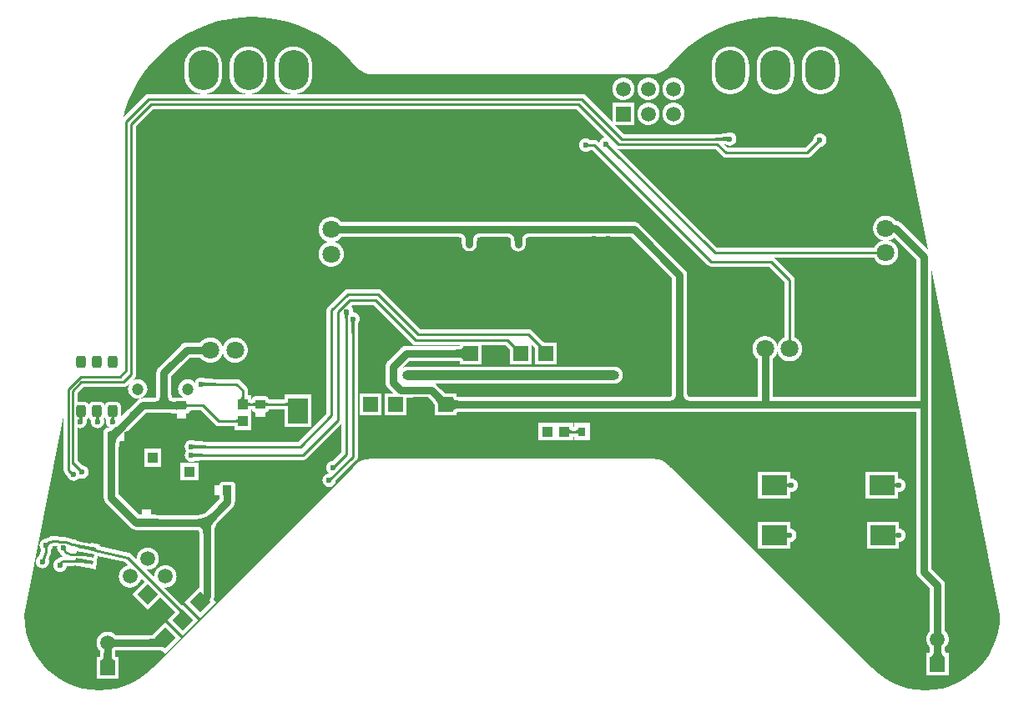
<source format=gtl>
G04 Layer_Physical_Order=1*
G04 Layer_Color=255*
%FSLAX25Y25*%
%MOIN*%
G70*
G01*
G75*
%ADD10C,0.01000*%
G04:AMPARAMS|DCode=11|XSize=13.78mil|YSize=70.87mil|CornerRadius=0mil|HoleSize=0mil|Usage=FLASHONLY|Rotation=80.000|XOffset=0mil|YOffset=0mil|HoleType=Round|Shape=Rectangle|*
%AMROTATEDRECTD11*
4,1,4,0.03370,-0.01294,-0.03609,-0.00063,-0.03370,0.01294,0.03609,0.00063,0.03370,-0.01294,0.0*
%
%ADD11ROTATEDRECTD11*%

G04:AMPARAMS|DCode=12|XSize=47.24mil|YSize=39.37mil|CornerRadius=9.84mil|HoleSize=0mil|Usage=FLASHONLY|Rotation=90.000|XOffset=0mil|YOffset=0mil|HoleType=Round|Shape=RoundedRectangle|*
%AMROUNDEDRECTD12*
21,1,0.04724,0.01969,0,0,90.0*
21,1,0.02756,0.03937,0,0,90.0*
1,1,0.01969,0.00984,0.01378*
1,1,0.01969,0.00984,-0.01378*
1,1,0.01969,-0.00984,-0.01378*
1,1,0.01969,-0.00984,0.01378*
%
%ADD12ROUNDEDRECTD12*%
G04:AMPARAMS|DCode=13|XSize=39.37mil|YSize=35.43mil|CornerRadius=1.77mil|HoleSize=0mil|Usage=FLASHONLY|Rotation=180.000|XOffset=0mil|YOffset=0mil|HoleType=Round|Shape=RoundedRectangle|*
%AMROUNDEDRECTD13*
21,1,0.03937,0.03189,0,0,180.0*
21,1,0.03583,0.03543,0,0,180.0*
1,1,0.00354,-0.01791,0.01595*
1,1,0.00354,0.01791,0.01595*
1,1,0.00354,0.01791,-0.01595*
1,1,0.00354,-0.01791,-0.01595*
%
%ADD13ROUNDEDRECTD13*%
G04:AMPARAMS|DCode=14|XSize=39.37mil|YSize=35.43mil|CornerRadius=1.77mil|HoleSize=0mil|Usage=FLASHONLY|Rotation=270.000|XOffset=0mil|YOffset=0mil|HoleType=Round|Shape=RoundedRectangle|*
%AMROUNDEDRECTD14*
21,1,0.03937,0.03189,0,0,270.0*
21,1,0.03583,0.03543,0,0,270.0*
1,1,0.00354,-0.01595,-0.01791*
1,1,0.00354,-0.01595,0.01791*
1,1,0.00354,0.01595,0.01791*
1,1,0.00354,0.01595,-0.01791*
%
%ADD14ROUNDEDRECTD14*%
%ADD15R,0.03150X0.03740*%
%ADD16R,0.03937X0.04331*%
%ADD17R,0.04331X0.03937*%
%ADD18R,0.09843X0.07874*%
%ADD19R,0.07874X0.09843*%
%ADD20C,0.03000*%
G04:AMPARAMS|DCode=21|XSize=78.74mil|YSize=94.49mil|CornerRadius=0mil|HoleSize=0mil|Usage=FLASHONLY|Rotation=80.000|XOffset=0mil|YOffset=0mil|HoleType=Round|Shape=Round|*
%AMOVALD21*
21,1,0.01575,0.07874,0.00000,0.00000,170.0*
1,1,0.07874,0.00775,-0.00137*
1,1,0.07874,-0.00775,0.00137*
%
%ADD21OVALD21*%

G04:AMPARAMS|DCode=22|XSize=39.37mil|YSize=78.74mil|CornerRadius=0mil|HoleSize=0mil|Usage=FLASHONLY|Rotation=260.000|XOffset=0mil|YOffset=0mil|HoleType=Round|Shape=Round|*
%AMOVALD22*
21,1,0.03937,0.03937,0.00000,0.00000,350.0*
1,1,0.03937,-0.01939,0.00342*
1,1,0.03937,0.01939,-0.00342*
%
%ADD22OVALD22*%

%ADD23R,0.05906X0.05906*%
%ADD24P,0.08352X4X270.0*%
%ADD25C,0.05906*%
%ADD26R,0.05906X0.05906*%
%ADD27O,0.12000X0.16000*%
%ADD28C,0.07087*%
%ADD29C,0.09843*%
%ADD30O,0.86614X0.03937*%
%ADD31C,0.04724*%
%ADD32C,0.02362*%
G36*
X405971Y277467D02*
X406061Y277222D01*
X406211Y277006D01*
X406421Y276819D01*
X406691Y276660D01*
X407021Y276531D01*
X407411Y276430D01*
X407861Y276358D01*
X408371Y276314D01*
X408941Y276300D01*
Y273300D01*
X408371Y273286D01*
X407861Y273242D01*
X407411Y273170D01*
X407021Y273070D01*
X406691Y272940D01*
X406421Y272781D01*
X406211Y272594D01*
X406061Y272378D01*
X405971Y272133D01*
X405941Y271859D01*
Y277741D01*
X405971Y277467D01*
D02*
G37*
G36*
X292030Y278276D02*
X292120Y277766D01*
X292270Y277316D01*
X292480Y276926D01*
X292750Y276596D01*
X293080Y276326D01*
X293470Y276116D01*
X293920Y275967D01*
X294211Y275915D01*
X295431Y275988D01*
X295535Y276025D01*
X295582Y276067D01*
Y272626D01*
X295535Y272668D01*
X295431Y272705D01*
X295269Y272738D01*
X295050Y272767D01*
X294440Y272811D01*
X292530Y272847D01*
Y274200D01*
X290500Y272847D01*
X286000Y275847D01*
X286570Y275876D01*
X287080Y275967D01*
X287530Y276116D01*
X287920Y276326D01*
X288250Y276596D01*
X288520Y276926D01*
X288730Y277316D01*
X288880Y277766D01*
X288970Y278276D01*
X289000Y278847D01*
X292000D01*
X292030Y278276D01*
D02*
G37*
G36*
X264900Y269841D02*
X264816Y269805D01*
X264742Y269747D01*
X264678Y269668D01*
X264623Y269567D01*
X264579Y269445D01*
X264544Y269303D01*
X264520Y269138D01*
X264505Y268953D01*
X264500Y268746D01*
X263500D01*
X263495Y268943D01*
X263480Y269119D01*
X263455Y269273D01*
X263420Y269406D01*
X263375Y269518D01*
X263320Y269608D01*
X263255Y269678D01*
X263180Y269726D01*
X263095Y269753D01*
X263000Y269759D01*
X264993Y269857D01*
X264900Y269841D01*
D02*
G37*
G36*
X270900Y269653D02*
X270815Y269622D01*
X270741Y269572D01*
X270676Y269501D01*
X270621Y269409D01*
X270577Y269298D01*
X270542Y269166D01*
X270517Y269013D01*
X270502Y268841D01*
X270497Y268648D01*
X269497D01*
X269492Y268841D01*
X269477Y269013D01*
X269452Y269166D01*
X269417Y269298D01*
X269372Y269409D01*
X269318Y269501D01*
X269253Y269572D01*
X269178Y269622D01*
X269094Y269653D01*
X268999Y269663D01*
X270994D01*
X270900Y269653D01*
D02*
G37*
G36*
X257780Y269761D02*
X258298D01*
X258203Y269751D01*
X258119Y269721D01*
X258044Y269670D01*
X257979Y269599D01*
X257924Y269508D01*
X257880Y269396D01*
X257845Y269264D01*
X257820Y269112D01*
X257805Y268939D01*
X257800Y268746D01*
X256800D01*
X256795Y268939D01*
X256780Y269112D01*
X256773Y269156D01*
X256766Y269158D01*
X256770Y269175D01*
X256755Y269264D01*
X256720Y269396D01*
X256676Y269508D01*
X256621Y269599D01*
X256556Y269670D01*
X256482Y269721D01*
X256397Y269751D01*
X256302Y269761D01*
X256784D01*
X256799Y271053D01*
X256800Y272116D01*
X257800D01*
X257780Y269761D01*
D02*
G37*
G36*
X498030Y278730D02*
X498120Y278220D01*
X498270Y277770D01*
X498480Y277380D01*
X498750Y277050D01*
X499080Y276780D01*
X499470Y276570D01*
X499920Y276420D01*
X500430Y276330D01*
X501000Y276300D01*
X496500Y273300D01*
X492000Y276300D01*
X492570Y276330D01*
X493080Y276420D01*
X493530Y276570D01*
X493920Y276780D01*
X494250Y277050D01*
X494520Y277380D01*
X494730Y277770D01*
X494880Y278220D01*
X494970Y278730D01*
X495000Y279300D01*
X498000D01*
X498030Y278730D01*
D02*
G37*
G36*
X327042Y273847D02*
X327032Y273941D01*
X327001Y274026D01*
X326951Y274101D01*
X326880Y274166D01*
X326789Y274221D01*
X326678Y274266D01*
X326546Y274302D01*
X326394Y274326D01*
X326222Y274341D01*
X326030Y274346D01*
Y275346D01*
X326222Y275352D01*
X326394Y275366D01*
X326546Y275391D01*
X326678Y275427D01*
X326789Y275471D01*
X326880Y275526D01*
X326951Y275591D01*
X327001Y275666D01*
X327032Y275751D01*
X327042Y275847D01*
Y273847D01*
D02*
G37*
G36*
X330968Y275751D02*
X330999Y275666D01*
X331049Y275591D01*
X331120Y275526D01*
X331211Y275471D01*
X331322Y275427D01*
X331454Y275392D01*
X331606Y275366D01*
X331778Y275352D01*
X331970Y275346D01*
Y274346D01*
X331778Y274342D01*
X331606Y274326D01*
X331454Y274302D01*
X331322Y274267D01*
X331211Y274221D01*
X331120Y274166D01*
X331049Y274101D01*
X330999Y274026D01*
X330968Y273941D01*
X330958Y273847D01*
Y275847D01*
X330968Y275751D01*
D02*
G37*
G36*
X323955Y275751D02*
X323985Y275666D01*
X324036Y275591D01*
X324106Y275526D01*
X324198Y275471D01*
X324309Y275427D01*
X324440Y275391D01*
X324592Y275366D01*
X324764Y275352D01*
X324956Y275346D01*
Y274346D01*
X324764Y274341D01*
X324592Y274326D01*
X324440Y274302D01*
X324309Y274266D01*
X324198Y274221D01*
X324106Y274166D01*
X324036Y274101D01*
X323985Y274026D01*
X323955Y273941D01*
X323944Y273847D01*
Y275847D01*
X323955Y275751D01*
D02*
G37*
G36*
X298695Y275301D02*
X298874Y275206D01*
X299098Y275121D01*
X299366Y275048D01*
X299458Y275030D01*
Y275346D01*
X299468Y275252D01*
X299499Y275167D01*
X299549Y275092D01*
X299620Y275026D01*
X299688Y274986D01*
X300037Y274936D01*
X300887Y274869D01*
X301914Y274847D01*
Y273847D01*
X301378Y273841D01*
X299687Y273707D01*
X299620Y273667D01*
X299549Y273602D01*
X299499Y273527D01*
X299468Y273442D01*
X299458Y273346D01*
Y273662D01*
X299366Y273644D01*
X299098Y273571D01*
X298874Y273487D01*
X298695Y273392D01*
X298560Y273285D01*
Y275408D01*
X298695Y275301D01*
D02*
G37*
G36*
X400675Y279267D02*
X401780Y278331D01*
X402268Y277991D01*
X402714Y277735D01*
X403117Y277564D01*
X403477Y277478D01*
X403795Y277477D01*
X404070Y277560D01*
X404302Y277729D01*
X400071Y273498D01*
X400240Y273730D01*
X400323Y274005D01*
X400322Y274323D01*
X400236Y274683D01*
X400065Y275086D01*
X399810Y275532D01*
X399469Y276020D01*
X399043Y276551D01*
X397938Y277741D01*
X400059Y279862D01*
X400675Y279267D01*
D02*
G37*
G36*
X285465Y229332D02*
X285569Y229295D01*
X285731Y229262D01*
X285950Y229233D01*
X286561Y229189D01*
X288470Y229153D01*
Y226153D01*
X287907Y226151D01*
X285569Y226012D01*
X285465Y225975D01*
X285418Y225933D01*
Y229374D01*
X285465Y229332D01*
D02*
G37*
G36*
X317525Y238538D02*
X317488Y238443D01*
X317455Y238298D01*
X317426Y238101D01*
X317382Y237554D01*
X317349Y236350D01*
X317347Y235846D01*
X314347D01*
X314344Y236350D01*
X314205Y238443D01*
X314167Y238538D01*
X314126Y238582D01*
X317567D01*
X317525Y238538D01*
D02*
G37*
G36*
X281582Y225933D02*
X281543Y225975D01*
X281464Y226012D01*
X281343Y226045D01*
X281181Y226074D01*
X280978Y226098D01*
X280448Y226134D01*
X279346Y226153D01*
Y229153D01*
X279755Y229156D01*
X281343Y229262D01*
X281464Y229295D01*
X281543Y229332D01*
X281582Y229374D01*
Y225933D01*
D02*
G37*
G36*
X601014Y176371D02*
X601058Y175861D01*
X601130Y175411D01*
X601230Y175021D01*
X601360Y174691D01*
X601519Y174421D01*
X601706Y174211D01*
X601922Y174061D01*
X602167Y173971D01*
X602441Y173941D01*
X596559D01*
X596833Y173971D01*
X597078Y174061D01*
X597294Y174211D01*
X597481Y174421D01*
X597640Y174691D01*
X597769Y175021D01*
X597870Y175411D01*
X597942Y175861D01*
X597986Y176371D01*
X598000Y176941D01*
X601000D01*
X601014Y176371D01*
D02*
G37*
G36*
X311275Y229153D02*
X310872Y228720D01*
X310511Y228270D01*
X310193Y227802D01*
X309917Y227316D01*
X309684Y226813D01*
X309493Y226292D01*
X309345Y225753D01*
X309238Y225197D01*
X309175Y224623D01*
X309154Y224032D01*
X306153Y223153D01*
X306123Y223724D01*
X306033Y224234D01*
X305884Y224683D01*
X305674Y225074D01*
X305403Y225403D01*
X305073Y225674D01*
X304683Y225884D01*
X304234Y226033D01*
X303724Y226123D01*
X303153Y226153D01*
X304032Y229153D01*
X304623Y229175D01*
X305197Y229238D01*
X305753Y229345D01*
X306292Y229493D01*
X306813Y229684D01*
X307316Y229917D01*
X307802Y230193D01*
X308270Y230511D01*
X308720Y230872D01*
X309154Y231275D01*
X311275Y229153D01*
D02*
G37*
G36*
X257360Y248865D02*
X256635Y248140D01*
X253747Y251046D01*
X254453Y251753D01*
X257360Y248865D01*
D02*
G37*
G36*
X273548Y263773D02*
X273145Y263356D01*
X272466Y262561D01*
X272190Y262185D01*
X271957Y261822D01*
X271766Y261472D01*
X271618Y261136D01*
X271512Y260813D01*
X271448Y260504D01*
X271427Y260209D01*
X268059Y263970D01*
X268355Y263991D01*
X268664Y264055D01*
X268986Y264161D01*
X269322Y264310D01*
X269672Y264500D01*
X270035Y264734D01*
X270412Y265010D01*
X271206Y265688D01*
X271624Y266091D01*
X273548Y263773D01*
D02*
G37*
G36*
X320056Y267154D02*
X320045Y267249D01*
X320015Y267334D01*
X319964Y267408D01*
X319894Y267474D01*
X319802Y267529D01*
X319691Y267573D01*
X319560Y267608D01*
X319408Y267634D01*
X319236Y267649D01*
X319043Y267653D01*
Y268653D01*
X319236Y268658D01*
X319408Y268673D01*
X319560Y268699D01*
X319691Y268734D01*
X319802Y268778D01*
X319894Y268833D01*
X319964Y268899D01*
X320015Y268973D01*
X320045Y269058D01*
X320056Y269153D01*
Y267154D01*
D02*
G37*
G36*
X302440Y258754D02*
X302634Y258699D01*
X302913Y258650D01*
X303279Y258607D01*
X304894Y258519D01*
X307284Y258490D01*
Y257490D01*
X306401Y257487D01*
X302440Y257225D01*
X302333Y257163D01*
Y258817D01*
X302440Y258754D01*
D02*
G37*
G36*
X302451Y255265D02*
X302644Y255209D01*
X302924Y255160D01*
X303289Y255118D01*
X304904Y255029D01*
X307295Y255000D01*
Y254000D01*
X306411Y253997D01*
X302451Y253735D01*
X302344Y253673D01*
Y255327D01*
X302451Y255265D01*
D02*
G37*
G36*
X271303Y260024D02*
X271240Y259910D01*
X271183Y259742D01*
X271135Y259519D01*
X271094Y259242D01*
X271034Y258522D01*
X271000Y257030D01*
X268000Y257054D01*
X267933Y260082D01*
X271374D01*
X271303Y260024D01*
D02*
G37*
G36*
X340075Y273847D02*
X340065Y273941D01*
X340035Y274026D01*
X339985Y274101D01*
X339915Y274166D01*
X339825Y274221D01*
X339715Y274267D01*
X339585Y274302D01*
X339435Y274326D01*
X339265Y274342D01*
X339075Y274346D01*
Y275346D01*
X339265Y275352D01*
X339435Y275366D01*
X339585Y275392D01*
X339715Y275427D01*
X339825Y275471D01*
X339915Y275526D01*
X339985Y275591D01*
X340035Y275666D01*
X340065Y275751D01*
X340075Y275847D01*
Y273847D01*
D02*
G37*
G36*
X417000Y343250D02*
X416430Y343220D01*
X415920Y343130D01*
X415470Y342980D01*
X415080Y342770D01*
X414750Y342500D01*
X414480Y342170D01*
X414270Y341780D01*
X414120Y341330D01*
X414030Y340820D01*
X414000Y340250D01*
X411000D01*
X410970Y340820D01*
X410880Y341330D01*
X410730Y341780D01*
X410520Y342170D01*
X410250Y342500D01*
X409920Y342770D01*
X409530Y342980D01*
X409080Y343130D01*
X408570Y343220D01*
X408000Y343250D01*
X412500Y346250D01*
X417000Y343250D01*
D02*
G37*
G36*
X591000Y332757D02*
Y277800D01*
X533601D01*
Y292996D01*
X533633Y293020D01*
X533745Y293107D01*
X533854Y293196D01*
X533961Y293289D01*
X534065Y293385D01*
X534166Y293483D01*
X534265Y293585D01*
X534361Y293689D01*
X534454Y293796D01*
X534543Y293905D01*
X534630Y294017D01*
X534714Y294131D01*
X534794Y294248D01*
X534871Y294367D01*
X534944Y294487D01*
X535014Y294610D01*
X535081Y294735D01*
X535144Y294862D01*
X535204Y294990D01*
X535260Y295120D01*
X535312Y295251D01*
X535361Y295384D01*
X535406Y295518D01*
X535447Y295654D01*
X535484Y295790D01*
X535498Y295848D01*
X535502D01*
X535516Y295790D01*
X535553Y295654D01*
X535594Y295518D01*
X535639Y295384D01*
X535688Y295251D01*
X535740Y295120D01*
X535796Y294990D01*
X535856Y294862D01*
X535919Y294735D01*
X535986Y294610D01*
X536056Y294487D01*
X536129Y294367D01*
X536206Y294248D01*
X536286Y294131D01*
X536370Y294017D01*
X536457Y293905D01*
X536546Y293796D01*
X536639Y293689D01*
X536735Y293585D01*
X536833Y293483D01*
X536935Y293385D01*
X537039Y293289D01*
X537146Y293196D01*
X537255Y293107D01*
X537367Y293020D01*
X537481Y292936D01*
X537598Y292856D01*
X537717Y292779D01*
X537837Y292706D01*
X537960Y292636D01*
X538085Y292569D01*
X538212Y292506D01*
X538340Y292446D01*
X538470Y292390D01*
X538601Y292338D01*
X538734Y292289D01*
X538868Y292244D01*
X539004Y292203D01*
X539140Y292166D01*
X539278Y292133D01*
X539416Y292103D01*
X539555Y292077D01*
X539695Y292056D01*
X539835Y292038D01*
X539976Y292024D01*
X540117Y292014D01*
X540259Y292008D01*
X540400Y292006D01*
X540542Y292008D01*
X540683Y292014D01*
X540824Y292024D01*
X540965Y292038D01*
X541105Y292056D01*
X541245Y292077D01*
X541384Y292103D01*
X541522Y292133D01*
X541660Y292166D01*
X541796Y292203D01*
X541932Y292244D01*
X542066Y292289D01*
X542199Y292338D01*
X542330Y292390D01*
X542460Y292446D01*
X542589Y292506D01*
X542715Y292569D01*
X542840Y292636D01*
X542963Y292706D01*
X543083Y292779D01*
X543202Y292856D01*
X543319Y292936D01*
X543433Y293020D01*
X543545Y293107D01*
X543654Y293196D01*
X543761Y293289D01*
X543865Y293385D01*
X543967Y293483D01*
X544065Y293585D01*
X544161Y293689D01*
X544254Y293796D01*
X544344Y293905D01*
X544430Y294017D01*
X544514Y294131D01*
X544594Y294248D01*
X544671Y294367D01*
X544744Y294487D01*
X544814Y294610D01*
X544881Y294735D01*
X544944Y294862D01*
X545004Y294990D01*
X545060Y295120D01*
X545112Y295251D01*
X545161Y295384D01*
X545206Y295518D01*
X545247Y295654D01*
X545284Y295790D01*
X545317Y295928D01*
X545347Y296066D01*
X545373Y296205D01*
X545394Y296345D01*
X545412Y296485D01*
X545426Y296626D01*
X545436Y296767D01*
X545442Y296909D01*
X545444Y297050D01*
X545442Y297192D01*
X545436Y297333D01*
X545426Y297474D01*
X545412Y297615D01*
X545394Y297755D01*
X545373Y297895D01*
X545347Y298034D01*
X545317Y298172D01*
X545284Y298310D01*
X545247Y298446D01*
X545206Y298582D01*
X545161Y298716D01*
X545112Y298849D01*
X545060Y298980D01*
X545004Y299110D01*
X544944Y299238D01*
X544881Y299365D01*
X544814Y299490D01*
X544744Y299613D01*
X544671Y299733D01*
X544594Y299852D01*
X544514Y299969D01*
X544430Y300083D01*
X544344Y300195D01*
X544254Y300304D01*
X544161Y300411D01*
X544065Y300515D01*
X543967Y300617D01*
X543865Y300715D01*
X543761Y300811D01*
X543654Y300904D01*
X543545Y300993D01*
X543433Y301080D01*
X543319Y301164D01*
X543202Y301244D01*
X543083Y301321D01*
X542963Y301394D01*
X542840Y301465D01*
X542715Y301531D01*
X542589Y301594D01*
X542460Y301654D01*
X542401Y301680D01*
Y324600D01*
X542399Y324687D01*
X542393Y324774D01*
X542383Y324861D01*
X542370Y324947D01*
X542353Y325033D01*
X542332Y325118D01*
X542308Y325202D01*
X542280Y325284D01*
X542248Y325365D01*
X542213Y325445D01*
X542174Y325524D01*
X542133Y325600D01*
X542087Y325675D01*
X542039Y325747D01*
X541987Y325818D01*
X541932Y325886D01*
X541875Y325952D01*
X541815Y326014D01*
X534414Y333415D01*
X534382Y333446D01*
X534383Y333450D01*
X574170D01*
X574196Y333390D01*
X574256Y333262D01*
X574319Y333135D01*
X574386Y333010D01*
X574456Y332887D01*
X574529Y332767D01*
X574606Y332648D01*
X574686Y332531D01*
X574770Y332417D01*
X574857Y332305D01*
X574946Y332196D01*
X575039Y332089D01*
X575135Y331985D01*
X575234Y331884D01*
X575335Y331785D01*
X575439Y331689D01*
X575546Y331596D01*
X575655Y331507D01*
X575767Y331420D01*
X575881Y331336D01*
X575998Y331256D01*
X576117Y331179D01*
X576237Y331106D01*
X576360Y331035D01*
X576485Y330969D01*
X576612Y330906D01*
X576740Y330846D01*
X576870Y330790D01*
X577001Y330738D01*
X577134Y330689D01*
X577268Y330644D01*
X577404Y330603D01*
X577540Y330566D01*
X577678Y330533D01*
X577816Y330503D01*
X577955Y330477D01*
X578095Y330456D01*
X578235Y330438D01*
X578376Y330424D01*
X578517Y330414D01*
X578659Y330408D01*
X578800Y330406D01*
X578941Y330408D01*
X579083Y330414D01*
X579224Y330424D01*
X579365Y330438D01*
X579505Y330456D01*
X579645Y330477D01*
X579784Y330503D01*
X579922Y330533D01*
X580060Y330566D01*
X580196Y330603D01*
X580332Y330644D01*
X580466Y330689D01*
X580599Y330738D01*
X580730Y330790D01*
X580860Y330846D01*
X580988Y330906D01*
X581115Y330969D01*
X581240Y331035D01*
X581363Y331106D01*
X581484Y331179D01*
X581602Y331256D01*
X581719Y331336D01*
X581833Y331420D01*
X581945Y331507D01*
X582054Y331596D01*
X582161Y331689D01*
X582265Y331785D01*
X582367Y331884D01*
X582465Y331985D01*
X582561Y332089D01*
X582654Y332196D01*
X582743Y332305D01*
X582830Y332417D01*
X582913Y332531D01*
X582994Y332648D01*
X583071Y332767D01*
X583144Y332887D01*
X583215Y333010D01*
X583281Y333135D01*
X583344Y333262D01*
X583404Y333390D01*
X583460Y333520D01*
X583512Y333651D01*
X583561Y333784D01*
X583606Y333918D01*
X583647Y334054D01*
X583684Y334190D01*
X583717Y334328D01*
X583747Y334466D01*
X583773Y334605D01*
X583794Y334745D01*
X583812Y334885D01*
X583826Y335026D01*
X583836Y335167D01*
X583842Y335309D01*
X583844Y335450D01*
X583842Y335591D01*
X583836Y335733D01*
X583826Y335874D01*
X583812Y336015D01*
X583794Y336155D01*
X583773Y336295D01*
X583747Y336434D01*
X583717Y336572D01*
X583684Y336710D01*
X583647Y336846D01*
X583606Y336982D01*
X583561Y337116D01*
X583512Y337249D01*
X583460Y337380D01*
X583404Y337510D01*
X583344Y337638D01*
X583281Y337765D01*
X583215Y337890D01*
X583144Y338013D01*
X583071Y338133D01*
X582994Y338252D01*
X582913Y338369D01*
X582830Y338483D01*
X582743Y338595D01*
X582654Y338704D01*
X582561Y338811D01*
X582465Y338915D01*
X582367Y339017D01*
X582265Y339115D01*
X582161Y339211D01*
X582054Y339304D01*
X581945Y339393D01*
X581833Y339480D01*
X581719Y339563D01*
X581602Y339644D01*
X581484Y339721D01*
X581363Y339794D01*
X581240Y339864D01*
X581115Y339931D01*
X580988Y339994D01*
X580860Y340054D01*
X580730Y340110D01*
X580599Y340162D01*
X580466Y340211D01*
X580332Y340256D01*
X580196Y340297D01*
X580060Y340334D01*
X580002Y340348D01*
Y340352D01*
X580060Y340366D01*
X580196Y340403D01*
X580332Y340444D01*
X580466Y340489D01*
X580599Y340538D01*
X580730Y340590D01*
X580860Y340646D01*
X580988Y340706D01*
X581115Y340769D01*
X581240Y340836D01*
X581363Y340906D01*
X581484Y340979D01*
X581602Y341056D01*
X581719Y341137D01*
X581833Y341220D01*
X581945Y341307D01*
X582054Y341396D01*
X582161Y341489D01*
X582217Y341540D01*
X591000Y332757D01*
D02*
G37*
G36*
X364265Y311049D02*
X364209Y310856D01*
X364160Y310576D01*
X364118Y310211D01*
X364029Y308596D01*
X364000Y306206D01*
X363000D01*
X362997Y307089D01*
X362735Y311049D01*
X362673Y311157D01*
X364327D01*
X364265Y311049D01*
D02*
G37*
G36*
X436500Y343250D02*
X435930Y343220D01*
X435420Y343130D01*
X434970Y342980D01*
X434580Y342770D01*
X434250Y342500D01*
X433980Y342170D01*
X433770Y341780D01*
X433620Y341330D01*
X433530Y340820D01*
X433500Y340250D01*
X430500D01*
X430470Y340820D01*
X430380Y341330D01*
X430230Y341780D01*
X430020Y342170D01*
X429750Y342500D01*
X429420Y342770D01*
X429030Y342980D01*
X428580Y343130D01*
X428070Y343220D01*
X427500Y343250D01*
X432000Y346250D01*
X436500Y343250D01*
D02*
G37*
G36*
X515657Y380173D02*
X515549Y380235D01*
X515356Y380291D01*
X515076Y380340D01*
X514711Y380382D01*
X513096Y380471D01*
X510706Y380500D01*
Y381500D01*
X511589Y381503D01*
X515549Y381765D01*
X515657Y381827D01*
Y380173D01*
D02*
G37*
G36*
X466528Y381643D02*
X466527Y381639D01*
X466502Y381635D01*
X466403Y381614D01*
X466306Y381590D01*
X466210Y381562D01*
X466114Y381531D01*
X466020Y381496D01*
X465928Y381458D01*
X465836Y381416D01*
X465747Y381371D01*
X465659Y381322D01*
X465573Y381271D01*
X465489Y381216D01*
X465408Y381158D01*
X465328Y381097D01*
X465251Y381032D01*
X465176Y380966D01*
X465104Y380896D01*
X465034Y380824D01*
X464967Y380749D01*
X464903Y380672D01*
X464842Y380592D01*
X464784Y380511D01*
X464729Y380427D01*
X464678Y380341D01*
X464629Y380253D01*
X464584Y380164D01*
X464542Y380072D01*
X464504Y379980D01*
X464469Y379886D01*
X464438Y379790D01*
X464410Y379694D01*
X464386Y379597D01*
X464365Y379499D01*
X464361Y379473D01*
X464357Y379472D01*
X463914Y379915D01*
X463851Y379975D01*
X463786Y380032D01*
X463718Y380087D01*
X463647Y380139D01*
X463575Y380187D01*
X463500Y380233D01*
X463424Y380274D01*
X463345Y380313D01*
X463266Y380348D01*
X463184Y380380D01*
X463102Y380408D01*
X463018Y380432D01*
X462933Y380453D01*
X462847Y380470D01*
X462761Y380483D01*
X462674Y380493D01*
X462587Y380499D01*
X462500Y380501D01*
X460785D01*
X460749Y380533D01*
X460672Y380596D01*
X460592Y380658D01*
X460511Y380716D01*
X460427Y380771D01*
X460341Y380822D01*
X460253Y380871D01*
X460163Y380916D01*
X460072Y380958D01*
X459980Y380996D01*
X459886Y381031D01*
X459790Y381062D01*
X459694Y381090D01*
X459597Y381114D01*
X459499Y381135D01*
X459400Y381152D01*
X459300Y381165D01*
X459200Y381174D01*
X459100Y381180D01*
X459000Y381182D01*
X458900Y381180D01*
X458800Y381174D01*
X458700Y381165D01*
X458600Y381152D01*
X458501Y381135D01*
X458403Y381114D01*
X458306Y381090D01*
X458210Y381062D01*
X458114Y381031D01*
X458020Y380996D01*
X457928Y380958D01*
X457836Y380916D01*
X457747Y380871D01*
X457659Y380822D01*
X457573Y380771D01*
X457489Y380716D01*
X457408Y380658D01*
X457328Y380596D01*
X457251Y380533D01*
X457176Y380466D01*
X457104Y380396D01*
X457034Y380324D01*
X456967Y380249D01*
X456904Y380172D01*
X456842Y380092D01*
X456784Y380011D01*
X456729Y379927D01*
X456678Y379841D01*
X456629Y379753D01*
X456584Y379663D01*
X456542Y379572D01*
X456504Y379480D01*
X456469Y379386D01*
X456438Y379290D01*
X456410Y379194D01*
X456386Y379097D01*
X456365Y378998D01*
X456348Y378900D01*
X456335Y378800D01*
X456326Y378700D01*
X456320Y378600D01*
X456318Y378500D01*
X456320Y378400D01*
X456326Y378300D01*
X456335Y378200D01*
X456348Y378100D01*
X456365Y378001D01*
X456386Y377903D01*
X456410Y377806D01*
X456438Y377710D01*
X456469Y377614D01*
X456504Y377520D01*
X456542Y377428D01*
X456584Y377337D01*
X456629Y377247D01*
X456678Y377159D01*
X456729Y377073D01*
X456784Y376989D01*
X456842Y376908D01*
X456904Y376828D01*
X456967Y376751D01*
X457034Y376676D01*
X457104Y376604D01*
X457176Y376534D01*
X457251Y376467D01*
X457328Y376403D01*
X457408Y376342D01*
X457489Y376284D01*
X457573Y376229D01*
X457659Y376178D01*
X457747Y376129D01*
X457836Y376084D01*
X457928Y376042D01*
X458020Y376004D01*
X458114Y375969D01*
X458210Y375938D01*
X458306Y375910D01*
X458403Y375886D01*
X458501Y375865D01*
X458600Y375848D01*
X458700Y375835D01*
X458800Y375826D01*
X458900Y375820D01*
X459000Y375818D01*
X459100Y375820D01*
X459200Y375826D01*
X459300Y375835D01*
X459400Y375848D01*
X459499Y375865D01*
X459597Y375886D01*
X459694Y375910D01*
X459790Y375938D01*
X459886Y375969D01*
X459980Y376004D01*
X460072Y376042D01*
X460163Y376084D01*
X460253Y376129D01*
X460341Y376178D01*
X460427Y376229D01*
X460511Y376284D01*
X460592Y376342D01*
X460672Y376403D01*
X460749Y376467D01*
X460785Y376500D01*
X461671D01*
X507585Y330585D01*
X507649Y330525D01*
X507714Y330468D01*
X507782Y330413D01*
X507853Y330361D01*
X507925Y330313D01*
X508000Y330268D01*
X508076Y330226D01*
X508155Y330187D01*
X508235Y330152D01*
X508316Y330120D01*
X508398Y330092D01*
X508482Y330068D01*
X508567Y330047D01*
X508653Y330030D01*
X508739Y330017D01*
X508826Y330007D01*
X508913Y330001D01*
X509000Y329999D01*
X532171D01*
X538400Y323771D01*
Y301680D01*
X538340Y301654D01*
X538212Y301594D01*
X538085Y301531D01*
X537960Y301465D01*
X537837Y301394D01*
X537717Y301321D01*
X537598Y301244D01*
X537481Y301164D01*
X537367Y301080D01*
X537255Y300993D01*
X537146Y300904D01*
X537039Y300811D01*
X536935Y300715D01*
X536833Y300617D01*
X536735Y300515D01*
X536639Y300411D01*
X536546Y300304D01*
X536457Y300195D01*
X536370Y300083D01*
X536286Y299969D01*
X536206Y299852D01*
X536129Y299733D01*
X536056Y299613D01*
X535986Y299490D01*
X535919Y299365D01*
X535856Y299238D01*
X535796Y299110D01*
X535740Y298980D01*
X535688Y298849D01*
X535639Y298716D01*
X535594Y298582D01*
X535553Y298446D01*
X535516Y298310D01*
X535502Y298252D01*
X535498D01*
X535484Y298310D01*
X535447Y298446D01*
X535406Y298582D01*
X535361Y298716D01*
X535312Y298849D01*
X535260Y298980D01*
X535204Y299110D01*
X535144Y299238D01*
X535081Y299365D01*
X535014Y299490D01*
X534944Y299613D01*
X534871Y299733D01*
X534794Y299852D01*
X534714Y299969D01*
X534630Y300083D01*
X534543Y300195D01*
X534454Y300304D01*
X534361Y300411D01*
X534265Y300515D01*
X534166Y300617D01*
X534065Y300715D01*
X533961Y300811D01*
X533854Y300904D01*
X533745Y300993D01*
X533633Y301080D01*
X533519Y301164D01*
X533402Y301244D01*
X533284Y301321D01*
X533163Y301394D01*
X533040Y301465D01*
X532915Y301531D01*
X532788Y301594D01*
X532660Y301654D01*
X532530Y301710D01*
X532399Y301762D01*
X532266Y301811D01*
X532132Y301856D01*
X531996Y301897D01*
X531860Y301934D01*
X531722Y301967D01*
X531584Y301997D01*
X531445Y302023D01*
X531305Y302044D01*
X531165Y302062D01*
X531024Y302076D01*
X530883Y302086D01*
X530742Y302092D01*
X530600Y302094D01*
X530458Y302092D01*
X530317Y302086D01*
X530176Y302076D01*
X530035Y302062D01*
X529895Y302044D01*
X529755Y302023D01*
X529616Y301997D01*
X529478Y301967D01*
X529340Y301934D01*
X529204Y301897D01*
X529068Y301856D01*
X528934Y301811D01*
X528801Y301762D01*
X528670Y301710D01*
X528540Y301654D01*
X528412Y301594D01*
X528285Y301531D01*
X528160Y301465D01*
X528037Y301394D01*
X527916Y301321D01*
X527798Y301244D01*
X527681Y301164D01*
X527567Y301080D01*
X527455Y300993D01*
X527346Y300904D01*
X527239Y300811D01*
X527135Y300715D01*
X527034Y300617D01*
X526935Y300515D01*
X526839Y300411D01*
X526746Y300304D01*
X526657Y300195D01*
X526570Y300083D01*
X526486Y299969D01*
X526406Y299852D01*
X526329Y299733D01*
X526256Y299613D01*
X526186Y299490D01*
X526119Y299365D01*
X526056Y299238D01*
X525996Y299110D01*
X525940Y298980D01*
X525888Y298849D01*
X525839Y298716D01*
X525794Y298582D01*
X525753Y298446D01*
X525716Y298310D01*
X525683Y298172D01*
X525653Y298034D01*
X525628Y297895D01*
X525606Y297755D01*
X525588Y297615D01*
X525574Y297474D01*
X525564Y297333D01*
X525558Y297192D01*
X525556Y297050D01*
X525558Y296909D01*
X525564Y296767D01*
X525574Y296626D01*
X525588Y296485D01*
X525606Y296345D01*
X525628Y296205D01*
X525653Y296066D01*
X525683Y295928D01*
X525716Y295790D01*
X525753Y295654D01*
X525794Y295518D01*
X525839Y295384D01*
X525888Y295251D01*
X525940Y295120D01*
X525996Y294990D01*
X526056Y294862D01*
X526119Y294735D01*
X526186Y294610D01*
X526256Y294487D01*
X526329Y294367D01*
X526406Y294248D01*
X526486Y294131D01*
X526570Y294017D01*
X526657Y293905D01*
X526746Y293796D01*
X526839Y293689D01*
X526935Y293585D01*
X527034Y293483D01*
X527135Y293385D01*
X527239Y293289D01*
X527346Y293196D01*
X527455Y293107D01*
X527567Y293020D01*
X527599Y292996D01*
Y277800D01*
X501039D01*
X500600Y277824D01*
X500290Y277878D01*
X500067Y277953D01*
X499918Y278033D01*
X499816Y278116D01*
X499733Y278218D01*
X499652Y278367D01*
X499578Y278590D01*
X499524Y278900D01*
X499501Y279339D01*
Y326500D01*
X499499Y326607D01*
X499493Y326714D01*
X499483Y326821D01*
X499470Y326927D01*
X499453Y327033D01*
X499432Y327138D01*
X499407Y327242D01*
X499379Y327345D01*
X499347Y327448D01*
X499311Y327549D01*
X499272Y327648D01*
X499229Y327747D01*
X499183Y327843D01*
X499133Y327938D01*
X499081Y328031D01*
X499024Y328122D01*
X498965Y328211D01*
X498902Y328298D01*
X498836Y328383D01*
X498768Y328465D01*
X498696Y328545D01*
X498622Y328622D01*
X480372Y346872D01*
X480295Y346946D01*
X480215Y347018D01*
X480133Y347086D01*
X480048Y347152D01*
X479961Y347215D01*
X479872Y347274D01*
X479781Y347330D01*
X479688Y347383D01*
X479593Y347433D01*
X479496Y347479D01*
X479398Y347522D01*
X479298Y347561D01*
X479198Y347597D01*
X479095Y347629D01*
X478992Y347657D01*
X478888Y347682D01*
X478783Y347703D01*
X478677Y347720D01*
X478571Y347733D01*
X478464Y347743D01*
X478357Y347749D01*
X478250Y347750D01*
X361354D01*
X361330Y347783D01*
X361243Y347895D01*
X361154Y348004D01*
X361061Y348111D01*
X360965Y348215D01*
X360866Y348317D01*
X360765Y348415D01*
X360661Y348511D01*
X360554Y348604D01*
X360445Y348693D01*
X360333Y348780D01*
X360219Y348864D01*
X360102Y348944D01*
X359983Y349021D01*
X359863Y349094D01*
X359740Y349165D01*
X359615Y349231D01*
X359488Y349294D01*
X359360Y349354D01*
X359230Y349410D01*
X359099Y349462D01*
X358966Y349511D01*
X358832Y349556D01*
X358696Y349597D01*
X358560Y349634D01*
X358422Y349667D01*
X358284Y349697D01*
X358145Y349723D01*
X358005Y349744D01*
X357865Y349762D01*
X357724Y349776D01*
X357583Y349786D01*
X357441Y349792D01*
X357300Y349794D01*
X357158Y349792D01*
X357017Y349786D01*
X356876Y349776D01*
X356735Y349762D01*
X356595Y349744D01*
X356455Y349723D01*
X356316Y349697D01*
X356178Y349667D01*
X356040Y349634D01*
X355904Y349597D01*
X355768Y349556D01*
X355634Y349511D01*
X355501Y349462D01*
X355370Y349410D01*
X355240Y349354D01*
X355112Y349294D01*
X354985Y349231D01*
X354860Y349165D01*
X354737Y349094D01*
X354616Y349021D01*
X354498Y348944D01*
X354381Y348864D01*
X354267Y348780D01*
X354155Y348693D01*
X354046Y348604D01*
X353939Y348511D01*
X353835Y348415D01*
X353733Y348317D01*
X353635Y348215D01*
X353539Y348111D01*
X353446Y348004D01*
X353357Y347895D01*
X353270Y347783D01*
X353186Y347669D01*
X353106Y347552D01*
X353029Y347433D01*
X352956Y347313D01*
X352886Y347190D01*
X352819Y347065D01*
X352756Y346938D01*
X352696Y346810D01*
X352640Y346680D01*
X352588Y346549D01*
X352539Y346416D01*
X352494Y346282D01*
X352453Y346146D01*
X352416Y346010D01*
X352383Y345872D01*
X352353Y345734D01*
X352327Y345595D01*
X352306Y345455D01*
X352288Y345315D01*
X352274Y345174D01*
X352264Y345033D01*
X352258Y344892D01*
X352256Y344750D01*
X352258Y344609D01*
X352264Y344467D01*
X352274Y344326D01*
X352288Y344185D01*
X352306Y344045D01*
X352327Y343905D01*
X352353Y343766D01*
X352383Y343628D01*
X352416Y343490D01*
X352453Y343354D01*
X352494Y343218D01*
X352539Y343084D01*
X352588Y342951D01*
X352640Y342820D01*
X352696Y342690D01*
X352756Y342562D01*
X352819Y342435D01*
X352886Y342310D01*
X352956Y342187D01*
X353029Y342067D01*
X353106Y341948D01*
X353186Y341831D01*
X353270Y341717D01*
X353357Y341605D01*
X353446Y341496D01*
X353539Y341389D01*
X353635Y341285D01*
X353733Y341183D01*
X353835Y341085D01*
X353939Y340989D01*
X354046Y340896D01*
X354155Y340807D01*
X354267Y340720D01*
X354381Y340636D01*
X354498Y340556D01*
X354616Y340479D01*
X354737Y340406D01*
X354860Y340336D01*
X354985Y340269D01*
X355112Y340206D01*
X355240Y340146D01*
X355370Y340090D01*
X355501Y340038D01*
X355634Y339989D01*
X355768Y339944D01*
X355904Y339903D01*
X356040Y339866D01*
X356098Y339852D01*
Y339848D01*
X356040Y339834D01*
X355904Y339797D01*
X355768Y339756D01*
X355634Y339711D01*
X355501Y339662D01*
X355370Y339610D01*
X355240Y339554D01*
X355112Y339494D01*
X354985Y339431D01*
X354860Y339364D01*
X354737Y339294D01*
X354617Y339221D01*
X354498Y339144D01*
X354381Y339064D01*
X354267Y338980D01*
X354155Y338893D01*
X354046Y338804D01*
X353939Y338711D01*
X353835Y338615D01*
X353733Y338516D01*
X353635Y338415D01*
X353539Y338311D01*
X353446Y338204D01*
X353357Y338095D01*
X353270Y337983D01*
X353186Y337869D01*
X353106Y337752D01*
X353029Y337633D01*
X352956Y337513D01*
X352886Y337390D01*
X352819Y337265D01*
X352756Y337138D01*
X352696Y337010D01*
X352640Y336880D01*
X352588Y336749D01*
X352539Y336616D01*
X352494Y336482D01*
X352453Y336346D01*
X352416Y336210D01*
X352383Y336072D01*
X352353Y335934D01*
X352327Y335795D01*
X352306Y335655D01*
X352288Y335515D01*
X352274Y335374D01*
X352264Y335233D01*
X352258Y335091D01*
X352256Y334950D01*
X352258Y334808D01*
X352264Y334667D01*
X352274Y334526D01*
X352288Y334385D01*
X352306Y334245D01*
X352327Y334105D01*
X352353Y333966D01*
X352383Y333828D01*
X352416Y333690D01*
X352453Y333554D01*
X352494Y333418D01*
X352539Y333284D01*
X352588Y333151D01*
X352640Y333020D01*
X352696Y332890D01*
X352756Y332762D01*
X352819Y332635D01*
X352886Y332510D01*
X352956Y332387D01*
X353029Y332266D01*
X353106Y332148D01*
X353186Y332031D01*
X353270Y331917D01*
X353357Y331805D01*
X353446Y331696D01*
X353539Y331589D01*
X353635Y331485D01*
X353733Y331383D01*
X353835Y331285D01*
X353939Y331189D01*
X354046Y331096D01*
X354155Y331007D01*
X354267Y330920D01*
X354381Y330837D01*
X354498Y330756D01*
X354617Y330679D01*
X354737Y330606D01*
X354860Y330536D01*
X354985Y330469D01*
X355112Y330406D01*
X355240Y330346D01*
X355370Y330290D01*
X355501Y330238D01*
X355634Y330189D01*
X355768Y330144D01*
X355904Y330103D01*
X356040Y330066D01*
X356178Y330033D01*
X356316Y330003D01*
X356455Y329977D01*
X356595Y329956D01*
X356735Y329938D01*
X356876Y329924D01*
X357017Y329914D01*
X357159Y329908D01*
X357300Y329906D01*
X357441Y329908D01*
X357583Y329914D01*
X357724Y329924D01*
X357865Y329938D01*
X358005Y329956D01*
X358145Y329977D01*
X358284Y330003D01*
X358422Y330033D01*
X358560Y330066D01*
X358696Y330103D01*
X358832Y330144D01*
X358966Y330189D01*
X359099Y330238D01*
X359230Y330290D01*
X359360Y330346D01*
X359488Y330406D01*
X359615Y330469D01*
X359740Y330536D01*
X359863Y330606D01*
X359983Y330679D01*
X360102Y330756D01*
X360219Y330837D01*
X360333Y330920D01*
X360445Y331007D01*
X360554Y331096D01*
X360661Y331189D01*
X360765Y331285D01*
X360866Y331383D01*
X360965Y331485D01*
X361061Y331589D01*
X361154Y331696D01*
X361243Y331805D01*
X361330Y331917D01*
X361414Y332031D01*
X361494Y332148D01*
X361571Y332266D01*
X361644Y332387D01*
X361715Y332510D01*
X361781Y332635D01*
X361844Y332762D01*
X361904Y332890D01*
X361960Y333020D01*
X362012Y333151D01*
X362061Y333284D01*
X362106Y333418D01*
X362147Y333554D01*
X362184Y333690D01*
X362217Y333828D01*
X362247Y333966D01*
X362273Y334105D01*
X362294Y334245D01*
X362312Y334385D01*
X362326Y334526D01*
X362336Y334667D01*
X362342Y334808D01*
X362344Y334950D01*
X362342Y335091D01*
X362336Y335233D01*
X362326Y335374D01*
X362312Y335515D01*
X362294Y335655D01*
X362273Y335795D01*
X362247Y335934D01*
X362217Y336072D01*
X362184Y336210D01*
X362147Y336346D01*
X362106Y336482D01*
X362061Y336616D01*
X362012Y336749D01*
X361960Y336880D01*
X361904Y337010D01*
X361844Y337138D01*
X361781Y337265D01*
X361715Y337390D01*
X361644Y337513D01*
X361571Y337633D01*
X361494Y337752D01*
X361414Y337869D01*
X361330Y337983D01*
X361243Y338095D01*
X361154Y338204D01*
X361061Y338311D01*
X360965Y338415D01*
X360866Y338516D01*
X360765Y338615D01*
X360661Y338711D01*
X360554Y338804D01*
X360445Y338893D01*
X360333Y338980D01*
X360219Y339064D01*
X360102Y339144D01*
X359983Y339221D01*
X359863Y339294D01*
X359740Y339364D01*
X359615Y339431D01*
X359488Y339494D01*
X359360Y339554D01*
X359230Y339610D01*
X359099Y339662D01*
X358966Y339711D01*
X358832Y339756D01*
X358696Y339797D01*
X358560Y339834D01*
X358502Y339848D01*
Y339852D01*
X358560Y339866D01*
X358696Y339903D01*
X358832Y339944D01*
X358966Y339989D01*
X359099Y340038D01*
X359230Y340090D01*
X359360Y340146D01*
X359488Y340206D01*
X359615Y340269D01*
X359740Y340336D01*
X359863Y340406D01*
X359983Y340479D01*
X360102Y340556D01*
X360219Y340636D01*
X360333Y340720D01*
X360445Y340807D01*
X360554Y340896D01*
X360661Y340989D01*
X360765Y341085D01*
X360866Y341183D01*
X360965Y341285D01*
X361061Y341389D01*
X361154Y341496D01*
X361243Y341605D01*
X361330Y341717D01*
X361354Y341750D01*
X407961D01*
X408400Y341726D01*
X408710Y341672D01*
X408933Y341598D01*
X409082Y341517D01*
X409184Y341434D01*
X409267Y341332D01*
X409347Y341183D01*
X409422Y340960D01*
X409476Y340650D01*
X409500Y340211D01*
Y339000D01*
X409501Y338893D01*
X409507Y338786D01*
X409517Y338679D01*
X409530Y338573D01*
X409547Y338467D01*
X409568Y338362D01*
X409593Y338258D01*
X409621Y338155D01*
X409653Y338052D01*
X409689Y337951D01*
X409728Y337852D01*
X409771Y337754D01*
X409817Y337657D01*
X409867Y337562D01*
X409920Y337469D01*
X409976Y337378D01*
X410035Y337289D01*
X410098Y337202D01*
X410164Y337117D01*
X410232Y337035D01*
X410304Y336955D01*
X410378Y336878D01*
X410455Y336804D01*
X410535Y336732D01*
X410617Y336664D01*
X410702Y336598D01*
X410789Y336535D01*
X410878Y336476D01*
X410969Y336420D01*
X411062Y336367D01*
X411157Y336317D01*
X411254Y336271D01*
X411352Y336228D01*
X411451Y336189D01*
X411552Y336153D01*
X411655Y336121D01*
X411758Y336093D01*
X411862Y336068D01*
X411967Y336047D01*
X412073Y336030D01*
X412179Y336017D01*
X412286Y336007D01*
X412393Y336001D01*
X412500Y335999D01*
X412607Y336001D01*
X412714Y336007D01*
X412821Y336017D01*
X412927Y336030D01*
X413033Y336047D01*
X413138Y336068D01*
X413242Y336093D01*
X413345Y336121D01*
X413448Y336153D01*
X413549Y336189D01*
X413648Y336228D01*
X413746Y336271D01*
X413843Y336317D01*
X413938Y336367D01*
X414031Y336420D01*
X414122Y336476D01*
X414211Y336535D01*
X414298Y336598D01*
X414383Y336664D01*
X414465Y336732D01*
X414545Y336804D01*
X414622Y336878D01*
X414696Y336955D01*
X414768Y337035D01*
X414836Y337117D01*
X414902Y337202D01*
X414965Y337289D01*
X415024Y337378D01*
X415080Y337469D01*
X415133Y337562D01*
X415183Y337657D01*
X415229Y337754D01*
X415272Y337852D01*
X415311Y337951D01*
X415347Y338052D01*
X415379Y338155D01*
X415407Y338258D01*
X415432Y338362D01*
X415453Y338467D01*
X415470Y338573D01*
X415483Y338679D01*
X415493Y338786D01*
X415499Y338893D01*
X415500Y339000D01*
Y340211D01*
X415524Y340650D01*
X415578Y340960D01*
X415653Y341183D01*
X415733Y341332D01*
X415816Y341434D01*
X415918Y341517D01*
X416067Y341598D01*
X416290Y341672D01*
X416600Y341726D01*
X417039Y341750D01*
X427461D01*
X427900Y341726D01*
X428210Y341672D01*
X428433Y341598D01*
X428582Y341517D01*
X428684Y341434D01*
X428767Y341332D01*
X428848Y341183D01*
X428922Y340960D01*
X428976Y340650D01*
X429000Y340211D01*
Y339000D01*
X429001Y338893D01*
X429007Y338786D01*
X429017Y338679D01*
X429030Y338573D01*
X429047Y338467D01*
X429068Y338362D01*
X429093Y338258D01*
X429121Y338155D01*
X429153Y338052D01*
X429189Y337951D01*
X429228Y337852D01*
X429271Y337754D01*
X429317Y337657D01*
X429366Y337562D01*
X429420Y337469D01*
X429476Y337378D01*
X429535Y337289D01*
X429598Y337202D01*
X429664Y337117D01*
X429732Y337035D01*
X429804Y336955D01*
X429878Y336878D01*
X429955Y336804D01*
X430035Y336732D01*
X430117Y336664D01*
X430202Y336598D01*
X430289Y336535D01*
X430378Y336476D01*
X430469Y336420D01*
X430562Y336367D01*
X430657Y336317D01*
X430754Y336271D01*
X430852Y336228D01*
X430951Y336189D01*
X431052Y336153D01*
X431155Y336121D01*
X431258Y336093D01*
X431362Y336068D01*
X431467Y336047D01*
X431573Y336030D01*
X431679Y336017D01*
X431786Y336007D01*
X431893Y336001D01*
X432000Y335999D01*
X432107Y336001D01*
X432214Y336007D01*
X432321Y336017D01*
X432427Y336030D01*
X432533Y336047D01*
X432638Y336068D01*
X432742Y336093D01*
X432845Y336121D01*
X432947Y336153D01*
X433049Y336189D01*
X433148Y336228D01*
X433246Y336271D01*
X433343Y336317D01*
X433438Y336367D01*
X433531Y336420D01*
X433622Y336476D01*
X433711Y336535D01*
X433798Y336598D01*
X433883Y336664D01*
X433965Y336732D01*
X434045Y336804D01*
X434122Y336878D01*
X434196Y336955D01*
X434268Y337035D01*
X434336Y337117D01*
X434402Y337202D01*
X434465Y337289D01*
X434524Y337378D01*
X434581Y337469D01*
X434633Y337562D01*
X434683Y337657D01*
X434729Y337754D01*
X434772Y337852D01*
X434811Y337951D01*
X434847Y338052D01*
X434879Y338155D01*
X434907Y338258D01*
X434932Y338362D01*
X434953Y338467D01*
X434970Y338573D01*
X434983Y338679D01*
X434993Y338786D01*
X434999Y338893D01*
X435001Y339000D01*
Y340211D01*
X435024Y340650D01*
X435078Y340960D01*
X435152Y341183D01*
X435233Y341332D01*
X435316Y341434D01*
X435418Y341517D01*
X435567Y341598D01*
X435790Y341672D01*
X436100Y341726D01*
X436539Y341750D01*
X477007D01*
X493500Y325257D01*
Y279339D01*
X493476Y278900D01*
X493422Y278590D01*
X493348Y278367D01*
X493267Y278218D01*
X493184Y278116D01*
X493082Y278033D01*
X492933Y277953D01*
X492710Y277878D01*
X492400Y277824D01*
X491961Y277800D01*
X408958D01*
X408453Y277813D01*
X408043Y277848D01*
X407718Y277900D01*
X407485Y277960D01*
X407453Y277973D01*
Y279253D01*
X403083D01*
X403073Y279259D01*
X402696Y279521D01*
X401683Y280380D01*
X401112Y280931D01*
X399422Y282622D01*
X399345Y282696D01*
X399265Y282768D01*
X399183Y282836D01*
X399098Y282902D01*
X399011Y282965D01*
X398922Y283024D01*
X398908Y283033D01*
X398909Y283037D01*
X470339D01*
X470452Y283039D01*
X470565Y283044D01*
X470679Y283054D01*
X470791Y283067D01*
X470904Y283083D01*
X471015Y283104D01*
X471126Y283128D01*
X471236Y283155D01*
X471346Y283186D01*
X471454Y283221D01*
X471560Y283259D01*
X471666Y283301D01*
X471770Y283346D01*
X471873Y283395D01*
X471974Y283447D01*
X472073Y283502D01*
X472170Y283560D01*
X472266Y283622D01*
X472359Y283686D01*
X472450Y283754D01*
X472539Y283824D01*
X472626Y283898D01*
X472710Y283974D01*
X472791Y284053D01*
X472870Y284135D01*
X472947Y284219D01*
X473020Y284305D01*
X473091Y284394D01*
X473158Y284485D01*
X473223Y284579D01*
X473284Y284674D01*
X473343Y284771D01*
X473398Y284871D01*
X473450Y284972D01*
X473498Y285074D01*
X473544Y285178D01*
X473585Y285284D01*
X473623Y285391D01*
X473658Y285499D01*
X473689Y285608D01*
X473717Y285718D01*
X473741Y285829D01*
X473761Y285941D01*
X473778Y286053D01*
X473791Y286166D01*
X473800Y286279D01*
X473806Y286392D01*
X473807Y286492D01*
X473807Y286506D01*
X473807Y286520D01*
X473806Y286619D01*
X473800Y286733D01*
X473791Y286846D01*
X473778Y286959D01*
X473761Y287071D01*
X473741Y287183D01*
X473717Y287294D01*
X473689Y287404D01*
X473658Y287513D01*
X473623Y287621D01*
X473585Y287728D01*
X473544Y287833D01*
X473498Y287938D01*
X473450Y288040D01*
X473398Y288141D01*
X473343Y288240D01*
X473284Y288338D01*
X473223Y288433D01*
X473158Y288527D01*
X473091Y288618D01*
X473020Y288707D01*
X472947Y288793D01*
X472870Y288877D01*
X472791Y288959D01*
X472710Y289038D01*
X472626Y289114D01*
X472539Y289187D01*
X472450Y289258D01*
X472359Y289326D01*
X472266Y289390D01*
X472170Y289452D01*
X472073Y289510D01*
X471974Y289565D01*
X471873Y289617D01*
X471770Y289666D01*
X471666Y289711D01*
X471560Y289753D01*
X471454Y289791D01*
X471346Y289826D01*
X471236Y289857D01*
X471126Y289884D01*
X471015Y289908D01*
X470904Y289929D01*
X470791Y289945D01*
X470679Y289958D01*
X470565Y289967D01*
X470452Y289973D01*
X470339Y289975D01*
X387661D01*
X387548Y289973D01*
X387435Y289967D01*
X387321Y289958D01*
X387209Y289945D01*
X387096Y289929D01*
X386985Y289908D01*
X386874Y289884D01*
X386764Y289857D01*
X386654Y289826D01*
X386546Y289791D01*
X386439Y289753D01*
X386334Y289711D01*
X386230Y289666D01*
X386127Y289617D01*
X386026Y289565D01*
X385927Y289510D01*
X385830Y289452D01*
X385734Y289390D01*
X385641Y289326D01*
X385550Y289258D01*
X385461Y289187D01*
X385374Y289114D01*
X385290Y289038D01*
X385209Y288959D01*
X385129Y288877D01*
X385053Y288793D01*
X385004Y288735D01*
X385000Y288737D01*
Y288757D01*
X388443Y292199D01*
X407042D01*
X407547Y292187D01*
X407957Y292152D01*
X408282Y292100D01*
X408515Y292040D01*
X408547Y292027D01*
Y290747D01*
X417453D01*
Y298499D01*
X426871D01*
X428272Y297098D01*
X428547Y296803D01*
Y290747D01*
X437453D01*
Y298713D01*
X437456Y298714D01*
X438379Y297792D01*
X438547Y297619D01*
Y290747D01*
X447453D01*
Y299653D01*
X442244D01*
X442207Y299673D01*
X442152Y299710D01*
X442085Y299760D01*
X442007Y299827D01*
X441908Y299921D01*
X437415Y304415D01*
X437352Y304475D01*
X437286Y304533D01*
X437218Y304587D01*
X437147Y304639D01*
X437075Y304687D01*
X437000Y304732D01*
X436924Y304774D01*
X436845Y304813D01*
X436765Y304848D01*
X436684Y304880D01*
X436602Y304908D01*
X436518Y304932D01*
X436433Y304953D01*
X436347Y304970D01*
X436261Y304983D01*
X436174Y304993D01*
X436087Y304999D01*
X436000Y305000D01*
X392829D01*
X377415Y320415D01*
X377351Y320475D01*
X377286Y320532D01*
X377218Y320587D01*
X377147Y320639D01*
X377075Y320687D01*
X377000Y320732D01*
X376924Y320774D01*
X376845Y320813D01*
X376765Y320848D01*
X376684Y320880D01*
X376602Y320908D01*
X376518Y320932D01*
X376433Y320953D01*
X376347Y320970D01*
X376261Y320983D01*
X376174Y320993D01*
X376087Y320999D01*
X376000Y321001D01*
X364000D01*
X363913Y320999D01*
X363826Y320993D01*
X363739Y320983D01*
X363653Y320970D01*
X363567Y320953D01*
X363482Y320932D01*
X363398Y320908D01*
X363316Y320880D01*
X363234Y320848D01*
X363155Y320813D01*
X363076Y320774D01*
X363000Y320732D01*
X362925Y320687D01*
X362853Y320639D01*
X362782Y320587D01*
X362714Y320532D01*
X362649Y320475D01*
X362585Y320415D01*
X356085Y313915D01*
X356025Y313851D01*
X355967Y313786D01*
X355913Y313718D01*
X355861Y313647D01*
X355813Y313575D01*
X355767Y313500D01*
X355726Y313424D01*
X355687Y313345D01*
X355652Y313265D01*
X355620Y313184D01*
X355592Y313102D01*
X355568Y313018D01*
X355547Y312933D01*
X355530Y312847D01*
X355517Y312761D01*
X355507Y312674D01*
X355501Y312587D01*
X355500Y312500D01*
Y271329D01*
X344161Y259990D01*
X307291D01*
X304944Y260019D01*
X303407Y260103D01*
X303130Y260135D01*
X303088Y260142D01*
X303082Y260147D01*
X303000Y260205D01*
X302916Y260260D01*
X302831Y260312D01*
X302743Y260361D01*
X302653Y260406D01*
X302562Y260448D01*
X302469Y260486D01*
X302375Y260521D01*
X302280Y260552D01*
X302184Y260580D01*
X302086Y260604D01*
X301988Y260625D01*
X301889Y260641D01*
X301790Y260654D01*
X301690Y260664D01*
X301590Y260669D01*
X301490Y260671D01*
X301390Y260669D01*
X301289Y260664D01*
X301189Y260654D01*
X301090Y260641D01*
X300991Y260625D01*
X300893Y260604D01*
X300796Y260580D01*
X300699Y260552D01*
X300604Y260521D01*
X300510Y260486D01*
X300417Y260448D01*
X300326Y260406D01*
X300237Y260361D01*
X300149Y260312D01*
X300063Y260260D01*
X299979Y260205D01*
X299897Y260147D01*
X299818Y260086D01*
X299741Y260022D01*
X299666Y259956D01*
X299594Y259886D01*
X299524Y259814D01*
X299457Y259739D01*
X299393Y259662D01*
X299332Y259582D01*
X299274Y259500D01*
X299219Y259416D01*
X299167Y259331D01*
X299119Y259243D01*
X299074Y259153D01*
X299032Y259062D01*
X298994Y258969D01*
X298959Y258875D01*
X298927Y258780D01*
X298900Y258684D01*
X298875Y258587D01*
X298855Y258488D01*
X298838Y258389D01*
X298825Y258290D01*
X298816Y258190D01*
X298810Y258090D01*
X298808Y257990D01*
X298810Y257890D01*
X298816Y257789D01*
X298825Y257689D01*
X298838Y257590D01*
X298855Y257491D01*
X298875Y257393D01*
X298900Y257296D01*
X298927Y257199D01*
X298959Y257104D01*
X298994Y257010D01*
X299032Y256917D01*
X299074Y256826D01*
X299119Y256737D01*
X299167Y256649D01*
X299219Y256563D01*
X299274Y256479D01*
X299332Y256397D01*
X299393Y256318D01*
X299457Y256241D01*
X299459Y256239D01*
X299404Y256172D01*
X299342Y256092D01*
X299284Y256011D01*
X299229Y255927D01*
X299178Y255841D01*
X299129Y255753D01*
X299084Y255663D01*
X299042Y255572D01*
X299004Y255480D01*
X298969Y255386D01*
X298938Y255290D01*
X298910Y255194D01*
X298886Y255097D01*
X298865Y254998D01*
X298848Y254900D01*
X298835Y254800D01*
X298826Y254700D01*
X298820Y254600D01*
X298818Y254500D01*
X298820Y254400D01*
X298826Y254300D01*
X298835Y254200D01*
X298848Y254100D01*
X298865Y254001D01*
X298886Y253903D01*
X298910Y253806D01*
X298938Y253710D01*
X298969Y253614D01*
X299004Y253520D01*
X299042Y253428D01*
X299084Y253337D01*
X299129Y253247D01*
X299178Y253159D01*
X299229Y253073D01*
X299284Y252989D01*
X299342Y252908D01*
X299404Y252828D01*
X299467Y252751D01*
X299534Y252676D01*
X299604Y252604D01*
X299676Y252534D01*
X299751Y252467D01*
X299828Y252403D01*
X299908Y252342D01*
X299989Y252284D01*
X300073Y252229D01*
X300159Y252178D01*
X300247Y252129D01*
X300337Y252084D01*
X300428Y252042D01*
X300520Y252004D01*
X300614Y251969D01*
X300710Y251938D01*
X300806Y251910D01*
X300903Y251886D01*
X301002Y251865D01*
X301100Y251848D01*
X301200Y251835D01*
X301300Y251826D01*
X301400Y251820D01*
X301500Y251818D01*
X301600Y251820D01*
X301700Y251826D01*
X301800Y251835D01*
X301900Y251848D01*
X301998Y251865D01*
X302097Y251886D01*
X302194Y251910D01*
X302290Y251938D01*
X302386Y251969D01*
X302480Y252004D01*
X302572Y252042D01*
X302663Y252084D01*
X302753Y252129D01*
X302841Y252178D01*
X302927Y252229D01*
X302984Y252267D01*
X306464Y252497D01*
X307289Y252500D01*
X346000D01*
X346087Y252501D01*
X346174Y252507D01*
X346261Y252517D01*
X346347Y252530D01*
X346433Y252547D01*
X346518Y252568D01*
X346602Y252592D01*
X346684Y252620D01*
X346765Y252652D01*
X346845Y252687D01*
X346924Y252726D01*
X347000Y252767D01*
X347075Y252813D01*
X347147Y252861D01*
X347218Y252913D01*
X347286Y252968D01*
X347352Y253025D01*
X347415Y253085D01*
X361415Y267085D01*
X361475Y267148D01*
X361496Y267172D01*
X361500Y267171D01*
Y255829D01*
X357848Y252177D01*
X357800Y252174D01*
X357700Y252165D01*
X357600Y252152D01*
X357502Y252135D01*
X357403Y252114D01*
X357306Y252090D01*
X357210Y252062D01*
X357114Y252031D01*
X357020Y251996D01*
X356928Y251958D01*
X356837Y251916D01*
X356747Y251871D01*
X356659Y251822D01*
X356573Y251771D01*
X356489Y251716D01*
X356408Y251658D01*
X356328Y251596D01*
X356251Y251533D01*
X356176Y251466D01*
X356104Y251396D01*
X356034Y251324D01*
X355967Y251249D01*
X355904Y251172D01*
X355842Y251092D01*
X355784Y251011D01*
X355729Y250927D01*
X355678Y250841D01*
X355629Y250753D01*
X355584Y250663D01*
X355542Y250572D01*
X355504Y250480D01*
X355469Y250386D01*
X355438Y250290D01*
X355410Y250194D01*
X355386Y250097D01*
X355365Y249998D01*
X355348Y249900D01*
X355335Y249800D01*
X355326Y249700D01*
X355320Y249600D01*
X355318Y249500D01*
X355320Y249400D01*
X355326Y249300D01*
X355335Y249200D01*
X355348Y249100D01*
X355365Y249002D01*
X355386Y248903D01*
X355410Y248806D01*
X355438Y248710D01*
X355469Y248614D01*
X355504Y248520D01*
X355542Y248428D01*
X355584Y248337D01*
X355629Y248247D01*
X355678Y248159D01*
X355729Y248073D01*
X355784Y247989D01*
X355842Y247908D01*
X355904Y247828D01*
X355967Y247751D01*
X356034Y247676D01*
X356104Y247604D01*
X356176Y247534D01*
X356251Y247467D01*
X356328Y247404D01*
X356408Y247342D01*
X356467Y247300D01*
X356467Y247296D01*
X356348Y247177D01*
X356300Y247174D01*
X356200Y247165D01*
X356100Y247152D01*
X356001Y247135D01*
X355903Y247114D01*
X355806Y247090D01*
X355710Y247062D01*
X355614Y247031D01*
X355520Y246996D01*
X355428Y246958D01*
X355336Y246916D01*
X355247Y246871D01*
X355159Y246822D01*
X355073Y246771D01*
X354989Y246716D01*
X354908Y246658D01*
X354828Y246597D01*
X354751Y246533D01*
X354676Y246466D01*
X354604Y246396D01*
X354534Y246324D01*
X354468Y246249D01*
X354403Y246172D01*
X354342Y246092D01*
X354284Y246011D01*
X354229Y245927D01*
X354178Y245841D01*
X354129Y245753D01*
X354084Y245663D01*
X354042Y245572D01*
X354004Y245480D01*
X353969Y245386D01*
X353938Y245290D01*
X353910Y245194D01*
X353886Y245097D01*
X353865Y244999D01*
X353848Y244900D01*
X353835Y244800D01*
X353826Y244700D01*
X353820Y244600D01*
X353818Y244500D01*
X353820Y244400D01*
X353826Y244300D01*
X353835Y244200D01*
X353848Y244100D01*
X353865Y244002D01*
X353886Y243903D01*
X353910Y243806D01*
X353938Y243710D01*
X353969Y243614D01*
X354004Y243520D01*
X354042Y243428D01*
X354084Y243337D01*
X354129Y243247D01*
X354178Y243159D01*
X354229Y243073D01*
X354284Y242989D01*
X354342Y242908D01*
X354403Y242828D01*
X354468Y242751D01*
X354534Y242676D01*
X354604Y242604D01*
X354676Y242534D01*
X354751Y242467D01*
X354828Y242404D01*
X354908Y242342D01*
X354989Y242284D01*
X355073Y242229D01*
X355159Y242178D01*
X355247Y242129D01*
X355336Y242084D01*
X355428Y242042D01*
X355520Y242004D01*
X355614Y241969D01*
X355710Y241938D01*
X355806Y241910D01*
X355903Y241886D01*
X356001Y241865D01*
X356100Y241848D01*
X356200Y241835D01*
X356300Y241826D01*
X356400Y241820D01*
X356500Y241818D01*
X356600Y241820D01*
X356700Y241826D01*
X356800Y241835D01*
X356900Y241848D01*
X356998Y241865D01*
X357097Y241886D01*
X357194Y241910D01*
X357290Y241938D01*
X357386Y241969D01*
X357480Y242004D01*
X357572Y242042D01*
X357663Y242084D01*
X357753Y242129D01*
X357841Y242178D01*
X357927Y242229D01*
X358011Y242284D01*
X358092Y242342D01*
X358172Y242404D01*
X358249Y242467D01*
X358324Y242534D01*
X358396Y242604D01*
X358466Y242676D01*
X358533Y242751D01*
X358596Y242828D01*
X358658Y242908D01*
X358716Y242989D01*
X358771Y243073D01*
X358822Y243159D01*
X358871Y243247D01*
X358916Y243337D01*
X358958Y243428D01*
X358996Y243520D01*
X359031Y243614D01*
X359062Y243710D01*
X359090Y243806D01*
X359114Y243903D01*
X359135Y244002D01*
X359152Y244100D01*
X359165Y244200D01*
X359174Y244300D01*
X359177Y244348D01*
X367415Y252585D01*
X367475Y252648D01*
X367532Y252714D01*
X367587Y252782D01*
X367639Y252853D01*
X367687Y252925D01*
X367733Y253000D01*
X367774Y253076D01*
X367813Y253155D01*
X367848Y253235D01*
X367880Y253316D01*
X367908Y253398D01*
X367932Y253482D01*
X367953Y253567D01*
X367970Y253653D01*
X367983Y253739D01*
X367993Y253826D01*
X367999Y253913D01*
X368001Y254000D01*
Y303199D01*
X368029Y305546D01*
X368113Y307083D01*
X368145Y307360D01*
X368153Y307401D01*
X368158Y307408D01*
X368216Y307489D01*
X368271Y307573D01*
X368322Y307659D01*
X368371Y307747D01*
X368416Y307837D01*
X368458Y307928D01*
X368496Y308020D01*
X368531Y308114D01*
X368562Y308210D01*
X368590Y308306D01*
X368614Y308403D01*
X368635Y308502D01*
X368652Y308600D01*
X368665Y308700D01*
X368674Y308800D01*
X368680Y308900D01*
X368682Y309000D01*
X368680Y309100D01*
X368674Y309200D01*
X368665Y309300D01*
X368652Y309400D01*
X368635Y309499D01*
X368614Y309597D01*
X368590Y309694D01*
X368562Y309790D01*
X368531Y309886D01*
X368496Y309980D01*
X368458Y310072D01*
X368416Y310163D01*
X368371Y310253D01*
X368322Y310341D01*
X368271Y310427D01*
X368216Y310511D01*
X368158Y310592D01*
X368096Y310672D01*
X368033Y310749D01*
X367966Y310824D01*
X367896Y310896D01*
X367824Y310966D01*
X367749Y311033D01*
X367672Y311097D01*
X367592Y311158D01*
X367511Y311216D01*
X367427Y311271D01*
X367341Y311322D01*
X367253Y311371D01*
X367163Y311416D01*
X367072Y311458D01*
X366980Y311496D01*
X366886Y311531D01*
X366790Y311562D01*
X366694Y311590D01*
X366597Y311614D01*
X366498Y311635D01*
X366400Y311652D01*
X366300Y311665D01*
X366200Y311674D01*
X366164Y311676D01*
X366162Y311679D01*
X366165Y311700D01*
X366174Y311800D01*
X366180Y311900D01*
X366182Y312000D01*
X366180Y312100D01*
X366174Y312200D01*
X366165Y312300D01*
X366152Y312400D01*
X366135Y312498D01*
X366114Y312597D01*
X366090Y312694D01*
X366062Y312790D01*
X366031Y312886D01*
X365996Y312980D01*
X365958Y313072D01*
X365916Y313163D01*
X365871Y313253D01*
X365822Y313341D01*
X365771Y313427D01*
X365716Y313511D01*
X365658Y313592D01*
X365597Y313672D01*
X365532Y313749D01*
X365466Y313824D01*
X365396Y313896D01*
X365324Y313966D01*
X365249Y314033D01*
X365189Y314082D01*
X365189Y314086D01*
X365603Y314499D01*
X374171D01*
X389585Y299085D01*
X389649Y299025D01*
X389714Y298968D01*
X389782Y298913D01*
X389853Y298861D01*
X389925Y298813D01*
X390000Y298767D01*
X390076Y298726D01*
X390155Y298687D01*
X390234Y298652D01*
X390316Y298620D01*
X390399Y298592D01*
X390482Y298568D01*
X390567Y298547D01*
X390653Y298530D01*
X390739Y298517D01*
X390826Y298507D01*
X390913Y298501D01*
X391000Y298499D01*
X408547D01*
Y298373D01*
X408515Y298360D01*
X408282Y298300D01*
X407957Y298248D01*
X407547Y298213D01*
X407042Y298200D01*
X387200D01*
X387093Y298199D01*
X386986Y298193D01*
X386879Y298183D01*
X386773Y298170D01*
X386667Y298153D01*
X386562Y298132D01*
X386458Y298107D01*
X386355Y298079D01*
X386252Y298047D01*
X386151Y298011D01*
X386052Y297972D01*
X385953Y297929D01*
X385857Y297883D01*
X385762Y297833D01*
X385669Y297780D01*
X385578Y297724D01*
X385489Y297665D01*
X385402Y297602D01*
X385317Y297536D01*
X385235Y297468D01*
X385155Y297396D01*
X385078Y297322D01*
X379878Y292122D01*
X379804Y292045D01*
X379732Y291965D01*
X379664Y291883D01*
X379598Y291798D01*
X379535Y291711D01*
X379476Y291622D01*
X379419Y291531D01*
X379366Y291438D01*
X379317Y291343D01*
X379271Y291247D01*
X379228Y291148D01*
X379189Y291049D01*
X379153Y290948D01*
X379121Y290845D01*
X379093Y290742D01*
X379068Y290638D01*
X379047Y290533D01*
X379030Y290427D01*
X379017Y290321D01*
X379007Y290214D01*
X379001Y290107D01*
X378999Y290000D01*
Y283500D01*
X379001Y283393D01*
X379007Y283286D01*
X379017Y283179D01*
X379030Y283073D01*
X379047Y282967D01*
X379068Y282862D01*
X379093Y282758D01*
X379121Y282655D01*
X379153Y282552D01*
X379189Y282451D01*
X379228Y282352D01*
X379271Y282254D01*
X379317Y282157D01*
X379366Y282062D01*
X379419Y281969D01*
X379476Y281878D01*
X379535Y281789D01*
X379598Y281702D01*
X379664Y281617D01*
X379732Y281535D01*
X379804Y281455D01*
X379878Y281378D01*
X382000Y279256D01*
X381999Y279253D01*
X378547D01*
Y270347D01*
X387453D01*
Y277500D01*
X396057D01*
X396858Y276699D01*
X397907Y275570D01*
X398267Y275120D01*
X398541Y274728D01*
X398547Y274717D01*
Y270347D01*
X407453D01*
Y271627D01*
X407485Y271640D01*
X407718Y271700D01*
X408043Y271752D01*
X408453Y271787D01*
X408958Y271799D01*
X591000D01*
Y208000D01*
X591001Y207893D01*
X591007Y207786D01*
X591017Y207679D01*
X591030Y207573D01*
X591047Y207467D01*
X591068Y207362D01*
X591093Y207258D01*
X591121Y207155D01*
X591153Y207052D01*
X591189Y206951D01*
X591228Y206852D01*
X591271Y206753D01*
X591317Y206657D01*
X591366Y206562D01*
X591420Y206469D01*
X591476Y206378D01*
X591535Y206289D01*
X591598Y206202D01*
X591664Y206117D01*
X591732Y206035D01*
X591804Y205955D01*
X591878Y205878D01*
X596499Y201257D01*
Y184290D01*
X596444Y184239D01*
X596351Y184149D01*
X596261Y184056D01*
X596173Y183960D01*
X596089Y183862D01*
X596007Y183762D01*
X595928Y183659D01*
X595852Y183554D01*
X595779Y183447D01*
X595710Y183338D01*
X595643Y183227D01*
X595580Y183114D01*
X595520Y182999D01*
X595464Y182882D01*
X595411Y182764D01*
X595361Y182644D01*
X595315Y182523D01*
X595273Y182401D01*
X595234Y182277D01*
X595198Y182153D01*
X595167Y182027D01*
X595139Y181901D01*
X595114Y181773D01*
X595094Y181645D01*
X595077Y181517D01*
X595064Y181388D01*
X595054Y181259D01*
X595049Y181130D01*
X595047Y181000D01*
X595049Y180870D01*
X595054Y180741D01*
X595064Y180612D01*
X595077Y180483D01*
X595094Y180355D01*
X595114Y180227D01*
X595139Y180099D01*
X595167Y179973D01*
X595198Y179847D01*
X595234Y179723D01*
X595273Y179599D01*
X595315Y179477D01*
X595361Y179356D01*
X595411Y179236D01*
X595464Y179118D01*
X595520Y179001D01*
X595580Y178886D01*
X595643Y178773D01*
X595710Y178662D01*
X595779Y178553D01*
X595852Y178446D01*
X595928Y178341D01*
X596007Y178238D01*
X596089Y178138D01*
X596173Y178040D01*
X596261Y177944D01*
X596351Y177851D01*
X596444Y177761D01*
X596499Y177710D01*
Y176959D01*
X596487Y176453D01*
X596452Y176043D01*
X596400Y175718D01*
X596340Y175485D01*
X596327Y175453D01*
X595047D01*
Y166547D01*
X603953D01*
Y175453D01*
X602673D01*
X602660Y175485D01*
X602600Y175718D01*
X602548Y176043D01*
X602513Y176453D01*
X602500Y176959D01*
Y177710D01*
X602556Y177761D01*
X602649Y177851D01*
X602739Y177944D01*
X602827Y178040D01*
X602911Y178138D01*
X602993Y178238D01*
X603072Y178341D01*
X603148Y178446D01*
X603221Y178553D01*
X603290Y178662D01*
X603357Y178773D01*
X603420Y178886D01*
X603479Y179001D01*
X603536Y179118D01*
X603589Y179236D01*
X603639Y179356D01*
X603685Y179477D01*
X603727Y179599D01*
X603766Y179723D01*
X603801Y179847D01*
X603833Y179973D01*
X603861Y180099D01*
X603886Y180227D01*
X603906Y180355D01*
X603923Y180483D01*
X603936Y180612D01*
X603946Y180741D01*
X603951Y180870D01*
X603953Y181000D01*
X603951Y181130D01*
X603946Y181259D01*
X603936Y181388D01*
X603923Y181517D01*
X603906Y181645D01*
X603886Y181773D01*
X603861Y181901D01*
X603833Y182027D01*
X603801Y182153D01*
X603766Y182277D01*
X603727Y182401D01*
X603685Y182523D01*
X603639Y182644D01*
X603589Y182764D01*
X603536Y182882D01*
X603479Y182999D01*
X603420Y183114D01*
X603357Y183227D01*
X603290Y183338D01*
X603221Y183447D01*
X603148Y183554D01*
X603072Y183659D01*
X602993Y183762D01*
X602911Y183862D01*
X602827Y183960D01*
X602739Y184056D01*
X602649Y184149D01*
X602556Y184239D01*
X602500Y184290D01*
Y202500D01*
X602499Y202607D01*
X602493Y202714D01*
X602483Y202821D01*
X602470Y202927D01*
X602453Y203033D01*
X602432Y203138D01*
X602407Y203242D01*
X602379Y203345D01*
X602347Y203448D01*
X602311Y203549D01*
X602272Y203648D01*
X602229Y203747D01*
X602183Y203843D01*
X602134Y203938D01*
X602080Y204031D01*
X602024Y204122D01*
X601965Y204211D01*
X601902Y204298D01*
X601836Y204383D01*
X601768Y204465D01*
X601696Y204545D01*
X601622Y204622D01*
X597001Y209243D01*
Y275500D01*
Y329276D01*
X597004Y329276D01*
X624437Y190350D01*
X624256Y187141D01*
X623694Y183833D01*
X622765Y180609D01*
X621482Y177509D01*
X619859Y174573D01*
X617917Y171837D01*
X615682Y169335D01*
X613180Y167099D01*
X610444Y165158D01*
X607507Y163535D01*
X604408Y162251D01*
X601184Y161322D01*
X597876Y160760D01*
X594526Y160572D01*
X591177Y160760D01*
X587869Y161322D01*
X584645Y162251D01*
X581545Y163535D01*
X578609Y165158D01*
X575873Y167099D01*
X573329Y169372D01*
X492374Y250328D01*
X492374Y250328D01*
X492310Y250388D01*
X492245Y250446D01*
X492177Y250500D01*
X490546Y251752D01*
X490476Y251803D01*
X490403Y251852D01*
X490329Y251897D01*
X490252Y251939D01*
X490174Y251978D01*
X490094Y252013D01*
X490093Y252013D01*
X488195Y252800D01*
X488113Y252831D01*
X488031Y252859D01*
X487947Y252884D01*
X487862Y252905D01*
X487776Y252922D01*
X487690Y252935D01*
X485652Y253203D01*
X485566Y253213D01*
X485478Y253218D01*
X485391Y253220D01*
X373976D01*
X373971Y253221D01*
X373885Y253238D01*
X373799Y253252D01*
X373712Y253261D01*
X373625Y253267D01*
X373538Y253269D01*
X373451Y253267D01*
X373364Y253261D01*
X373277Y253252D01*
X371239Y252983D01*
X371153Y252970D01*
X371067Y252953D01*
X370982Y252932D01*
X370899Y252908D01*
X370816Y252880D01*
X370735Y252848D01*
X368836Y252062D01*
X368835Y252062D01*
X368755Y252026D01*
X368677Y251988D01*
X368601Y251946D01*
X368526Y251901D01*
X368453Y251852D01*
X368383Y251800D01*
X366752Y250549D01*
X366684Y250495D01*
X366619Y250437D01*
X366556Y250377D01*
X366495Y250313D01*
X366438Y250248D01*
X366383Y250180D01*
X366331Y250110D01*
X366283Y250037D01*
X366238Y249962D01*
X366196Y249886D01*
X366157Y249808D01*
X366122Y249728D01*
X366090Y249646D01*
X366065Y249571D01*
X285866Y169372D01*
X283323Y167099D01*
X280586Y165158D01*
X277650Y163535D01*
X274550Y162251D01*
X271326Y161322D01*
X268019Y160760D01*
X264669Y160572D01*
X261319Y160760D01*
X258012Y161322D01*
X254788Y162251D01*
X251688Y163535D01*
X248751Y165158D01*
X246015Y167099D01*
X243514Y169335D01*
X241278Y171837D01*
X239337Y174573D01*
X237714Y177509D01*
X236430Y180609D01*
X235501Y183833D01*
X234939Y187141D01*
X234759Y190350D01*
X250496Y270048D01*
X250500Y270047D01*
Y248500D01*
X250501Y248413D01*
X250507Y248326D01*
X250517Y248239D01*
X250530Y248153D01*
X250547Y248067D01*
X250568Y247982D01*
X250592Y247898D01*
X250620Y247816D01*
X250652Y247734D01*
X250687Y247655D01*
X250726Y247576D01*
X250767Y247500D01*
X250813Y247425D01*
X250861Y247353D01*
X250913Y247282D01*
X250968Y247214D01*
X251025Y247148D01*
X251085Y247085D01*
X251928Y246243D01*
X251938Y246210D01*
X251969Y246114D01*
X252004Y246020D01*
X252042Y245928D01*
X252084Y245836D01*
X252129Y245747D01*
X252178Y245659D01*
X252229Y245573D01*
X252284Y245489D01*
X252342Y245408D01*
X252403Y245328D01*
X252467Y245251D01*
X252534Y245176D01*
X252604Y245104D01*
X252676Y245034D01*
X252751Y244968D01*
X252828Y244903D01*
X252908Y244842D01*
X252989Y244784D01*
X253073Y244729D01*
X253159Y244678D01*
X253247Y244629D01*
X253337Y244584D01*
X253428Y244542D01*
X253520Y244504D01*
X253614Y244469D01*
X253710Y244438D01*
X253806Y244410D01*
X253903Y244386D01*
X254001Y244365D01*
X254100Y244348D01*
X254200Y244335D01*
X254300Y244326D01*
X254400Y244320D01*
X254500Y244318D01*
X254600Y244320D01*
X254700Y244326D01*
X254800Y244335D01*
X254900Y244348D01*
X254998Y244365D01*
X255097Y244386D01*
X255194Y244410D01*
X255290Y244438D01*
X255386Y244469D01*
X255480Y244504D01*
X255572Y244542D01*
X255663Y244584D01*
X255753Y244629D01*
X255841Y244678D01*
X255927Y244729D01*
X256011Y244784D01*
X256092Y244842D01*
X256172Y244903D01*
X256249Y244968D01*
X256324Y245034D01*
X256396Y245104D01*
X256466Y245176D01*
X256533Y245251D01*
X256596Y245328D01*
X256597Y245329D01*
X256678Y245292D01*
X256770Y245254D01*
X256864Y245219D01*
X256960Y245188D01*
X257056Y245160D01*
X257153Y245136D01*
X257252Y245115D01*
X257350Y245098D01*
X257450Y245085D01*
X257550Y245076D01*
X257650Y245070D01*
X257750Y245068D01*
X257850Y245070D01*
X257950Y245076D01*
X258050Y245085D01*
X258150Y245098D01*
X258248Y245115D01*
X258347Y245136D01*
X258444Y245160D01*
X258540Y245188D01*
X258636Y245219D01*
X258730Y245254D01*
X258822Y245292D01*
X258913Y245334D01*
X259003Y245379D01*
X259091Y245428D01*
X259177Y245479D01*
X259261Y245534D01*
X259342Y245592D01*
X259422Y245654D01*
X259499Y245718D01*
X259574Y245784D01*
X259646Y245854D01*
X259716Y245926D01*
X259783Y246001D01*
X259846Y246078D01*
X259908Y246158D01*
X259966Y246239D01*
X260021Y246323D01*
X260072Y246409D01*
X260121Y246497D01*
X260166Y246586D01*
X260208Y246678D01*
X260246Y246770D01*
X260281Y246864D01*
X260312Y246960D01*
X260340Y247056D01*
X260364Y247153D01*
X260385Y247252D01*
X260402Y247350D01*
X260415Y247450D01*
X260424Y247550D01*
X260430Y247650D01*
X260432Y247750D01*
X260430Y247850D01*
X260424Y247950D01*
X260415Y248050D01*
X260402Y248150D01*
X260385Y248249D01*
X260364Y248347D01*
X260340Y248444D01*
X260312Y248540D01*
X260281Y248636D01*
X260246Y248730D01*
X260208Y248822D01*
X260166Y248914D01*
X260121Y249003D01*
X260072Y249091D01*
X260021Y249177D01*
X259966Y249261D01*
X259908Y249342D01*
X259846Y249422D01*
X259783Y249499D01*
X259716Y249574D01*
X259646Y249646D01*
X259574Y249716D01*
X259499Y249782D01*
X259422Y249847D01*
X259342Y249908D01*
X259261Y249966D01*
X259177Y250021D01*
X259091Y250072D01*
X259003Y250121D01*
X258913Y250166D01*
X258822Y250208D01*
X258730Y250246D01*
X258636Y250281D01*
X258540Y250312D01*
X258444Y250340D01*
X258347Y250364D01*
X258248Y250385D01*
X258150Y250402D01*
X258050Y250415D01*
X257950Y250424D01*
X257917Y250426D01*
X256101Y252232D01*
Y265471D01*
X256104Y265473D01*
X256114Y265469D01*
X256210Y265438D01*
X256306Y265410D01*
X256403Y265386D01*
X256502Y265365D01*
X256600Y265348D01*
X256700Y265335D01*
X256800Y265326D01*
X256900Y265320D01*
X257000Y265318D01*
X257100Y265320D01*
X257200Y265326D01*
X257300Y265335D01*
X257400Y265348D01*
X257499Y265365D01*
X257597Y265386D01*
X257694Y265410D01*
X257790Y265438D01*
X257886Y265469D01*
X257980Y265504D01*
X258072Y265542D01*
X258163Y265584D01*
X258253Y265629D01*
X258341Y265678D01*
X258427Y265729D01*
X258511Y265784D01*
X258592Y265842D01*
X258672Y265903D01*
X258749Y265967D01*
X258824Y266034D01*
X258896Y266104D01*
X258966Y266176D01*
X259033Y266251D01*
X259097Y266328D01*
X259158Y266408D01*
X259216Y266489D01*
X259271Y266573D01*
X259322Y266659D01*
X259371Y266747D01*
X259416Y266837D01*
X259458Y266928D01*
X259496Y267020D01*
X259531Y267114D01*
X259562Y267210D01*
X259590Y267306D01*
X259614Y267403D01*
X259635Y267501D01*
X259652Y267600D01*
X259665Y267700D01*
X259674Y267800D01*
X259680Y267900D01*
X259682Y268000D01*
X259680Y268100D01*
X259674Y268200D01*
X259665Y268300D01*
X259652Y268400D01*
X259635Y268498D01*
X259614Y268597D01*
X259605Y268634D01*
X259665Y268672D01*
X259745Y268728D01*
X259823Y268787D01*
X259898Y268848D01*
X259971Y268913D01*
X260041Y268981D01*
X260109Y269051D01*
X260174Y269124D01*
X260236Y269199D01*
X260294Y269277D01*
X260350Y269357D01*
X260403Y269440D01*
X260448Y269516D01*
X260452D01*
X260496Y269440D01*
X260549Y269357D01*
X260605Y269277D01*
X260664Y269199D01*
X260726Y269124D01*
X260790Y269051D01*
X260858Y268981D01*
X260928Y268913D01*
X261001Y268848D01*
X261077Y268787D01*
X261155Y268728D01*
X261234Y268672D01*
X261317Y268619D01*
X261382Y268581D01*
X261365Y268498D01*
X261348Y268400D01*
X261335Y268300D01*
X261326Y268200D01*
X261320Y268100D01*
X261318Y268000D01*
X261320Y267900D01*
X261326Y267800D01*
X261335Y267700D01*
X261348Y267600D01*
X261365Y267501D01*
X261386Y267403D01*
X261410Y267306D01*
X261438Y267210D01*
X261469Y267114D01*
X261504Y267020D01*
X261542Y266928D01*
X261584Y266837D01*
X261629Y266747D01*
X261678Y266659D01*
X261729Y266573D01*
X261784Y266489D01*
X261842Y266408D01*
X261904Y266328D01*
X261967Y266251D01*
X262034Y266176D01*
X262104Y266104D01*
X262176Y266034D01*
X262251Y265967D01*
X262328Y265903D01*
X262408Y265842D01*
X262489Y265784D01*
X262573Y265729D01*
X262659Y265678D01*
X262747Y265629D01*
X262837Y265584D01*
X262928Y265542D01*
X263020Y265504D01*
X263114Y265469D01*
X263210Y265438D01*
X263306Y265410D01*
X263403Y265386D01*
X263502Y265365D01*
X263600Y265348D01*
X263700Y265335D01*
X263800Y265326D01*
X263900Y265320D01*
X264000Y265318D01*
X264100Y265320D01*
X264200Y265326D01*
X264300Y265335D01*
X264400Y265348D01*
X264498Y265365D01*
X264597Y265386D01*
X264694Y265410D01*
X264790Y265438D01*
X264886Y265469D01*
X264980Y265504D01*
X265072Y265542D01*
X265163Y265584D01*
X265253Y265629D01*
X265341Y265678D01*
X265427Y265729D01*
X265511Y265784D01*
X265592Y265842D01*
X265672Y265903D01*
X265749Y265967D01*
X265824Y266034D01*
X265896Y266104D01*
X265966Y266176D01*
X266033Y266251D01*
X266096Y266328D01*
X266158Y266408D01*
X266216Y266489D01*
X266271Y266573D01*
X266322Y266659D01*
X266371Y266747D01*
X266416Y266837D01*
X266458Y266928D01*
X266496Y267020D01*
X266531Y267114D01*
X266562Y267210D01*
X266590Y267306D01*
X266614Y267403D01*
X266635Y267501D01*
X266652Y267600D01*
X266665Y267700D01*
X266674Y267800D01*
X266680Y267900D01*
X266682Y268000D01*
X266680Y268100D01*
X266674Y268200D01*
X266665Y268300D01*
X266652Y268400D01*
X266635Y268498D01*
X266614Y268597D01*
X266590Y268694D01*
X266562Y268790D01*
X266531Y268886D01*
X266496Y268980D01*
X266458Y269072D01*
X266447Y269095D01*
X266473Y269124D01*
X266535Y269199D01*
X266594Y269277D01*
X266649Y269357D01*
X266702Y269440D01*
X266751Y269524D01*
X266771Y269560D01*
X266775Y269560D01*
X266799Y269511D01*
X266845Y269425D01*
X266894Y269341D01*
X266947Y269259D01*
X267002Y269179D01*
X267061Y269101D01*
X267123Y269026D01*
X267188Y268953D01*
X267256Y268882D01*
X267326Y268815D01*
X267399Y268750D01*
X267421Y268732D01*
X267410Y268694D01*
X267386Y268597D01*
X267365Y268498D01*
X267348Y268400D01*
X267335Y268300D01*
X267326Y268200D01*
X267320Y268100D01*
X267318Y268000D01*
X267320Y267900D01*
X267326Y267800D01*
X267335Y267700D01*
X267348Y267600D01*
X267365Y267501D01*
X267386Y267403D01*
X267410Y267306D01*
X267438Y267210D01*
X267469Y267114D01*
X267504Y267020D01*
X267542Y266928D01*
X267584Y266837D01*
X267629Y266747D01*
X267678Y266659D01*
X267729Y266573D01*
X267784Y266489D01*
X267842Y266408D01*
X267903Y266328D01*
X267968Y266251D01*
X268034Y266176D01*
X268104Y266104D01*
X268176Y266034D01*
X268251Y265967D01*
X268328Y265903D01*
X268408Y265842D01*
X268489Y265784D01*
X268573Y265729D01*
X268659Y265678D01*
X268674Y265669D01*
X268674Y265665D01*
X268658Y265657D01*
X268447Y265563D01*
X268277Y265507D01*
X268149Y265481D01*
X267952Y265467D01*
X267936Y265465D01*
X267921Y265464D01*
X267899Y265462D01*
X267878Y265460D01*
X267863Y265458D01*
X267848Y265456D01*
X267840Y265454D01*
X267827Y265453D01*
X267751Y265440D01*
X267675Y265424D01*
X267600Y265405D01*
X267526Y265382D01*
X267453Y265356D01*
X267381Y265326D01*
X267311Y265293D01*
X267243Y265257D01*
X267176Y265218D01*
X267111Y265175D01*
X267048Y265130D01*
X266987Y265082D01*
X266929Y265031D01*
X266873Y264978D01*
X266819Y264921D01*
X266768Y264863D01*
X266720Y264802D01*
X266675Y264739D01*
X266633Y264674D01*
X266593Y264608D01*
X266557Y264539D01*
X266524Y264469D01*
X266495Y264397D01*
X266468Y264324D01*
X266445Y264250D01*
X266426Y264175D01*
X266410Y264100D01*
X266398Y264023D01*
X266389Y263946D01*
X266383Y263869D01*
X266381Y263791D01*
Y260209D01*
X266383Y260131D01*
X266389Y260054D01*
X266398Y259977D01*
X266410Y259900D01*
X266426Y259825D01*
X266439Y259776D01*
X266499Y257039D01*
Y237500D01*
X266501Y237393D01*
X266507Y237286D01*
X266517Y237179D01*
X266530Y237073D01*
X266547Y236967D01*
X266568Y236862D01*
X266593Y236758D01*
X266621Y236655D01*
X266653Y236552D01*
X266689Y236451D01*
X266728Y236352D01*
X266771Y236253D01*
X266817Y236157D01*
X266866Y236062D01*
X266919Y235969D01*
X266976Y235878D01*
X267035Y235789D01*
X267098Y235702D01*
X267164Y235617D01*
X267232Y235535D01*
X267304Y235455D01*
X267378Y235378D01*
X277225Y225532D01*
X277302Y225458D01*
X277382Y225386D01*
X277464Y225317D01*
X277548Y225252D01*
X277635Y225189D01*
X277724Y225129D01*
X277815Y225073D01*
X277908Y225020D01*
X278003Y224970D01*
X278061Y224943D01*
X278100Y224924D01*
X278198Y224882D01*
X278298Y224842D01*
X278399Y224807D01*
X278501Y224775D01*
X278604Y224746D01*
X278709Y224722D01*
X278814Y224701D01*
X278920Y224684D01*
X279026Y224670D01*
X279132Y224661D01*
X279239Y224655D01*
X279311Y224654D01*
X279319Y224653D01*
X280385Y224634D01*
X280838Y224604D01*
X280884Y224598D01*
X280892Y224593D01*
X280961Y224557D01*
X281031Y224524D01*
X281103Y224495D01*
X281175Y224468D01*
X281250Y224446D01*
X281325Y224426D01*
X281400Y224410D01*
X281477Y224397D01*
X281554Y224389D01*
X281631Y224383D01*
X281709Y224381D01*
X285291D01*
X285369Y224383D01*
X285446Y224389D01*
X285523Y224397D01*
X285600Y224410D01*
X285675Y224426D01*
X285750Y224446D01*
X285824Y224468D01*
X285897Y224495D01*
X285969Y224524D01*
X285990Y224534D01*
X287954Y224651D01*
X288466Y224653D01*
X303115D01*
X303553Y224630D01*
X303864Y224575D01*
X304086Y224501D01*
X304235Y224421D01*
X304337Y224337D01*
X304421Y224235D01*
X304501Y224086D01*
X304575Y223864D01*
X304630Y223553D01*
X304653Y223115D01*
Y201592D01*
X298774Y195712D01*
X305071Y189415D01*
X311368Y195712D01*
X310264Y196817D01*
X310287Y196857D01*
X310337Y196952D01*
X310383Y197048D01*
X310426Y197147D01*
X310465Y197246D01*
X310501Y197347D01*
X310532Y197450D01*
X310561Y197553D01*
X310585Y197657D01*
X310606Y197762D01*
X310624Y197868D01*
X310637Y197974D01*
X310646Y198081D01*
X310652Y198188D01*
X310654Y198295D01*
Y224006D01*
X310672Y224514D01*
X310723Y224973D01*
X310807Y225413D01*
X310923Y225833D01*
X311071Y226238D01*
X311253Y226629D01*
X311468Y227008D01*
X311719Y227378D01*
X312008Y227739D01*
X312354Y228111D01*
X317968Y233725D01*
X318042Y233802D01*
X318114Y233882D01*
X318183Y233964D01*
X318249Y234048D01*
X318311Y234135D01*
X318371Y234224D01*
X318427Y234315D01*
X318480Y234408D01*
X318530Y234503D01*
X318576Y234600D01*
X318618Y234698D01*
X318658Y234798D01*
X318693Y234899D01*
X318725Y235001D01*
X318754Y235104D01*
X318778Y235209D01*
X318799Y235314D01*
X318816Y235420D01*
X318830Y235526D01*
X318839Y235632D01*
X318845Y235739D01*
X318847Y235833D01*
X318847Y235840D01*
X318847Y235846D01*
X318847Y235846D01*
Y235849D01*
X318849Y236326D01*
X318881Y237472D01*
X318916Y237910D01*
X318943Y237961D01*
X318976Y238031D01*
X319005Y238103D01*
X319032Y238176D01*
X319055Y238250D01*
X319074Y238325D01*
X319090Y238400D01*
X319103Y238477D01*
X319111Y238554D01*
X319117Y238631D01*
X319119Y238709D01*
Y242291D01*
X319117Y242369D01*
X319111Y242446D01*
X319103Y242523D01*
X319090Y242600D01*
X319074Y242675D01*
X319055Y242750D01*
X319032Y242825D01*
X319005Y242897D01*
X318976Y242969D01*
X318943Y243039D01*
X318907Y243108D01*
X318867Y243175D01*
X318825Y243239D01*
X318780Y243302D01*
X318732Y243363D01*
X318681Y243422D01*
X318627Y243478D01*
X318571Y243531D01*
X318513Y243582D01*
X318452Y243630D01*
X318389Y243675D01*
X318324Y243718D01*
X318257Y243757D01*
X318189Y243793D01*
X318119Y243826D01*
X318047Y243856D01*
X317974Y243882D01*
X317900Y243905D01*
X317825Y243924D01*
X317749Y243940D01*
X317673Y243953D01*
X317596Y243962D01*
X317518Y243967D01*
X317441Y243969D01*
X314252D01*
X314175Y243967D01*
X314097Y243962D01*
X314020Y243953D01*
X313944Y243940D01*
X313868Y243924D01*
X313793Y243905D01*
X313719Y243882D01*
X313646Y243856D01*
X313574Y243826D01*
X313504Y243793D01*
X313436Y243757D01*
X313369Y243718D01*
X313304Y243675D01*
X313241Y243630D01*
X313180Y243582D01*
X313122Y243531D01*
X313066Y243478D01*
X313012Y243422D01*
X312961Y243363D01*
X312913Y243302D01*
X312868Y243239D01*
X312826Y243175D01*
X312786Y243108D01*
X312750Y243039D01*
X312717Y242969D01*
X312688Y242897D01*
X312661Y242825D01*
X312638Y242750D01*
X312619Y242675D01*
X312603Y242600D01*
X312591Y242523D01*
X312584Y242469D01*
X310531D01*
Y238772D01*
X310747Y238531D01*
X312584D01*
X312591Y238477D01*
X312603Y238400D01*
X312619Y238325D01*
X312638Y238250D01*
X312661Y238176D01*
X312688Y238103D01*
X312717Y238031D01*
X312731Y238003D01*
X312795Y237038D01*
X308111Y232354D01*
X307739Y232008D01*
X307378Y231719D01*
X307008Y231468D01*
X306629Y231253D01*
X306238Y231071D01*
X305833Y230923D01*
X305413Y230807D01*
X304973Y230723D01*
X304514Y230672D01*
X304006Y230654D01*
X288482D01*
X286629Y230688D01*
X286102Y230727D01*
X286077Y230730D01*
X286039Y230750D01*
X285969Y230783D01*
X285897Y230812D01*
X285824Y230839D01*
X285750Y230862D01*
X285675Y230881D01*
X285600Y230897D01*
X285523Y230909D01*
X285469Y230916D01*
Y232669D01*
X285465Y232667D01*
X285418Y232626D01*
Y232968D01*
X281772D01*
X281532Y232753D01*
Y230916D01*
X281477Y230909D01*
X281400Y230897D01*
X281325Y230881D01*
X281250Y230862D01*
X281175Y230839D01*
X281103Y230812D01*
X281031Y230783D01*
X280961Y230750D01*
X280940Y230739D01*
X280532Y230711D01*
X272500Y238743D01*
Y257014D01*
X272533Y258442D01*
X272585Y259069D01*
X272608Y259228D01*
X272632Y259261D01*
X272674Y259326D01*
X272714Y259392D01*
X272750Y259461D01*
X272783Y259531D01*
X272812Y259603D01*
X272839Y259676D01*
X272862Y259750D01*
X272881Y259825D01*
X272897Y259900D01*
X272909Y259977D01*
X272912Y259995D01*
X272913Y260004D01*
X272916Y260028D01*
X272917Y260032D01*
X274669D01*
X274668Y260035D01*
X274626Y260082D01*
X274969D01*
Y263072D01*
X275279Y263382D01*
X274752Y263970D01*
X275047Y263991D01*
X275356Y264055D01*
X275679Y264161D01*
X276015Y264310D01*
X276365Y264500D01*
X276456Y264559D01*
X283243Y271346D01*
X292518D01*
X294371Y271312D01*
X294898Y271273D01*
X294923Y271270D01*
X294961Y271250D01*
X295031Y271217D01*
X295103Y271188D01*
X295176Y271161D01*
X295250Y271138D01*
X295325Y271119D01*
X295400Y271103D01*
X295477Y271091D01*
X295532Y271084D01*
Y269331D01*
X295535Y269333D01*
X295582Y269374D01*
Y269032D01*
X299468D01*
Y271084D01*
X299523Y271091D01*
X299600Y271103D01*
X299675Y271119D01*
X299750Y271138D01*
X299825Y271161D01*
X299897Y271188D01*
X299969Y271217D01*
X300039Y271250D01*
X300108Y271286D01*
X300174Y271326D01*
X300239Y271368D01*
X300302Y271413D01*
X300363Y271461D01*
X300422Y271512D01*
X300478Y271566D01*
X300531Y271622D01*
X300582Y271680D01*
X300630Y271741D01*
X300675Y271804D01*
X300718Y271869D01*
X300757Y271936D01*
X300793Y272004D01*
X300826Y272074D01*
X300856Y272146D01*
X300882Y272219D01*
X300905Y272293D01*
X300906Y272298D01*
X301445Y272341D01*
X301919Y272346D01*
X305325D01*
X310932Y266739D01*
X310995Y266679D01*
X311061Y266621D01*
X311129Y266566D01*
X311199Y266515D01*
X311272Y266466D01*
X311346Y266421D01*
X311423Y266379D01*
X311501Y266340D01*
X311581Y266305D01*
X311662Y266274D01*
X311745Y266246D01*
X311829Y266221D01*
X311913Y266200D01*
X311999Y266183D01*
X312085Y266170D01*
X312172Y266161D01*
X312259Y266155D01*
X312347Y266153D01*
X318531D01*
Y264488D01*
X325468D01*
Y271181D01*
Y272846D01*
X325581D01*
X325595Y272793D01*
X325618Y272719D01*
X325644Y272646D01*
X325674Y272574D01*
X325707Y272504D01*
X325743Y272436D01*
X325782Y272369D01*
X325825Y272304D01*
X325870Y272241D01*
X325918Y272180D01*
X325969Y272122D01*
X326022Y272066D01*
X326079Y272012D01*
X326137Y271961D01*
X326198Y271913D01*
X326261Y271868D01*
X326325Y271826D01*
X326392Y271786D01*
X326461Y271750D01*
X326531Y271717D01*
X326603Y271688D01*
X326676Y271661D01*
X326750Y271638D01*
X326825Y271619D01*
X326900Y271603D01*
X326977Y271590D01*
X327031Y271584D01*
Y269531D01*
X330968D01*
Y271584D01*
X331023Y271590D01*
X331100Y271603D01*
X331175Y271619D01*
X331250Y271638D01*
X331325Y271661D01*
X331397Y271688D01*
X331469Y271717D01*
X331539Y271750D01*
X331608Y271786D01*
X331675Y271826D01*
X331739Y271868D01*
X331802Y271913D01*
X331863Y271961D01*
X331922Y272012D01*
X331978Y272066D01*
X332031Y272122D01*
X332082Y272180D01*
X332130Y272241D01*
X332175Y272304D01*
X332218Y272369D01*
X332257Y272436D01*
X332293Y272504D01*
X332326Y272574D01*
X332356Y272646D01*
X332382Y272719D01*
X332405Y272793D01*
X332419Y272846D01*
X338563D01*
Y265858D01*
X349437D01*
Y278701D01*
X338563D01*
Y276847D01*
X332419D01*
X332405Y276900D01*
X332382Y276974D01*
X332356Y277047D01*
X332326Y277119D01*
X332293Y277189D01*
X332257Y277257D01*
X332218Y277324D01*
X332175Y277389D01*
X332130Y277452D01*
X332082Y277513D01*
X332031Y277571D01*
X331978Y277627D01*
X331922Y277681D01*
X331863Y277732D01*
X331802Y277780D01*
X331739Y277825D01*
X331675Y277867D01*
X331608Y277907D01*
X331539Y277943D01*
X331469Y277976D01*
X331397Y278005D01*
X331325Y278032D01*
X331250Y278054D01*
X331175Y278074D01*
X331100Y278090D01*
X331023Y278102D01*
X330946Y278111D01*
X330869Y278117D01*
X330791Y278119D01*
X327209D01*
X327131Y278117D01*
X327054Y278111D01*
X326977Y278102D01*
X326900Y278090D01*
X326825Y278074D01*
X326750Y278054D01*
X326676Y278032D01*
X326603Y278005D01*
X326531Y277976D01*
X326461Y277943D01*
X326392Y277907D01*
X326325Y277867D01*
X326261Y277825D01*
X326198Y277780D01*
X326137Y277732D01*
X326079Y277681D01*
X326022Y277627D01*
X325969Y277571D01*
X325918Y277513D01*
X325870Y277452D01*
X325825Y277389D01*
X325782Y277324D01*
X325743Y277257D01*
X325707Y277189D01*
X325674Y277119D01*
X325644Y277047D01*
X325618Y276974D01*
X325595Y276900D01*
X325581Y276847D01*
X325468D01*
Y278512D01*
X324001D01*
Y280500D01*
X323999Y280587D01*
X323993Y280674D01*
X323983Y280761D01*
X323970Y280847D01*
X323953Y280933D01*
X323932Y281018D01*
X323908Y281101D01*
X323880Y281184D01*
X323848Y281265D01*
X323813Y281345D01*
X323775Y281424D01*
X323732Y281500D01*
X323687Y281575D01*
X323639Y281647D01*
X323587Y281718D01*
X323533Y281786D01*
X323475Y281852D01*
X323415Y281914D01*
X320915Y284415D01*
X320851Y284475D01*
X320786Y284532D01*
X320718Y284587D01*
X320647Y284639D01*
X320575Y284687D01*
X320500Y284733D01*
X320424Y284774D01*
X320345Y284813D01*
X320266Y284848D01*
X320184Y284880D01*
X320102Y284908D01*
X320018Y284932D01*
X319933Y284953D01*
X319847Y284970D01*
X319761Y284983D01*
X319674Y284993D01*
X319587Y284999D01*
X319500Y285000D01*
X311301D01*
X308954Y285029D01*
X307417Y285113D01*
X307140Y285145D01*
X307099Y285153D01*
X307092Y285158D01*
X307011Y285216D01*
X306927Y285271D01*
X306841Y285322D01*
X306753Y285371D01*
X306663Y285416D01*
X306572Y285458D01*
X306480Y285496D01*
X306386Y285531D01*
X306290Y285562D01*
X306194Y285590D01*
X306097Y285614D01*
X305998Y285635D01*
X305900Y285652D01*
X305800Y285665D01*
X305700Y285674D01*
X305600Y285680D01*
X305500Y285682D01*
X305400Y285680D01*
X305300Y285674D01*
X305200Y285665D01*
X305100Y285652D01*
X305001Y285635D01*
X304903Y285614D01*
X304806Y285590D01*
X304710Y285562D01*
X304614Y285531D01*
X304520Y285496D01*
X304428Y285458D01*
X304337Y285416D01*
X304247Y285371D01*
X304159Y285322D01*
X304073Y285271D01*
X303989Y285216D01*
X303908Y285158D01*
X303828Y285097D01*
X303751Y285033D01*
X303676Y284966D01*
X303604Y284896D01*
X303534Y284824D01*
X303467Y284749D01*
X303403Y284672D01*
X303342Y284592D01*
X303284Y284511D01*
X303229Y284427D01*
X303178Y284341D01*
X303129Y284253D01*
X303084Y284163D01*
X303042Y284072D01*
X303004Y283980D01*
X302969Y283886D01*
X302938Y283790D01*
X302910Y283694D01*
X302886Y283597D01*
X302882Y283577D01*
X302878Y283576D01*
X302816Y283644D01*
X302731Y283731D01*
X302644Y283816D01*
X302554Y283897D01*
X302462Y283976D01*
X302367Y284052D01*
X302270Y284125D01*
X302171Y284195D01*
X302070Y284261D01*
X301966Y284325D01*
X301861Y284385D01*
X301754Y284442D01*
X301645Y284495D01*
X301534Y284545D01*
X301422Y284591D01*
X301308Y284634D01*
X301194Y284674D01*
X301078Y284709D01*
X300961Y284741D01*
X300843Y284770D01*
X300724Y284794D01*
X300604Y284815D01*
X300484Y284832D01*
X300363Y284845D01*
X300242Y284855D01*
X300121Y284861D01*
X300000Y284863D01*
X299879Y284861D01*
X299758Y284855D01*
X299637Y284845D01*
X299516Y284832D01*
X299396Y284815D01*
X299276Y284794D01*
X299157Y284770D01*
X299039Y284741D01*
X298922Y284709D01*
X298806Y284674D01*
X298692Y284634D01*
X298578Y284591D01*
X298466Y284545D01*
X298355Y284495D01*
X298246Y284442D01*
X298139Y284385D01*
X298034Y284325D01*
X297930Y284261D01*
X297829Y284195D01*
X297730Y284125D01*
X297633Y284052D01*
X297538Y283976D01*
X297446Y283897D01*
X297356Y283816D01*
X297269Y283731D01*
X297184Y283644D01*
X297103Y283554D01*
X297024Y283462D01*
X296948Y283367D01*
X296875Y283270D01*
X296805Y283171D01*
X296739Y283070D01*
X296675Y282966D01*
X296615Y282861D01*
X296558Y282754D01*
X296505Y282645D01*
X296455Y282534D01*
X296409Y282422D01*
X296366Y282308D01*
X296326Y282194D01*
X296291Y282078D01*
X296259Y281961D01*
X296230Y281843D01*
X296206Y281724D01*
X296185Y281604D01*
X296168Y281484D01*
X296154Y281364D01*
X296145Y281242D01*
X296139Y281121D01*
X296137Y281000D01*
X296139Y280879D01*
X296145Y280757D01*
X296154Y280637D01*
X296168Y280516D01*
X296185Y280396D01*
X296206Y280276D01*
X296230Y280157D01*
X296259Y280039D01*
X296291Y279922D01*
X296326Y279806D01*
X296366Y279692D01*
X296409Y279578D01*
X296455Y279466D01*
X296505Y279355D01*
X296558Y279246D01*
X296615Y279139D01*
X296675Y279034D01*
X296739Y278930D01*
X296805Y278829D01*
X296875Y278730D01*
X296948Y278632D01*
X297024Y278538D01*
X297103Y278446D01*
X297184Y278356D01*
X297269Y278269D01*
X297356Y278184D01*
X297446Y278103D01*
X297538Y278024D01*
X297633Y277948D01*
X297730Y277875D01*
X297829Y277805D01*
X297930Y277739D01*
X298034Y277675D01*
X298126Y277622D01*
X298125Y277619D01*
X295709D01*
X295631Y277617D01*
X295554Y277611D01*
X295477Y277603D01*
X295400Y277590D01*
X295325Y277574D01*
X295250Y277554D01*
X295176Y277532D01*
X295103Y277505D01*
X295031Y277476D01*
X295010Y277466D01*
X294298Y277424D01*
X294290Y277425D01*
X294067Y277499D01*
X293918Y277579D01*
X293816Y277663D01*
X293733Y277765D01*
X293653Y277914D01*
X293578Y278136D01*
X293524Y278447D01*
X293500Y278885D01*
Y286257D01*
X300793Y293549D01*
X305046D01*
X305070Y293517D01*
X305157Y293405D01*
X305246Y293296D01*
X305339Y293189D01*
X305435Y293085D01*
X305534Y292984D01*
X305635Y292885D01*
X305739Y292789D01*
X305846Y292696D01*
X305955Y292607D01*
X306067Y292520D01*
X306181Y292437D01*
X306298Y292356D01*
X306417Y292279D01*
X306537Y292206D01*
X306660Y292136D01*
X306785Y292069D01*
X306912Y292006D01*
X307040Y291946D01*
X307170Y291890D01*
X307301Y291838D01*
X307434Y291789D01*
X307568Y291744D01*
X307704Y291703D01*
X307840Y291666D01*
X307978Y291633D01*
X308116Y291603D01*
X308255Y291578D01*
X308395Y291556D01*
X308535Y291538D01*
X308676Y291524D01*
X308817Y291514D01*
X308959Y291508D01*
X309100Y291506D01*
X309242Y291508D01*
X309383Y291514D01*
X309524Y291524D01*
X309665Y291538D01*
X309805Y291556D01*
X309945Y291578D01*
X310084Y291603D01*
X310222Y291633D01*
X310360Y291666D01*
X310496Y291703D01*
X310632Y291744D01*
X310766Y291789D01*
X310899Y291838D01*
X311030Y291890D01*
X311160Y291946D01*
X311288Y292006D01*
X311415Y292069D01*
X311540Y292136D01*
X311663Y292206D01*
X311784Y292279D01*
X311902Y292356D01*
X312019Y292437D01*
X312133Y292520D01*
X312245Y292607D01*
X312354Y292696D01*
X312461Y292789D01*
X312565Y292885D01*
X312667Y292984D01*
X312765Y293085D01*
X312861Y293189D01*
X312954Y293296D01*
X313043Y293405D01*
X313130Y293517D01*
X313213Y293631D01*
X313294Y293748D01*
X313371Y293867D01*
X313444Y293987D01*
X313514Y294110D01*
X313581Y294235D01*
X313644Y294362D01*
X313704Y294490D01*
X313760Y294620D01*
X313812Y294751D01*
X313861Y294884D01*
X313906Y295018D01*
X313947Y295154D01*
X313984Y295290D01*
X313998Y295348D01*
X314002D01*
X314016Y295290D01*
X314053Y295154D01*
X314094Y295018D01*
X314139Y294884D01*
X314188Y294751D01*
X314240Y294620D01*
X314296Y294490D01*
X314356Y294362D01*
X314419Y294235D01*
X314486Y294110D01*
X314556Y293987D01*
X314629Y293867D01*
X314706Y293748D01*
X314787Y293631D01*
X314870Y293517D01*
X314957Y293405D01*
X315046Y293296D01*
X315139Y293189D01*
X315235Y293085D01*
X315334Y292984D01*
X315435Y292885D01*
X315539Y292789D01*
X315646Y292696D01*
X315755Y292607D01*
X315867Y292520D01*
X315981Y292437D01*
X316098Y292356D01*
X316217Y292279D01*
X316337Y292206D01*
X316460Y292136D01*
X316585Y292069D01*
X316712Y292006D01*
X316840Y291946D01*
X316970Y291890D01*
X317101Y291838D01*
X317234Y291789D01*
X317368Y291744D01*
X317504Y291703D01*
X317640Y291666D01*
X317778Y291633D01*
X317916Y291603D01*
X318055Y291578D01*
X318195Y291556D01*
X318335Y291538D01*
X318476Y291524D01*
X318617Y291514D01*
X318759Y291508D01*
X318900Y291506D01*
X319041Y291508D01*
X319183Y291514D01*
X319324Y291524D01*
X319465Y291538D01*
X319605Y291556D01*
X319745Y291578D01*
X319884Y291603D01*
X320022Y291633D01*
X320160Y291666D01*
X320296Y291703D01*
X320432Y291744D01*
X320566Y291789D01*
X320699Y291838D01*
X320830Y291890D01*
X320960Y291946D01*
X321089Y292006D01*
X321215Y292069D01*
X321340Y292136D01*
X321463Y292206D01*
X321584Y292279D01*
X321702Y292356D01*
X321819Y292437D01*
X321933Y292520D01*
X322045Y292607D01*
X322154Y292696D01*
X322261Y292789D01*
X322365Y292885D01*
X322467Y292984D01*
X322565Y293085D01*
X322661Y293189D01*
X322754Y293296D01*
X322843Y293405D01*
X322930Y293517D01*
X323014Y293631D01*
X323094Y293748D01*
X323171Y293867D01*
X323244Y293987D01*
X323314Y294110D01*
X323381Y294235D01*
X323444Y294362D01*
X323504Y294490D01*
X323560Y294620D01*
X323612Y294751D01*
X323661Y294884D01*
X323706Y295018D01*
X323747Y295154D01*
X323784Y295290D01*
X323817Y295428D01*
X323847Y295566D01*
X323873Y295705D01*
X323894Y295845D01*
X323912Y295985D01*
X323926Y296126D01*
X323936Y296267D01*
X323942Y296409D01*
X323944Y296550D01*
X323942Y296691D01*
X323936Y296833D01*
X323926Y296974D01*
X323912Y297115D01*
X323894Y297255D01*
X323873Y297395D01*
X323847Y297534D01*
X323817Y297672D01*
X323784Y297810D01*
X323747Y297946D01*
X323706Y298082D01*
X323661Y298216D01*
X323612Y298349D01*
X323560Y298480D01*
X323504Y298610D01*
X323444Y298738D01*
X323381Y298865D01*
X323314Y298990D01*
X323244Y299113D01*
X323171Y299234D01*
X323094Y299352D01*
X323014Y299469D01*
X322930Y299583D01*
X322843Y299695D01*
X322754Y299804D01*
X322661Y299911D01*
X322565Y300015D01*
X322467Y300116D01*
X322365Y300215D01*
X322261Y300311D01*
X322154Y300404D01*
X322045Y300493D01*
X321933Y300580D01*
X321819Y300663D01*
X321702Y300744D01*
X321584Y300821D01*
X321463Y300894D01*
X321340Y300964D01*
X321215Y301031D01*
X321089Y301094D01*
X320960Y301154D01*
X320830Y301210D01*
X320699Y301262D01*
X320566Y301311D01*
X320432Y301356D01*
X320296Y301397D01*
X320160Y301434D01*
X320022Y301467D01*
X319884Y301497D01*
X319745Y301523D01*
X319605Y301544D01*
X319465Y301562D01*
X319324Y301576D01*
X319183Y301586D01*
X319041Y301592D01*
X318900Y301594D01*
X318759Y301592D01*
X318617Y301586D01*
X318476Y301576D01*
X318335Y301562D01*
X318195Y301544D01*
X318055Y301523D01*
X317916Y301497D01*
X317778Y301467D01*
X317640Y301434D01*
X317504Y301397D01*
X317368Y301356D01*
X317234Y301311D01*
X317101Y301262D01*
X316970Y301210D01*
X316840Y301154D01*
X316712Y301094D01*
X316585Y301031D01*
X316460Y300964D01*
X316337Y300894D01*
X316217Y300821D01*
X316098Y300744D01*
X315981Y300663D01*
X315867Y300580D01*
X315755Y300493D01*
X315646Y300404D01*
X315539Y300311D01*
X315435Y300215D01*
X315334Y300116D01*
X315235Y300015D01*
X315139Y299911D01*
X315046Y299804D01*
X314957Y299695D01*
X314870Y299583D01*
X314787Y299469D01*
X314706Y299352D01*
X314629Y299234D01*
X314556Y299113D01*
X314486Y298990D01*
X314419Y298865D01*
X314356Y298738D01*
X314296Y298610D01*
X314240Y298480D01*
X314188Y298349D01*
X314139Y298216D01*
X314094Y298082D01*
X314053Y297946D01*
X314016Y297810D01*
X314002Y297752D01*
X313998D01*
X313984Y297810D01*
X313947Y297946D01*
X313906Y298082D01*
X313861Y298216D01*
X313812Y298349D01*
X313760Y298480D01*
X313704Y298610D01*
X313644Y298738D01*
X313581Y298865D01*
X313514Y298990D01*
X313444Y299113D01*
X313371Y299234D01*
X313294Y299352D01*
X313213Y299469D01*
X313130Y299583D01*
X313043Y299695D01*
X312954Y299804D01*
X312861Y299911D01*
X312765Y300015D01*
X312667Y300116D01*
X312565Y300215D01*
X312461Y300311D01*
X312354Y300404D01*
X312245Y300493D01*
X312133Y300580D01*
X312019Y300663D01*
X311902Y300744D01*
X311784Y300821D01*
X311663Y300894D01*
X311540Y300964D01*
X311415Y301031D01*
X311288Y301094D01*
X311160Y301154D01*
X311030Y301210D01*
X310899Y301262D01*
X310766Y301311D01*
X310632Y301356D01*
X310496Y301397D01*
X310360Y301434D01*
X310222Y301467D01*
X310084Y301497D01*
X309945Y301523D01*
X309805Y301544D01*
X309665Y301562D01*
X309524Y301576D01*
X309383Y301586D01*
X309242Y301592D01*
X309100Y301594D01*
X308959Y301592D01*
X308817Y301586D01*
X308676Y301576D01*
X308535Y301562D01*
X308395Y301544D01*
X308255Y301523D01*
X308116Y301497D01*
X307978Y301467D01*
X307840Y301434D01*
X307704Y301397D01*
X307568Y301356D01*
X307434Y301311D01*
X307301Y301262D01*
X307170Y301210D01*
X307040Y301154D01*
X306912Y301094D01*
X306785Y301031D01*
X306660Y300964D01*
X306537Y300894D01*
X306417Y300821D01*
X306298Y300744D01*
X306181Y300663D01*
X306067Y300580D01*
X305955Y300493D01*
X305846Y300404D01*
X305739Y300311D01*
X305635Y300215D01*
X305534Y300116D01*
X305435Y300015D01*
X305339Y299911D01*
X305246Y299804D01*
X305157Y299695D01*
X305070Y299583D01*
X305046Y299551D01*
X299550D01*
X299443Y299549D01*
X299336Y299543D01*
X299229Y299533D01*
X299123Y299520D01*
X299017Y299503D01*
X298912Y299482D01*
X298808Y299457D01*
X298705Y299429D01*
X298603Y299397D01*
X298501Y299361D01*
X298402Y299322D01*
X298304Y299279D01*
X298265Y299261D01*
X298207Y299233D01*
X298112Y299184D01*
X298019Y299131D01*
X297928Y299074D01*
X297839Y299015D01*
X297752Y298952D01*
X297667Y298886D01*
X297585Y298818D01*
X297505Y298746D01*
X297428Y298672D01*
X288378Y289622D01*
X288304Y289545D01*
X288232Y289465D01*
X288164Y289383D01*
X288098Y289298D01*
X288035Y289211D01*
X287976Y289122D01*
X287919Y289031D01*
X287866Y288938D01*
X287817Y288843D01*
X287771Y288747D01*
X287728Y288648D01*
X287689Y288549D01*
X287653Y288448D01*
X287621Y288345D01*
X287593Y288242D01*
X287568Y288138D01*
X287547Y288033D01*
X287530Y287927D01*
X287517Y287821D01*
X287507Y287714D01*
X287501Y287607D01*
X287499Y287500D01*
Y278885D01*
X287476Y278447D01*
X287422Y278136D01*
X287348Y277914D01*
X287267Y277765D01*
X287184Y277663D01*
X287082Y277579D01*
X286933Y277499D01*
X286710Y277425D01*
X286400Y277370D01*
X285961Y277347D01*
X282000D01*
X281893Y277345D01*
X281786Y277339D01*
X281679Y277330D01*
X281573Y277316D01*
X281467Y277299D01*
X281362Y277278D01*
X281258Y277254D01*
X281155Y277225D01*
X281052Y277193D01*
X280951Y277158D01*
X280852Y277118D01*
X280753Y277076D01*
X280657Y277030D01*
X280562Y276980D01*
X280469Y276927D01*
X280378Y276871D01*
X280289Y276811D01*
X280202Y276748D01*
X280117Y276683D01*
X280035Y276614D01*
X279955Y276542D01*
X279878Y276468D01*
X276273Y272863D01*
X276204Y272796D01*
X276137Y272727D01*
X273377Y269967D01*
X273374Y269969D01*
X273397Y270059D01*
X273418Y270155D01*
X273435Y270251D01*
X273449Y270347D01*
X273458Y270444D01*
X273464Y270542D01*
X273466Y270639D01*
Y273395D01*
X273464Y273493D01*
X273458Y273590D01*
X273449Y273687D01*
X273435Y273784D01*
X273418Y273880D01*
X273397Y273975D01*
X273373Y274070D01*
X273344Y274163D01*
X273312Y274255D01*
X273277Y274346D01*
X273238Y274435D01*
X273195Y274523D01*
X273149Y274609D01*
X273100Y274693D01*
X273047Y274776D01*
X272991Y274856D01*
X272932Y274934D01*
X272870Y275009D01*
X272806Y275082D01*
X272738Y275152D01*
X272668Y275220D01*
X272595Y275285D01*
X272519Y275347D01*
X272442Y275406D01*
X272361Y275461D01*
X272279Y275514D01*
X272195Y275563D01*
X272109Y275609D01*
X272021Y275652D01*
X271932Y275691D01*
X271841Y275726D01*
X271749Y275758D01*
X271656Y275787D01*
X271561Y275811D01*
X271466Y275832D01*
X271370Y275849D01*
X271273Y275863D01*
X271176Y275872D01*
X271079Y275878D01*
X270981Y275880D01*
X269013D01*
X268915Y275878D01*
X268818Y275872D01*
X268721Y275863D01*
X268624Y275849D01*
X268528Y275832D01*
X268432Y275811D01*
X268338Y275787D01*
X268245Y275758D01*
X268153Y275726D01*
X268062Y275691D01*
X267972Y275652D01*
X267885Y275609D01*
X267798Y275563D01*
X267714Y275514D01*
X267632Y275461D01*
X267552Y275406D01*
X267474Y275347D01*
X267399Y275285D01*
X267326Y275220D01*
X267256Y275152D01*
X267188Y275082D01*
X267123Y275009D01*
X267061Y274934D01*
X267002Y274856D01*
X266947Y274776D01*
X266894Y274693D01*
X266845Y274609D01*
X266825Y274573D01*
X266821Y274573D01*
X266797Y274622D01*
X266751Y274708D01*
X266702Y274792D01*
X266649Y274874D01*
X266594Y274954D01*
X266535Y275032D01*
X266473Y275107D01*
X266408Y275180D01*
X266340Y275251D01*
X266270Y275318D01*
X266197Y275383D01*
X266122Y275445D01*
X266044Y275504D01*
X265964Y275560D01*
X265882Y275612D01*
X265798Y275662D01*
X265711Y275708D01*
X265624Y275750D01*
X265534Y275789D01*
X265443Y275825D01*
X265351Y275857D01*
X265258Y275885D01*
X265163Y275910D01*
X265068Y275931D01*
X264972Y275948D01*
X264876Y275961D01*
X264778Y275971D01*
X264681Y275976D01*
X264583Y275978D01*
X262615D01*
X262517Y275976D01*
X262420Y275971D01*
X262323Y275961D01*
X262226Y275948D01*
X262130Y275931D01*
X262035Y275910D01*
X261941Y275885D01*
X261847Y275857D01*
X261755Y275825D01*
X261664Y275789D01*
X261575Y275750D01*
X261487Y275708D01*
X261401Y275662D01*
X261317Y275612D01*
X261234Y275560D01*
X261155Y275504D01*
X261077Y275445D01*
X261001Y275383D01*
X260928Y275318D01*
X260858Y275251D01*
X260790Y275180D01*
X260726Y275107D01*
X260664Y275032D01*
X260605Y274954D01*
X260549Y274874D01*
X260496Y274792D01*
X260452Y274715D01*
X260448D01*
X260403Y274792D01*
X260350Y274874D01*
X260294Y274954D01*
X260236Y275032D01*
X260174Y275107D01*
X260109Y275180D01*
X260041Y275251D01*
X259971Y275318D01*
X259898Y275383D01*
X259823Y275445D01*
X259745Y275504D01*
X259665Y275560D01*
X259582Y275612D01*
X259498Y275662D01*
X259412Y275708D01*
X259325Y275750D01*
X259235Y275789D01*
X259144Y275825D01*
X259052Y275857D01*
X258959Y275885D01*
X258864Y275910D01*
X258769Y275931D01*
X258673Y275948D01*
X258576Y275961D01*
X258479Y275971D01*
X258382Y275976D01*
X258284Y275978D01*
X256316D01*
X256218Y275976D01*
X256121Y275971D01*
X256103Y275969D01*
X256101Y275972D01*
Y279509D01*
X258329Y281737D01*
X274237D01*
X274324Y281739D01*
X274412Y281744D01*
X274498Y281754D01*
X274585Y281767D01*
X274670Y281784D01*
X274755Y281805D01*
X274839Y281829D01*
X274921Y281857D01*
X275003Y281889D01*
X275083Y281924D01*
X275161Y281963D01*
X275237Y282005D01*
X275312Y282050D01*
X275385Y282099D01*
X275455Y282150D01*
X275523Y282205D01*
X275589Y282262D01*
X275652Y282323D01*
X278915Y285585D01*
X278975Y285648D01*
X279032Y285714D01*
X279087Y285782D01*
X279139Y285853D01*
X279187Y285925D01*
X279233Y286000D01*
X279274Y286076D01*
X279313Y286155D01*
X279348Y286234D01*
X279380Y286316D01*
X279408Y286398D01*
X279432Y286482D01*
X279453Y286567D01*
X279470Y286653D01*
X279483Y286739D01*
X279493Y286826D01*
X279499Y286913D01*
X279501Y287000D01*
Y386171D01*
X286329Y393000D01*
X455171D01*
X466528Y381643D01*
D02*
G37*
G36*
X330384Y429571D02*
X335039Y428950D01*
X339622Y427919D01*
X344096Y426488D01*
X348426Y424667D01*
X352578Y422471D01*
X356520Y419917D01*
X360221Y417024D01*
X363651Y413815D01*
X366844Y410251D01*
X366860Y410234D01*
X366875Y410217D01*
X366890Y410202D01*
X366904Y410187D01*
X366920Y410171D01*
X366936Y410155D01*
X368179Y408940D01*
X368181Y408938D01*
X368183Y408936D01*
X368212Y408908D01*
X368243Y408880D01*
X368245Y408878D01*
X368247Y408876D01*
X368277Y408851D01*
X368309Y408823D01*
X368311Y408822D01*
X368313Y408820D01*
X368345Y408795D01*
X368377Y408770D01*
X368380Y408768D01*
X368382Y408766D01*
X368414Y408743D01*
X368448Y408719D01*
X368451Y408717D01*
X368453Y408715D01*
X368488Y408693D01*
X368521Y408671D01*
X368524Y408670D01*
X368527Y408668D01*
X370005Y407755D01*
X370008Y407754D01*
X370011Y407752D01*
X370044Y407732D01*
X370081Y407711D01*
X370084Y407710D01*
X370086Y407708D01*
X370122Y407690D01*
X370158Y407670D01*
X370160Y407669D01*
X370163Y407668D01*
X370201Y407650D01*
X370237Y407633D01*
X370239Y407632D01*
X370242Y407630D01*
X370279Y407615D01*
X370317Y407599D01*
X370320Y407598D01*
X370323Y407597D01*
X370361Y407582D01*
X370399Y407568D01*
X370402Y407567D01*
X370405Y407566D01*
X372048Y407000D01*
X372050Y406999D01*
X372053Y406998D01*
X372093Y406986D01*
X372131Y406974D01*
X372134Y406973D01*
X372136Y406972D01*
X372175Y406962D01*
X372215Y406951D01*
X372218Y406950D01*
X372221Y406949D01*
X372258Y406941D01*
X372300Y406931D01*
X372303Y406931D01*
X372306Y406930D01*
X372346Y406923D01*
X372386Y406916D01*
X372389Y406916D01*
X372392Y406915D01*
X372433Y406910D01*
X372472Y406904D01*
X372476Y406904D01*
X372478Y406904D01*
X374206Y406712D01*
X374229Y406710D01*
X374252Y406707D01*
X374272Y406706D01*
X374292Y406704D01*
X374316Y406703D01*
X374339Y406701D01*
X374359Y406701D01*
X374380Y406700D01*
X374403Y406700D01*
X374426Y406700D01*
X484769D01*
X484792Y406700D01*
X484815Y406700D01*
X484836Y406701D01*
X484856Y406701D01*
X484879Y406703D01*
X484903Y406704D01*
X484923Y406706D01*
X484943Y406707D01*
X484967Y406710D01*
X484990Y406712D01*
X486717Y406904D01*
X486720Y406904D01*
X486723Y406904D01*
X486762Y406910D01*
X486803Y406915D01*
X486806Y406916D01*
X486809Y406916D01*
X486849Y406923D01*
X486889Y406930D01*
X486892Y406931D01*
X486895Y406931D01*
X486937Y406941D01*
X486974Y406949D01*
X486977Y406950D01*
X486980Y406951D01*
X487020Y406962D01*
X487059Y406972D01*
X487062Y406973D01*
X487064Y406974D01*
X487102Y406986D01*
X487142Y406998D01*
X487145Y406999D01*
X487148Y407000D01*
X488791Y407566D01*
X488794Y407567D01*
X488796Y407568D01*
X488834Y407582D01*
X488872Y407597D01*
X488875Y407598D01*
X488878Y407599D01*
X488917Y407615D01*
X488953Y407630D01*
X488955Y407631D01*
X488958Y407633D01*
X488996Y407651D01*
X489032Y407668D01*
X489035Y407669D01*
X489037Y407670D01*
X489073Y407689D01*
X489109Y407708D01*
X489112Y407710D01*
X489114Y407711D01*
X489151Y407733D01*
X489185Y407752D01*
X489187Y407754D01*
X489190Y407755D01*
X490668Y408668D01*
X490671Y408670D01*
X490674Y408671D01*
X490707Y408693D01*
X490742Y408715D01*
X490744Y408717D01*
X490747Y408719D01*
X490780Y408743D01*
X490813Y408766D01*
X490815Y408768D01*
X490818Y408770D01*
X490851Y408796D01*
X490882Y408820D01*
X490884Y408821D01*
X490886Y408823D01*
X490918Y408851D01*
X490948Y408876D01*
X490950Y408878D01*
X490953Y408880D01*
X490982Y408908D01*
X491012Y408936D01*
X491014Y408938D01*
X491016Y408940D01*
X492259Y410155D01*
X492275Y410171D01*
X492291Y410187D01*
X492306Y410202D01*
X492320Y410217D01*
X492335Y410234D01*
X492351Y410251D01*
X495544Y413815D01*
X498974Y417024D01*
X502675Y419917D01*
X506617Y422471D01*
X510769Y424667D01*
X515099Y426488D01*
X519573Y427919D01*
X524156Y428950D01*
X528812Y429571D01*
X533505Y429779D01*
X538066Y429583D01*
X542594Y428995D01*
X547055Y428021D01*
X551416Y426668D01*
X555644Y424945D01*
X559709Y422865D01*
X563580Y420444D01*
X567229Y417699D01*
X570629Y414651D01*
X573754Y411322D01*
X576582Y407737D01*
X579092Y403922D01*
X581264Y399906D01*
X583084Y395719D01*
X584538Y391390D01*
X585624Y386911D01*
X595536Y336713D01*
X595533Y336711D01*
X584872Y347372D01*
X584795Y347446D01*
X584715Y347518D01*
X584633Y347586D01*
X584548Y347652D01*
X584461Y347715D01*
X584372Y347774D01*
X584281Y347831D01*
X584188Y347884D01*
X584093Y347933D01*
X583996Y347979D01*
X583898Y348022D01*
X583799Y348061D01*
X583698Y348097D01*
X583595Y348129D01*
X583492Y348157D01*
X583388Y348182D01*
X583283Y348203D01*
X583177Y348220D01*
X583071Y348233D01*
X582964Y348243D01*
X582857Y348249D01*
X582855Y348249D01*
X582830Y348283D01*
X582743Y348395D01*
X582654Y348504D01*
X582561Y348611D01*
X582465Y348715D01*
X582367Y348816D01*
X582265Y348915D01*
X582161Y349011D01*
X582054Y349104D01*
X581945Y349193D01*
X581833Y349280D01*
X581719Y349364D01*
X581602Y349444D01*
X581484Y349521D01*
X581363Y349594D01*
X581240Y349664D01*
X581115Y349731D01*
X580988Y349794D01*
X580860Y349854D01*
X580730Y349910D01*
X580599Y349962D01*
X580466Y350011D01*
X580332Y350056D01*
X580196Y350097D01*
X580060Y350134D01*
X579922Y350167D01*
X579784Y350197D01*
X579645Y350223D01*
X579505Y350244D01*
X579365Y350262D01*
X579224Y350276D01*
X579083Y350286D01*
X578941Y350292D01*
X578800Y350294D01*
X578658Y350292D01*
X578517Y350286D01*
X578376Y350276D01*
X578235Y350262D01*
X578095Y350244D01*
X577955Y350223D01*
X577816Y350197D01*
X577678Y350167D01*
X577540Y350134D01*
X577404Y350097D01*
X577268Y350056D01*
X577134Y350011D01*
X577001Y349962D01*
X576870Y349910D01*
X576740Y349854D01*
X576612Y349794D01*
X576485Y349731D01*
X576360Y349664D01*
X576237Y349594D01*
X576117Y349521D01*
X575998Y349444D01*
X575881Y349364D01*
X575767Y349280D01*
X575655Y349193D01*
X575546Y349104D01*
X575439Y349011D01*
X575335Y348915D01*
X575234Y348816D01*
X575135Y348715D01*
X575039Y348611D01*
X574946Y348504D01*
X574857Y348395D01*
X574770Y348283D01*
X574686Y348169D01*
X574606Y348052D01*
X574529Y347934D01*
X574456Y347813D01*
X574385Y347690D01*
X574319Y347565D01*
X574256Y347439D01*
X574196Y347310D01*
X574140Y347180D01*
X574088Y347049D01*
X574039Y346916D01*
X573994Y346782D01*
X573953Y346646D01*
X573916Y346510D01*
X573883Y346372D01*
X573853Y346234D01*
X573828Y346095D01*
X573806Y345955D01*
X573788Y345815D01*
X573774Y345674D01*
X573764Y345533D01*
X573758Y345392D01*
X573756Y345250D01*
X573758Y345109D01*
X573764Y344967D01*
X573774Y344826D01*
X573788Y344685D01*
X573806Y344545D01*
X573828Y344405D01*
X573853Y344266D01*
X573883Y344128D01*
X573916Y343990D01*
X573953Y343854D01*
X573994Y343718D01*
X574039Y343584D01*
X574088Y343451D01*
X574140Y343320D01*
X574196Y343190D01*
X574256Y343062D01*
X574319Y342935D01*
X574385Y342810D01*
X574456Y342687D01*
X574529Y342567D01*
X574606Y342448D01*
X574686Y342331D01*
X574770Y342217D01*
X574857Y342105D01*
X574946Y341996D01*
X575039Y341889D01*
X575135Y341785D01*
X575234Y341684D01*
X575335Y341585D01*
X575439Y341489D01*
X575546Y341396D01*
X575655Y341307D01*
X575767Y341220D01*
X575881Y341137D01*
X575998Y341056D01*
X576117Y340979D01*
X576237Y340906D01*
X576360Y340836D01*
X576485Y340769D01*
X576612Y340706D01*
X576740Y340646D01*
X576870Y340590D01*
X577001Y340538D01*
X577134Y340489D01*
X577268Y340444D01*
X577404Y340403D01*
X577540Y340366D01*
X577598Y340352D01*
Y340348D01*
X577540Y340334D01*
X577404Y340297D01*
X577268Y340256D01*
X577134Y340211D01*
X577001Y340162D01*
X576870Y340110D01*
X576740Y340054D01*
X576612Y339994D01*
X576485Y339931D01*
X576360Y339864D01*
X576237Y339794D01*
X576117Y339721D01*
X575998Y339644D01*
X575881Y339563D01*
X575767Y339480D01*
X575655Y339393D01*
X575546Y339304D01*
X575439Y339211D01*
X575335Y339115D01*
X575234Y339017D01*
X575135Y338915D01*
X575039Y338811D01*
X574946Y338704D01*
X574857Y338595D01*
X574770Y338483D01*
X574686Y338369D01*
X574606Y338252D01*
X574529Y338133D01*
X574456Y338013D01*
X574386Y337890D01*
X574319Y337765D01*
X574256Y337638D01*
X574196Y337510D01*
X574170Y337451D01*
X511379D01*
X471826Y377003D01*
X471828Y377007D01*
X471913Y377001D01*
X472000Y376999D01*
X510671D01*
X513586Y374085D01*
X513649Y374025D01*
X513714Y373968D01*
X513782Y373913D01*
X513853Y373861D01*
X513925Y373813D01*
X514000Y373767D01*
X514076Y373726D01*
X514155Y373687D01*
X514234Y373652D01*
X514316Y373620D01*
X514398Y373592D01*
X514482Y373568D01*
X514567Y373547D01*
X514653Y373530D01*
X514739Y373517D01*
X514826Y373507D01*
X514913Y373501D01*
X515000Y373499D01*
X547500D01*
X547587Y373501D01*
X547674Y373507D01*
X547761Y373517D01*
X547847Y373530D01*
X547933Y373547D01*
X548018Y373568D01*
X548102Y373592D01*
X548184Y373620D01*
X548266Y373652D01*
X548345Y373687D01*
X548424Y373726D01*
X548500Y373767D01*
X548575Y373813D01*
X548647Y373861D01*
X548718Y373913D01*
X548786Y373968D01*
X548851Y374025D01*
X548914Y374085D01*
X552652Y377823D01*
X552700Y377826D01*
X552800Y377835D01*
X552900Y377848D01*
X552998Y377865D01*
X553097Y377886D01*
X553194Y377910D01*
X553290Y377938D01*
X553386Y377969D01*
X553480Y378004D01*
X553572Y378042D01*
X553663Y378084D01*
X553753Y378129D01*
X553841Y378178D01*
X553927Y378229D01*
X554011Y378284D01*
X554092Y378342D01*
X554172Y378403D01*
X554249Y378467D01*
X554324Y378534D01*
X554396Y378604D01*
X554466Y378676D01*
X554532Y378751D01*
X554597Y378828D01*
X554658Y378908D01*
X554716Y378989D01*
X554771Y379073D01*
X554822Y379159D01*
X554871Y379247D01*
X554916Y379337D01*
X554958Y379428D01*
X554996Y379520D01*
X555031Y379614D01*
X555062Y379710D01*
X555090Y379806D01*
X555114Y379903D01*
X555135Y380001D01*
X555152Y380100D01*
X555165Y380200D01*
X555174Y380300D01*
X555180Y380400D01*
X555182Y380500D01*
X555180Y380600D01*
X555174Y380700D01*
X555165Y380800D01*
X555152Y380900D01*
X555135Y380998D01*
X555114Y381097D01*
X555090Y381194D01*
X555062Y381290D01*
X555031Y381386D01*
X554996Y381480D01*
X554958Y381572D01*
X554916Y381663D01*
X554871Y381753D01*
X554822Y381841D01*
X554771Y381927D01*
X554716Y382011D01*
X554658Y382092D01*
X554597Y382172D01*
X554532Y382249D01*
X554466Y382324D01*
X554396Y382396D01*
X554324Y382466D01*
X554249Y382533D01*
X554172Y382596D01*
X554092Y382658D01*
X554011Y382716D01*
X553927Y382771D01*
X553841Y382822D01*
X553753Y382871D01*
X553663Y382916D01*
X553572Y382958D01*
X553480Y382996D01*
X553386Y383031D01*
X553290Y383062D01*
X553194Y383090D01*
X553097Y383114D01*
X552998Y383135D01*
X552900Y383152D01*
X552800Y383165D01*
X552700Y383174D01*
X552600Y383180D01*
X552500Y383182D01*
X552400Y383180D01*
X552300Y383174D01*
X552200Y383165D01*
X552100Y383152D01*
X552001Y383135D01*
X551903Y383114D01*
X551806Y383090D01*
X551710Y383062D01*
X551614Y383031D01*
X551520Y382996D01*
X551428Y382958D01*
X551336Y382916D01*
X551247Y382871D01*
X551159Y382822D01*
X551073Y382771D01*
X550989Y382716D01*
X550908Y382658D01*
X550828Y382596D01*
X550751Y382533D01*
X550676Y382466D01*
X550604Y382396D01*
X550534Y382324D01*
X550467Y382249D01*
X550403Y382172D01*
X550342Y382092D01*
X550284Y382011D01*
X550229Y381927D01*
X550178Y381841D01*
X550129Y381753D01*
X550084Y381663D01*
X550042Y381572D01*
X550004Y381480D01*
X549969Y381386D01*
X549938Y381290D01*
X549910Y381194D01*
X549886Y381097D01*
X549865Y380998D01*
X549848Y380900D01*
X549835Y380800D01*
X549826Y380700D01*
X549823Y380652D01*
X546671Y377501D01*
X515829D01*
X514438Y378891D01*
X514440Y378894D01*
X514583Y378887D01*
X514860Y378854D01*
X514901Y378847D01*
X514908Y378842D01*
X514989Y378784D01*
X515073Y378729D01*
X515159Y378678D01*
X515247Y378629D01*
X515337Y378584D01*
X515428Y378542D01*
X515520Y378504D01*
X515614Y378469D01*
X515710Y378438D01*
X515806Y378410D01*
X515903Y378386D01*
X516002Y378365D01*
X516100Y378348D01*
X516200Y378335D01*
X516300Y378326D01*
X516400Y378320D01*
X516500Y378318D01*
X516600Y378320D01*
X516700Y378326D01*
X516800Y378335D01*
X516900Y378348D01*
X516998Y378365D01*
X517097Y378386D01*
X517194Y378410D01*
X517290Y378438D01*
X517386Y378469D01*
X517480Y378504D01*
X517572Y378542D01*
X517663Y378584D01*
X517753Y378629D01*
X517841Y378678D01*
X517927Y378729D01*
X518011Y378784D01*
X518092Y378842D01*
X518172Y378904D01*
X518249Y378967D01*
X518324Y379034D01*
X518396Y379104D01*
X518466Y379176D01*
X518533Y379251D01*
X518597Y379328D01*
X518658Y379408D01*
X518716Y379489D01*
X518771Y379573D01*
X518822Y379659D01*
X518871Y379747D01*
X518916Y379837D01*
X518958Y379928D01*
X518996Y380020D01*
X519031Y380114D01*
X519062Y380210D01*
X519090Y380306D01*
X519114Y380403D01*
X519135Y380502D01*
X519152Y380600D01*
X519165Y380700D01*
X519174Y380800D01*
X519180Y380900D01*
X519182Y381000D01*
X519180Y381100D01*
X519174Y381200D01*
X519165Y381300D01*
X519152Y381400D01*
X519135Y381499D01*
X519114Y381597D01*
X519090Y381694D01*
X519062Y381790D01*
X519031Y381886D01*
X518996Y381980D01*
X518958Y382072D01*
X518916Y382164D01*
X518871Y382253D01*
X518822Y382341D01*
X518771Y382427D01*
X518716Y382511D01*
X518658Y382592D01*
X518597Y382672D01*
X518533Y382749D01*
X518466Y382824D01*
X518396Y382896D01*
X518324Y382966D01*
X518249Y383032D01*
X518172Y383097D01*
X518092Y383158D01*
X518011Y383216D01*
X517927Y383271D01*
X517841Y383322D01*
X517753Y383371D01*
X517663Y383416D01*
X517572Y383458D01*
X517480Y383496D01*
X517386Y383531D01*
X517290Y383562D01*
X517194Y383590D01*
X517097Y383614D01*
X516998Y383635D01*
X516900Y383652D01*
X516800Y383665D01*
X516700Y383674D01*
X516600Y383680D01*
X516500Y383682D01*
X516400Y383680D01*
X516300Y383674D01*
X516200Y383665D01*
X516100Y383652D01*
X516002Y383635D01*
X515903Y383614D01*
X515806Y383590D01*
X515710Y383562D01*
X515614Y383531D01*
X515520Y383496D01*
X515428Y383458D01*
X515337Y383416D01*
X515247Y383371D01*
X515159Y383322D01*
X515073Y383271D01*
X515016Y383233D01*
X511536Y383003D01*
X510711Y383000D01*
X474329D01*
X470786Y386544D01*
X470787Y386547D01*
X478453D01*
Y395453D01*
X469547D01*
Y387787D01*
X469544Y387786D01*
X458915Y398415D01*
X458851Y398475D01*
X458786Y398533D01*
X458718Y398587D01*
X458647Y398639D01*
X458575Y398687D01*
X458500Y398732D01*
X458424Y398774D01*
X458345Y398813D01*
X458265Y398848D01*
X458184Y398880D01*
X458102Y398908D01*
X458018Y398932D01*
X457933Y398953D01*
X457847Y398970D01*
X457761Y398983D01*
X457674Y398993D01*
X457587Y398999D01*
X457500Y399001D01*
X343447D01*
X343447Y399004D01*
X343539Y399020D01*
X343705Y399052D01*
X343869Y399088D01*
X344033Y399127D01*
X344195Y399170D01*
X344357Y399217D01*
X344518Y399267D01*
X344677Y399321D01*
X344835Y399378D01*
X344992Y399439D01*
X345148Y399503D01*
X345302Y399571D01*
X345454Y399642D01*
X345605Y399717D01*
X345754Y399795D01*
X345901Y399877D01*
X346047Y399961D01*
X346191Y400049D01*
X346332Y400140D01*
X346471Y400235D01*
X346609Y400332D01*
X346744Y400432D01*
X346877Y400536D01*
X347007Y400642D01*
X347135Y400752D01*
X347260Y400864D01*
X347383Y400979D01*
X347504Y401096D01*
X347621Y401217D01*
X347736Y401340D01*
X347848Y401465D01*
X347958Y401593D01*
X348064Y401724D01*
X348167Y401856D01*
X348268Y401991D01*
X348365Y402129D01*
X348460Y402268D01*
X348551Y402410D01*
X348639Y402553D01*
X348724Y402699D01*
X348805Y402846D01*
X348883Y402995D01*
X348958Y403146D01*
X349029Y403298D01*
X349097Y403452D01*
X349161Y403608D01*
X349222Y403765D01*
X349280Y403923D01*
X349333Y404082D01*
X349384Y404243D01*
X349430Y404405D01*
X349473Y404567D01*
X349512Y404731D01*
X349548Y404895D01*
X349580Y405061D01*
X349608Y405227D01*
X349633Y405393D01*
X349653Y405560D01*
X349670Y405728D01*
X349683Y405896D01*
X349693Y406064D01*
X349699Y406232D01*
X349700Y406400D01*
Y410400D01*
X349699Y410568D01*
X349693Y410737D01*
X349683Y410905D01*
X349670Y411072D01*
X349653Y411240D01*
X349633Y411407D01*
X349608Y411573D01*
X349580Y411739D01*
X349548Y411905D01*
X349512Y412069D01*
X349473Y412233D01*
X349430Y412395D01*
X349384Y412557D01*
X349333Y412718D01*
X349280Y412877D01*
X349222Y413035D01*
X349161Y413192D01*
X349097Y413348D01*
X349029Y413502D01*
X348958Y413654D01*
X348883Y413805D01*
X348805Y413954D01*
X348724Y414102D01*
X348639Y414247D01*
X348551Y414391D01*
X348460Y414532D01*
X348365Y414671D01*
X348268Y414809D01*
X348167Y414944D01*
X348064Y415076D01*
X347958Y415207D01*
X347848Y415335D01*
X347736Y415460D01*
X347621Y415583D01*
X347504Y415704D01*
X347383Y415821D01*
X347260Y415936D01*
X347135Y416048D01*
X347007Y416158D01*
X346877Y416264D01*
X346744Y416368D01*
X346609Y416468D01*
X346471Y416565D01*
X346332Y416660D01*
X346191Y416751D01*
X346047Y416839D01*
X345901Y416924D01*
X345754Y417005D01*
X345605Y417083D01*
X345454Y417158D01*
X345302Y417229D01*
X345148Y417297D01*
X344992Y417361D01*
X344835Y417422D01*
X344677Y417480D01*
X344518Y417533D01*
X344357Y417584D01*
X344195Y417630D01*
X344033Y417673D01*
X343869Y417712D01*
X343705Y417748D01*
X343539Y417780D01*
X343373Y417808D01*
X343207Y417833D01*
X343040Y417853D01*
X342872Y417870D01*
X342705Y417883D01*
X342536Y417893D01*
X342368Y417899D01*
X342200Y417901D01*
X342032Y417899D01*
X341863Y417893D01*
X341695Y417883D01*
X341528Y417870D01*
X341360Y417853D01*
X341193Y417833D01*
X341027Y417808D01*
X340861Y417780D01*
X340696Y417748D01*
X340531Y417712D01*
X340367Y417673D01*
X340205Y417630D01*
X340043Y417584D01*
X339882Y417533D01*
X339723Y417480D01*
X339564Y417422D01*
X339408Y417361D01*
X339252Y417297D01*
X339098Y417229D01*
X338946Y417158D01*
X338795Y417083D01*
X338646Y417005D01*
X338498Y416924D01*
X338353Y416839D01*
X338210Y416751D01*
X338068Y416660D01*
X337929Y416565D01*
X337791Y416468D01*
X337656Y416368D01*
X337524Y416264D01*
X337393Y416158D01*
X337265Y416048D01*
X337140Y415936D01*
X337017Y415821D01*
X336896Y415704D01*
X336779Y415583D01*
X336664Y415460D01*
X336552Y415335D01*
X336442Y415207D01*
X336336Y415076D01*
X336232Y414944D01*
X336132Y414809D01*
X336035Y414671D01*
X335940Y414532D01*
X335849Y414391D01*
X335761Y414247D01*
X335677Y414102D01*
X335595Y413954D01*
X335517Y413805D01*
X335442Y413654D01*
X335371Y413502D01*
X335303Y413348D01*
X335239Y413192D01*
X335178Y413035D01*
X335120Y412877D01*
X335067Y412718D01*
X335016Y412557D01*
X334970Y412395D01*
X334927Y412233D01*
X334888Y412069D01*
X334852Y411905D01*
X334820Y411739D01*
X334792Y411573D01*
X334767Y411407D01*
X334747Y411240D01*
X334730Y411072D01*
X334717Y410905D01*
X334707Y410737D01*
X334701Y410568D01*
X334700Y410400D01*
Y406400D01*
X334701Y406232D01*
X334707Y406064D01*
X334717Y405896D01*
X334730Y405728D01*
X334747Y405560D01*
X334767Y405393D01*
X334792Y405227D01*
X334820Y405061D01*
X334852Y404895D01*
X334888Y404731D01*
X334927Y404567D01*
X334970Y404405D01*
X335016Y404243D01*
X335067Y404082D01*
X335120Y403923D01*
X335178Y403765D01*
X335239Y403608D01*
X335303Y403452D01*
X335371Y403298D01*
X335442Y403146D01*
X335517Y402995D01*
X335595Y402846D01*
X335677Y402699D01*
X335761Y402553D01*
X335849Y402410D01*
X335940Y402268D01*
X336035Y402129D01*
X336132Y401991D01*
X336232Y401856D01*
X336336Y401724D01*
X336442Y401593D01*
X336552Y401465D01*
X336664Y401340D01*
X336779Y401217D01*
X336896Y401096D01*
X337017Y400979D01*
X337140Y400864D01*
X337265Y400752D01*
X337393Y400642D01*
X337524Y400536D01*
X337656Y400432D01*
X337791Y400332D01*
X337929Y400235D01*
X338068Y400140D01*
X338210Y400049D01*
X338353Y399961D01*
X338498Y399877D01*
X338646Y399795D01*
X338795Y399717D01*
X338946Y399642D01*
X339098Y399571D01*
X339252Y399503D01*
X339408Y399439D01*
X339564Y399378D01*
X339723Y399321D01*
X339882Y399267D01*
X340043Y399217D01*
X340205Y399170D01*
X340367Y399127D01*
X340531Y399088D01*
X340696Y399052D01*
X340861Y399020D01*
X340953Y399004D01*
X340953Y399001D01*
X325447D01*
X325447Y399004D01*
X325539Y399020D01*
X325705Y399052D01*
X325869Y399088D01*
X326033Y399127D01*
X326195Y399170D01*
X326357Y399216D01*
X326518Y399267D01*
X326677Y399320D01*
X326835Y399378D01*
X326992Y399439D01*
X327148Y399503D01*
X327302Y399571D01*
X327454Y399642D01*
X327605Y399717D01*
X327754Y399795D01*
X327902Y399876D01*
X328047Y399961D01*
X328190Y400049D01*
X328332Y400140D01*
X328471Y400235D01*
X328609Y400332D01*
X328744Y400432D01*
X328876Y400536D01*
X329007Y400642D01*
X329135Y400752D01*
X329260Y400864D01*
X329383Y400979D01*
X329504Y401096D01*
X329621Y401217D01*
X329736Y401340D01*
X329848Y401465D01*
X329958Y401593D01*
X330064Y401723D01*
X330168Y401856D01*
X330268Y401991D01*
X330365Y402129D01*
X330460Y402268D01*
X330551Y402410D01*
X330639Y402553D01*
X330724Y402699D01*
X330805Y402846D01*
X330883Y402995D01*
X330958Y403146D01*
X331029Y403298D01*
X331097Y403452D01*
X331161Y403608D01*
X331222Y403764D01*
X331280Y403923D01*
X331333Y404082D01*
X331384Y404243D01*
X331430Y404405D01*
X331473Y404567D01*
X331512Y404731D01*
X331548Y404895D01*
X331580Y405061D01*
X331608Y405227D01*
X331633Y405393D01*
X331653Y405560D01*
X331670Y405728D01*
X331683Y405895D01*
X331693Y406064D01*
X331699Y406232D01*
X331700Y406400D01*
Y410400D01*
X331699Y410568D01*
X331693Y410737D01*
X331683Y410905D01*
X331670Y411072D01*
X331653Y411240D01*
X331633Y411407D01*
X331608Y411573D01*
X331580Y411739D01*
X331548Y411904D01*
X331512Y412069D01*
X331473Y412233D01*
X331430Y412395D01*
X331384Y412557D01*
X331333Y412718D01*
X331280Y412877D01*
X331222Y413035D01*
X331161Y413192D01*
X331097Y413348D01*
X331029Y413502D01*
X330958Y413654D01*
X330883Y413805D01*
X330805Y413954D01*
X330724Y414102D01*
X330639Y414247D01*
X330551Y414391D01*
X330460Y414532D01*
X330365Y414671D01*
X330268Y414809D01*
X330168Y414944D01*
X330064Y415076D01*
X329958Y415207D01*
X329848Y415335D01*
X329736Y415460D01*
X329621Y415583D01*
X329504Y415704D01*
X329383Y415821D01*
X329260Y415936D01*
X329135Y416048D01*
X329007Y416158D01*
X328876Y416264D01*
X328744Y416368D01*
X328609Y416468D01*
X328471Y416565D01*
X328332Y416660D01*
X328190Y416751D01*
X328047Y416839D01*
X327902Y416924D01*
X327754Y417005D01*
X327605Y417083D01*
X327454Y417158D01*
X327302Y417229D01*
X327148Y417297D01*
X326992Y417361D01*
X326835Y417422D01*
X326677Y417480D01*
X326518Y417533D01*
X326357Y417584D01*
X326195Y417630D01*
X326033Y417673D01*
X325869Y417712D01*
X325705Y417748D01*
X325539Y417780D01*
X325373Y417808D01*
X325207Y417833D01*
X325040Y417853D01*
X324872Y417870D01*
X324705Y417883D01*
X324536Y417893D01*
X324368Y417899D01*
X324200Y417901D01*
X324032Y417899D01*
X323864Y417893D01*
X323695Y417883D01*
X323528Y417870D01*
X323360Y417853D01*
X323193Y417833D01*
X323027Y417808D01*
X322861Y417780D01*
X322695Y417748D01*
X322531Y417712D01*
X322367Y417673D01*
X322205Y417630D01*
X322043Y417584D01*
X321882Y417533D01*
X321723Y417480D01*
X321565Y417422D01*
X321408Y417361D01*
X321252Y417297D01*
X321098Y417229D01*
X320946Y417158D01*
X320795Y417083D01*
X320646Y417005D01*
X320498Y416924D01*
X320353Y416839D01*
X320210Y416751D01*
X320068Y416660D01*
X319929Y416565D01*
X319791Y416468D01*
X319656Y416368D01*
X319524Y416264D01*
X319393Y416158D01*
X319265Y416048D01*
X319140Y415936D01*
X319017Y415821D01*
X318896Y415704D01*
X318779Y415583D01*
X318664Y415460D01*
X318552Y415335D01*
X318442Y415207D01*
X318336Y415076D01*
X318232Y414944D01*
X318132Y414809D01*
X318035Y414671D01*
X317940Y414532D01*
X317849Y414391D01*
X317761Y414247D01*
X317676Y414102D01*
X317595Y413954D01*
X317517Y413805D01*
X317442Y413654D01*
X317371Y413502D01*
X317303Y413348D01*
X317239Y413192D01*
X317178Y413035D01*
X317120Y412877D01*
X317067Y412718D01*
X317016Y412557D01*
X316970Y412395D01*
X316927Y412233D01*
X316888Y412069D01*
X316852Y411904D01*
X316820Y411739D01*
X316792Y411573D01*
X316767Y411407D01*
X316747Y411240D01*
X316730Y411072D01*
X316717Y410905D01*
X316707Y410737D01*
X316701Y410568D01*
X316700Y410400D01*
Y406400D01*
X316701Y406232D01*
X316707Y406064D01*
X316717Y405895D01*
X316730Y405728D01*
X316747Y405560D01*
X316767Y405393D01*
X316792Y405227D01*
X316820Y405061D01*
X316852Y404895D01*
X316888Y404731D01*
X316927Y404567D01*
X316970Y404405D01*
X317016Y404243D01*
X317067Y404082D01*
X317120Y403923D01*
X317178Y403764D01*
X317239Y403608D01*
X317303Y403452D01*
X317371Y403298D01*
X317442Y403146D01*
X317517Y402995D01*
X317595Y402846D01*
X317676Y402699D01*
X317761Y402553D01*
X317849Y402410D01*
X317940Y402268D01*
X318035Y402129D01*
X318132Y401991D01*
X318232Y401856D01*
X318336Y401723D01*
X318442Y401593D01*
X318552Y401465D01*
X318664Y401340D01*
X318779Y401217D01*
X318896Y401096D01*
X319017Y400979D01*
X319140Y400864D01*
X319265Y400752D01*
X319393Y400642D01*
X319524Y400536D01*
X319656Y400432D01*
X319791Y400332D01*
X319929Y400235D01*
X320068Y400140D01*
X320210Y400049D01*
X320353Y399961D01*
X320498Y399876D01*
X320646Y399795D01*
X320795Y399717D01*
X320946Y399642D01*
X321098Y399571D01*
X321252Y399503D01*
X321408Y399439D01*
X321565Y399378D01*
X321723Y399320D01*
X321882Y399267D01*
X322043Y399216D01*
X322205Y399170D01*
X322367Y399127D01*
X322531Y399088D01*
X322695Y399052D01*
X322861Y399020D01*
X322953Y399004D01*
X322953Y399001D01*
X307448D01*
X307447Y399004D01*
X307539Y399020D01*
X307704Y399052D01*
X307869Y399088D01*
X308033Y399127D01*
X308195Y399170D01*
X308357Y399216D01*
X308518Y399267D01*
X308677Y399320D01*
X308836Y399378D01*
X308992Y399439D01*
X309148Y399503D01*
X309302Y399571D01*
X309454Y399642D01*
X309605Y399717D01*
X309754Y399795D01*
X309901Y399876D01*
X310047Y399961D01*
X310191Y400049D01*
X310332Y400140D01*
X310471Y400235D01*
X310609Y400332D01*
X310744Y400432D01*
X310876Y400536D01*
X311007Y400642D01*
X311135Y400752D01*
X311260Y400864D01*
X311383Y400979D01*
X311504Y401096D01*
X311621Y401217D01*
X311736Y401340D01*
X311848Y401465D01*
X311958Y401593D01*
X312064Y401723D01*
X312168Y401856D01*
X312268Y401991D01*
X312365Y402129D01*
X312460Y402268D01*
X312551Y402410D01*
X312639Y402553D01*
X312723Y402698D01*
X312805Y402846D01*
X312883Y402995D01*
X312958Y403146D01*
X313029Y403298D01*
X313097Y403452D01*
X313161Y403608D01*
X313222Y403764D01*
X313280Y403923D01*
X313333Y404082D01*
X313384Y404243D01*
X313430Y404405D01*
X313473Y404567D01*
X313512Y404731D01*
X313548Y404895D01*
X313580Y405061D01*
X313608Y405227D01*
X313633Y405393D01*
X313653Y405560D01*
X313670Y405728D01*
X313684Y405895D01*
X313693Y406064D01*
X313699Y406232D01*
X313701Y406400D01*
Y410400D01*
X313699Y410568D01*
X313693Y410737D01*
X313684Y410905D01*
X313670Y411072D01*
X313653Y411240D01*
X313633Y411407D01*
X313608Y411573D01*
X313580Y411739D01*
X313548Y411904D01*
X313512Y412069D01*
X313473Y412233D01*
X313430Y412395D01*
X313384Y412557D01*
X313333Y412718D01*
X313280Y412877D01*
X313222Y413035D01*
X313161Y413192D01*
X313097Y413348D01*
X313029Y413502D01*
X312958Y413654D01*
X312883Y413805D01*
X312805Y413954D01*
X312723Y414102D01*
X312639Y414247D01*
X312551Y414390D01*
X312460Y414532D01*
X312365Y414671D01*
X312268Y414809D01*
X312168Y414944D01*
X312064Y415076D01*
X311958Y415207D01*
X311848Y415335D01*
X311736Y415460D01*
X311621Y415583D01*
X311504Y415704D01*
X311383Y415821D01*
X311260Y415936D01*
X311135Y416048D01*
X311007Y416158D01*
X310876Y416264D01*
X310744Y416367D01*
X310609Y416468D01*
X310471Y416565D01*
X310332Y416660D01*
X310191Y416751D01*
X310047Y416839D01*
X309901Y416923D01*
X309754Y417005D01*
X309605Y417083D01*
X309454Y417158D01*
X309302Y417229D01*
X309148Y417297D01*
X308992Y417361D01*
X308836Y417422D01*
X308677Y417480D01*
X308518Y417533D01*
X308357Y417584D01*
X308195Y417630D01*
X308033Y417673D01*
X307869Y417712D01*
X307704Y417748D01*
X307539Y417780D01*
X307373Y417808D01*
X307207Y417833D01*
X307040Y417853D01*
X306872Y417870D01*
X306705Y417883D01*
X306537Y417893D01*
X306368Y417899D01*
X306200Y417900D01*
X306032Y417899D01*
X305863Y417893D01*
X305696Y417883D01*
X305528Y417870D01*
X305360Y417853D01*
X305193Y417833D01*
X305027Y417808D01*
X304861Y417780D01*
X304696Y417748D01*
X304531Y417712D01*
X304367Y417673D01*
X304205Y417630D01*
X304043Y417584D01*
X303882Y417533D01*
X303723Y417480D01*
X303565Y417422D01*
X303408Y417361D01*
X303252Y417297D01*
X303098Y417229D01*
X302946Y417158D01*
X302795Y417083D01*
X302646Y417005D01*
X302499Y416923D01*
X302353Y416839D01*
X302209Y416751D01*
X302068Y416660D01*
X301929Y416565D01*
X301791Y416468D01*
X301656Y416367D01*
X301523Y416264D01*
X301393Y416158D01*
X301265Y416048D01*
X301140Y415936D01*
X301017Y415821D01*
X300896Y415704D01*
X300779Y415583D01*
X300664Y415460D01*
X300552Y415335D01*
X300442Y415207D01*
X300336Y415076D01*
X300233Y414944D01*
X300132Y414809D01*
X300035Y414671D01*
X299940Y414532D01*
X299849Y414390D01*
X299761Y414247D01*
X299676Y414102D01*
X299595Y413954D01*
X299517Y413805D01*
X299442Y413654D01*
X299371Y413502D01*
X299303Y413348D01*
X299239Y413192D01*
X299178Y413035D01*
X299120Y412877D01*
X299067Y412718D01*
X299016Y412557D01*
X298970Y412395D01*
X298927Y412233D01*
X298888Y412069D01*
X298852Y411904D01*
X298820Y411739D01*
X298792Y411573D01*
X298767Y411407D01*
X298747Y411240D01*
X298730Y411072D01*
X298716Y410905D01*
X298707Y410737D01*
X298701Y410568D01*
X298699Y410400D01*
Y406400D01*
X298701Y406232D01*
X298707Y406064D01*
X298716Y405895D01*
X298730Y405728D01*
X298747Y405560D01*
X298767Y405393D01*
X298792Y405227D01*
X298820Y405061D01*
X298852Y404895D01*
X298888Y404731D01*
X298927Y404567D01*
X298970Y404405D01*
X299016Y404243D01*
X299067Y404082D01*
X299120Y403923D01*
X299178Y403764D01*
X299239Y403608D01*
X299303Y403452D01*
X299371Y403298D01*
X299442Y403146D01*
X299517Y402995D01*
X299595Y402846D01*
X299676Y402698D01*
X299761Y402553D01*
X299849Y402410D01*
X299940Y402268D01*
X300035Y402129D01*
X300132Y401991D01*
X300233Y401856D01*
X300336Y401723D01*
X300442Y401593D01*
X300552Y401465D01*
X300664Y401340D01*
X300779Y401217D01*
X300896Y401096D01*
X301017Y400979D01*
X301140Y400864D01*
X301265Y400752D01*
X301393Y400642D01*
X301523Y400536D01*
X301656Y400432D01*
X301791Y400332D01*
X301929Y400235D01*
X302068Y400140D01*
X302209Y400049D01*
X302353Y399961D01*
X302499Y399876D01*
X302646Y399795D01*
X302795Y399717D01*
X302946Y399642D01*
X303098Y399571D01*
X303252Y399503D01*
X303408Y399439D01*
X303565Y399378D01*
X303723Y399320D01*
X303882Y399267D01*
X304043Y399216D01*
X304205Y399170D01*
X304367Y399127D01*
X304531Y399088D01*
X304696Y399052D01*
X304861Y399020D01*
X304953Y399004D01*
X304952Y399001D01*
X284500D01*
X284413Y398999D01*
X284326Y398993D01*
X284239Y398983D01*
X284153Y398970D01*
X284067Y398953D01*
X283982Y398932D01*
X283898Y398908D01*
X283816Y398880D01*
X283734Y398848D01*
X283655Y398813D01*
X283576Y398774D01*
X283500Y398732D01*
X283425Y398687D01*
X283353Y398639D01*
X283282Y398587D01*
X283214Y398533D01*
X283149Y398475D01*
X283085Y398415D01*
X274213Y389543D01*
X274210Y389545D01*
X274658Y391390D01*
X276111Y395719D01*
X277931Y399906D01*
X280103Y403922D01*
X282613Y407737D01*
X285441Y411322D01*
X288566Y414651D01*
X291966Y417699D01*
X295615Y420443D01*
X299486Y422865D01*
X303551Y424945D01*
X307779Y426668D01*
X312140Y428021D01*
X316601Y428995D01*
X321129Y429583D01*
X325690Y429779D01*
X330384Y429571D01*
D02*
G37*
G36*
X410059Y292259D02*
X410029Y292533D01*
X409939Y292778D01*
X409789Y292994D01*
X409579Y293181D01*
X409309Y293340D01*
X408979Y293470D01*
X408589Y293570D01*
X408139Y293642D01*
X407629Y293686D01*
X407059Y293700D01*
Y296700D01*
X407629Y296714D01*
X408139Y296758D01*
X408589Y296830D01*
X408979Y296931D01*
X409309Y297060D01*
X409579Y297219D01*
X409789Y297406D01*
X409939Y297622D01*
X410029Y297867D01*
X410059Y298141D01*
Y292259D01*
D02*
G37*
G36*
X306451Y283765D02*
X306644Y283709D01*
X306924Y283660D01*
X307289Y283618D01*
X308904Y283529D01*
X311295Y283500D01*
Y282500D01*
X310411Y282497D01*
X306451Y282235D01*
X306344Y282173D01*
Y283827D01*
X306451Y283765D01*
D02*
G37*
G36*
X322505Y277807D02*
X322520Y277636D01*
X322545Y277484D01*
X322580Y277352D01*
X322625Y277241D01*
X322680Y277150D01*
X322745Y277079D01*
X322820Y277028D01*
X322905Y276998D01*
X323000Y276988D01*
X321000D01*
X321095Y276998D01*
X321180Y277028D01*
X321255Y277079D01*
X321320Y277150D01*
X321375Y277241D01*
X321420Y277352D01*
X321455Y277484D01*
X321480Y277636D01*
X321495Y277807D01*
X321500Y278000D01*
X322500D01*
X322505Y277807D01*
D02*
G37*
G36*
X430265Y298649D02*
X430634Y298335D01*
X430797Y298221D01*
X430946Y298135D01*
X431080Y298077D01*
X431200Y298047D01*
X431306Y298046D01*
X431397Y298073D01*
X431473Y298129D01*
X430071Y296726D01*
X430127Y296803D01*
X430154Y296894D01*
X430153Y297000D01*
X430123Y297120D01*
X430065Y297254D01*
X429979Y297403D01*
X429865Y297566D01*
X429722Y297743D01*
X429352Y298141D01*
X430059Y298848D01*
X430265Y298649D01*
D02*
G37*
G36*
X366765Y308049D02*
X366709Y307856D01*
X366660Y307576D01*
X366618Y307211D01*
X366529Y305596D01*
X366500Y303205D01*
X365500D01*
X365497Y304089D01*
X365235Y308049D01*
X365173Y308156D01*
X366827D01*
X366765Y308049D01*
D02*
G37*
G36*
X441002Y298712D02*
X441145Y298590D01*
X441287Y298483D01*
X441429Y298389D01*
X441571Y298310D01*
X441712Y298246D01*
X441853Y298195D01*
X441993Y298159D01*
X442134Y298137D01*
X442274Y298129D01*
X440059Y298141D01*
X440053Y298165D01*
X440035Y298199D01*
X440004Y298243D01*
X439961Y298299D01*
X439758Y298526D01*
X439445Y298848D01*
X440859D01*
X441002Y298712D01*
D02*
G37*
%LPC*%
G36*
X583642Y247937D02*
X570799D01*
Y237063D01*
X583642D01*
Y239840D01*
X583645Y239843D01*
X583700Y239835D01*
X583800Y239826D01*
X583900Y239820D01*
X584000Y239818D01*
X584100Y239820D01*
X584200Y239826D01*
X584300Y239835D01*
X584400Y239848D01*
X584499Y239865D01*
X584597Y239886D01*
X584694Y239910D01*
X584790Y239938D01*
X584886Y239969D01*
X584980Y240004D01*
X585072Y240042D01*
X585163Y240084D01*
X585253Y240129D01*
X585341Y240178D01*
X585427Y240229D01*
X585511Y240284D01*
X585592Y240342D01*
X585672Y240404D01*
X585749Y240468D01*
X585824Y240534D01*
X585896Y240604D01*
X585966Y240676D01*
X586032Y240751D01*
X586096Y240828D01*
X586158Y240908D01*
X586216Y240989D01*
X586271Y241073D01*
X586322Y241159D01*
X586371Y241247D01*
X586416Y241336D01*
X586458Y241428D01*
X586496Y241520D01*
X586531Y241614D01*
X586562Y241710D01*
X586590Y241806D01*
X586614Y241903D01*
X586635Y242002D01*
X586652Y242100D01*
X586665Y242200D01*
X586674Y242300D01*
X586680Y242400D01*
X586682Y242500D01*
X586680Y242600D01*
X586674Y242700D01*
X586665Y242800D01*
X586652Y242900D01*
X586635Y242999D01*
X586614Y243097D01*
X586590Y243194D01*
X586562Y243290D01*
X586531Y243386D01*
X586496Y243480D01*
X586458Y243572D01*
X586416Y243664D01*
X586371Y243753D01*
X586322Y243841D01*
X586271Y243927D01*
X586216Y244011D01*
X586158Y244092D01*
X586096Y244172D01*
X586032Y244249D01*
X585966Y244324D01*
X585896Y244396D01*
X585824Y244466D01*
X585749Y244532D01*
X585672Y244597D01*
X585592Y244658D01*
X585511Y244716D01*
X585427Y244771D01*
X585341Y244822D01*
X585253Y244871D01*
X585163Y244916D01*
X585072Y244958D01*
X584980Y244996D01*
X584886Y245031D01*
X584790Y245062D01*
X584694Y245090D01*
X584597Y245114D01*
X584499Y245135D01*
X584400Y245152D01*
X584300Y245165D01*
X584200Y245174D01*
X584100Y245180D01*
X584000Y245182D01*
X583900Y245180D01*
X583800Y245174D01*
X583700Y245165D01*
X583645Y245158D01*
X583642Y245160D01*
Y247937D01*
D02*
G37*
G36*
X540642Y247905D02*
X527799D01*
Y237032D01*
X540642D01*
Y239840D01*
X540645Y239843D01*
X540700Y239835D01*
X540800Y239826D01*
X540900Y239820D01*
X541000Y239818D01*
X541100Y239820D01*
X541200Y239826D01*
X541300Y239835D01*
X541400Y239848D01*
X541499Y239865D01*
X541597Y239886D01*
X541694Y239910D01*
X541790Y239938D01*
X541886Y239969D01*
X541980Y240004D01*
X542072Y240042D01*
X542164Y240084D01*
X542253Y240129D01*
X542341Y240178D01*
X542427Y240229D01*
X542511Y240284D01*
X542592Y240342D01*
X542672Y240404D01*
X542749Y240468D01*
X542824Y240534D01*
X542896Y240604D01*
X542966Y240676D01*
X543033Y240751D01*
X543096Y240828D01*
X543158Y240908D01*
X543216Y240989D01*
X543271Y241073D01*
X543322Y241159D01*
X543371Y241247D01*
X543416Y241336D01*
X543458Y241428D01*
X543496Y241520D01*
X543531Y241614D01*
X543562Y241710D01*
X543590Y241806D01*
X543614Y241903D01*
X543635Y242002D01*
X543652Y242100D01*
X543665Y242200D01*
X543674Y242300D01*
X543680Y242400D01*
X543682Y242500D01*
X543680Y242600D01*
X543674Y242700D01*
X543665Y242800D01*
X543652Y242900D01*
X543635Y242999D01*
X543614Y243097D01*
X543590Y243194D01*
X543562Y243290D01*
X543531Y243386D01*
X543496Y243480D01*
X543458Y243572D01*
X543416Y243664D01*
X543371Y243753D01*
X543322Y243841D01*
X543271Y243927D01*
X543216Y244011D01*
X543158Y244092D01*
X543096Y244172D01*
X543033Y244249D01*
X542966Y244324D01*
X542896Y244396D01*
X542824Y244466D01*
X542749Y244532D01*
X542672Y244597D01*
X542592Y244658D01*
X542511Y244716D01*
X542427Y244771D01*
X542341Y244822D01*
X542253Y244871D01*
X542164Y244916D01*
X542072Y244958D01*
X541980Y244996D01*
X541886Y245031D01*
X541790Y245062D01*
X541694Y245090D01*
X541597Y245114D01*
X541499Y245135D01*
X541400Y245152D01*
X541300Y245165D01*
X541200Y245174D01*
X541100Y245180D01*
X541000Y245182D01*
X540900Y245180D01*
X540800Y245174D01*
X540700Y245165D01*
X540645Y245158D01*
X540642Y245160D01*
Y247905D01*
D02*
G37*
G36*
X246933Y222300D02*
X246894Y222300D01*
X246853Y222300D01*
X246849Y222300D01*
X246845Y222300D01*
X246806Y222298D01*
X246766Y222296D01*
X246762Y222296D01*
X246758Y222295D01*
X246719Y222292D01*
X246679Y222288D01*
X245779Y222188D01*
X245771Y222187D01*
X245763Y222186D01*
X245727Y222181D01*
X245693Y222177D01*
X245685Y222175D01*
X245677Y222174D01*
X245642Y222168D01*
X245607Y222161D01*
X245599Y222160D01*
X245591Y222158D01*
X245556Y222150D01*
X245521Y222142D01*
X245514Y222140D01*
X245506Y222139D01*
X245471Y222129D01*
X245437Y222120D01*
X245430Y222117D01*
X245422Y222115D01*
X245388Y222104D01*
X245354Y222093D01*
X245346Y222091D01*
X245339Y222088D01*
X245305Y222076D01*
X245272Y222063D01*
X245265Y222060D01*
X245257Y222057D01*
X244757Y221857D01*
X244722Y221842D01*
X244684Y221827D01*
X244681Y221825D01*
X244677Y221823D01*
X244641Y221806D01*
X244605Y221789D01*
X244333Y221653D01*
X244167Y221598D01*
X244163Y221596D01*
X244159Y221595D01*
X244123Y221582D01*
X244085Y221568D01*
X244081Y221567D01*
X244077Y221565D01*
X244041Y221550D01*
X244004Y221535D01*
X244000Y221534D01*
X243996Y221532D01*
X243961Y221515D01*
X243925Y221499D01*
X243921Y221497D01*
X243917Y221495D01*
X243883Y221477D01*
X243847Y221459D01*
X243844Y221457D01*
X243840Y221455D01*
X243806Y221436D01*
X243772Y221416D01*
X243768Y221413D01*
X243764Y221411D01*
X243732Y221391D01*
X243698Y221369D01*
X243694Y221367D01*
X243690Y221364D01*
X243413Y221180D01*
X243400Y221180D01*
X243300Y221174D01*
X243200Y221165D01*
X243100Y221152D01*
X243002Y221135D01*
X242903Y221114D01*
X242806Y221090D01*
X242710Y221062D01*
X242614Y221031D01*
X242520Y220996D01*
X242428Y220958D01*
X242337Y220916D01*
X242247Y220871D01*
X242159Y220822D01*
X242073Y220771D01*
X241989Y220716D01*
X241908Y220658D01*
X241828Y220597D01*
X241751Y220532D01*
X241676Y220466D01*
X241604Y220396D01*
X241534Y220324D01*
X241467Y220249D01*
X241404Y220172D01*
X241342Y220092D01*
X241284Y220011D01*
X241229Y219927D01*
X241178Y219841D01*
X241129Y219753D01*
X241084Y219664D01*
X241042Y219572D01*
X241004Y219480D01*
X240969Y219386D01*
X240938Y219290D01*
X240910Y219194D01*
X240886Y219097D01*
X240865Y218999D01*
X240848Y218900D01*
X240835Y218800D01*
X240826Y218700D01*
X240820Y218600D01*
X240818Y218500D01*
X240820Y218400D01*
X240826Y218300D01*
X240835Y218200D01*
X240848Y218100D01*
X240865Y218002D01*
X240886Y217903D01*
X240910Y217806D01*
X240938Y217710D01*
X240969Y217614D01*
X241004Y217520D01*
X241042Y217428D01*
X241084Y217337D01*
X241129Y217247D01*
X241178Y217159D01*
X241229Y217073D01*
X241284Y216989D01*
X241342Y216908D01*
X241404Y216828D01*
X241467Y216751D01*
X241498Y216716D01*
X241443Y216277D01*
X240738Y214366D01*
X240659Y214322D01*
X240573Y214271D01*
X240489Y214216D01*
X240408Y214158D01*
X240328Y214096D01*
X240251Y214033D01*
X240176Y213966D01*
X240104Y213896D01*
X240034Y213824D01*
X239967Y213749D01*
X239903Y213672D01*
X239842Y213592D01*
X239784Y213511D01*
X239729Y213427D01*
X239678Y213341D01*
X239629Y213253D01*
X239584Y213163D01*
X239542Y213072D01*
X239504Y212980D01*
X239469Y212886D01*
X239438Y212790D01*
X239410Y212694D01*
X239386Y212597D01*
X239365Y212498D01*
X239348Y212400D01*
X239335Y212300D01*
X239326Y212200D01*
X239320Y212100D01*
X239318Y212000D01*
X239320Y211900D01*
X239326Y211800D01*
X239335Y211700D01*
X239348Y211600D01*
X239365Y211502D01*
X239386Y211403D01*
X239410Y211306D01*
X239438Y211210D01*
X239469Y211114D01*
X239504Y211020D01*
X239542Y210928D01*
X239584Y210837D01*
X239629Y210747D01*
X239678Y210659D01*
X239729Y210573D01*
X239784Y210489D01*
X239842Y210408D01*
X239903Y210328D01*
X239967Y210251D01*
X240034Y210176D01*
X240104Y210104D01*
X240176Y210034D01*
X240251Y209967D01*
X240328Y209904D01*
X240408Y209842D01*
X240489Y209784D01*
X240573Y209729D01*
X240659Y209678D01*
X240747Y209629D01*
X240837Y209584D01*
X240928Y209542D01*
X241020Y209504D01*
X241114Y209469D01*
X241210Y209438D01*
X241306Y209410D01*
X241403Y209386D01*
X241501Y209365D01*
X241600Y209348D01*
X241700Y209335D01*
X241800Y209326D01*
X241900Y209320D01*
X242000Y209318D01*
X242100Y209320D01*
X242200Y209326D01*
X242300Y209335D01*
X242400Y209348D01*
X242498Y209365D01*
X242597Y209386D01*
X242694Y209410D01*
X242790Y209438D01*
X242886Y209469D01*
X242980Y209504D01*
X243072Y209542D01*
X243163Y209584D01*
X243253Y209629D01*
X243341Y209678D01*
X243427Y209729D01*
X243511Y209784D01*
X243592Y209842D01*
X243672Y209904D01*
X243749Y209967D01*
X243824Y210034D01*
X243896Y210104D01*
X243966Y210176D01*
X244033Y210251D01*
X244096Y210328D01*
X244158Y210408D01*
X244216Y210489D01*
X244271Y210573D01*
X244322Y210659D01*
X244371Y210747D01*
X244416Y210837D01*
X244458Y210928D01*
X244496Y211020D01*
X244531Y211114D01*
X244562Y211210D01*
X244590Y211306D01*
X244614Y211403D01*
X244635Y211502D01*
X244652Y211600D01*
X244665Y211700D01*
X244674Y211800D01*
X244680Y211900D01*
X244682Y212000D01*
X244680Y212100D01*
X244674Y212200D01*
X244665Y212300D01*
X244652Y212400D01*
X244635Y212498D01*
X244614Y212597D01*
X244590Y212694D01*
X244562Y212790D01*
X244531Y212886D01*
X244496Y212980D01*
X244495Y212982D01*
X245259Y215061D01*
X245277Y215108D01*
X245281Y215119D01*
X245284Y215128D01*
X245294Y215159D01*
X245305Y215191D01*
X245308Y215201D01*
X245312Y215211D01*
X245321Y215243D01*
X245330Y215275D01*
X245333Y215285D01*
X245336Y215295D01*
X245343Y215328D01*
X245351Y215359D01*
X245353Y215370D01*
X245356Y215380D01*
X245362Y215413D01*
X245369Y215445D01*
X245370Y215455D01*
X245372Y215465D01*
X245377Y215499D01*
X245382Y215531D01*
X245384Y215541D01*
X245385Y215552D01*
X245485Y216352D01*
X245489Y216388D01*
X245493Y216426D01*
X245493Y216432D01*
X245494Y216439D01*
X245496Y216476D01*
X245499Y216513D01*
X245499Y216519D01*
X245499Y216526D01*
X245500Y216563D01*
X245500Y216600D01*
Y216715D01*
X245532Y216751D01*
X245597Y216828D01*
X245658Y216908D01*
X245716Y216989D01*
X245771Y217073D01*
X245822Y217159D01*
X245871Y217247D01*
X245916Y217337D01*
X245958Y217428D01*
X245996Y217520D01*
X246031Y217614D01*
X246062Y217710D01*
X246090Y217806D01*
X246114Y217903D01*
X246135Y218002D01*
X246149Y218088D01*
X246320Y218174D01*
X246491Y218242D01*
X246695Y218264D01*
X246700Y218263D01*
X246718Y218259D01*
X246735Y218254D01*
X246760Y218249D01*
X246785Y218243D01*
X246803Y218240D01*
X246820Y218236D01*
X246846Y218232D01*
X246871Y218227D01*
X247471Y218127D01*
X247508Y218121D01*
X247547Y218116D01*
X247552Y218115D01*
X247557Y218114D01*
X247596Y218110D01*
X247634Y218106D01*
X247880Y218086D01*
X247883Y218083D01*
X247865Y217999D01*
X247848Y217900D01*
X247835Y217800D01*
X247826Y217700D01*
X247820Y217600D01*
X247818Y217500D01*
X247820Y217400D01*
X247826Y217300D01*
X247835Y217200D01*
X247848Y217100D01*
X247865Y217002D01*
X247886Y216903D01*
X247910Y216806D01*
X247938Y216710D01*
X247969Y216614D01*
X248004Y216520D01*
X248042Y216428D01*
X248084Y216336D01*
X248129Y216247D01*
X248178Y216159D01*
X248229Y216073D01*
X248284Y215989D01*
X248342Y215908D01*
X248404Y215828D01*
X248467Y215751D01*
X248534Y215676D01*
X248604Y215604D01*
X248676Y215534D01*
X248751Y215468D01*
X248828Y215404D01*
X248908Y215342D01*
X248989Y215284D01*
X249073Y215229D01*
X249074Y215229D01*
X249096Y215189D01*
X249162Y215073D01*
X249232Y214958D01*
X249305Y214846D01*
X249381Y214735D01*
X249460Y214627D01*
X249542Y214521D01*
X249627Y214418D01*
X249715Y214316D01*
X249805Y214218D01*
X249899Y214122D01*
X249995Y214028D01*
X250045Y213982D01*
X250044Y213978D01*
X249937Y213962D01*
X249824Y213942D01*
X249712Y213917D01*
X249601Y213890D01*
X249490Y213858D01*
X249381Y213823D01*
X249273Y213784D01*
X249166Y213742D01*
X249060Y213696D01*
X248957Y213647D01*
X248854Y213595D01*
X248754Y213539D01*
X248656Y213480D01*
X248559Y213418D01*
X248465Y213352D01*
X248372Y213284D01*
X248283Y213213D01*
X248195Y213138D01*
X248110Y213061D01*
X248057Y213010D01*
X248020Y212996D01*
X247928Y212958D01*
X247836Y212916D01*
X247747Y212871D01*
X247659Y212822D01*
X247573Y212771D01*
X247489Y212716D01*
X247408Y212658D01*
X247328Y212597D01*
X247251Y212532D01*
X247176Y212466D01*
X247104Y212396D01*
X247034Y212324D01*
X246968Y212249D01*
X246903Y212172D01*
X246842Y212092D01*
X246784Y212011D01*
X246729Y211927D01*
X246678Y211841D01*
X246629Y211753D01*
X246584Y211664D01*
X246542Y211572D01*
X246504Y211480D01*
X246469Y211386D01*
X246438Y211290D01*
X246410Y211194D01*
X246386Y211097D01*
X246365Y210999D01*
X246348Y210900D01*
X246335Y210800D01*
X246326Y210700D01*
X246320Y210600D01*
X246318Y210500D01*
X246320Y210400D01*
X246326Y210300D01*
X246335Y210200D01*
X246348Y210100D01*
X246365Y210001D01*
X246386Y209903D01*
X246410Y209806D01*
X246438Y209710D01*
X246469Y209614D01*
X246504Y209520D01*
X246542Y209428D01*
X246584Y209336D01*
X246629Y209247D01*
X246678Y209159D01*
X246729Y209073D01*
X246784Y208989D01*
X246842Y208908D01*
X246903Y208828D01*
X246968Y208751D01*
X247034Y208676D01*
X247104Y208604D01*
X247176Y208534D01*
X247251Y208468D01*
X247328Y208403D01*
X247408Y208342D01*
X247489Y208284D01*
X247573Y208229D01*
X247659Y208178D01*
X247747Y208129D01*
X247836Y208084D01*
X247928Y208042D01*
X248020Y208004D01*
X248114Y207969D01*
X248210Y207938D01*
X248306Y207910D01*
X248403Y207886D01*
X248501Y207865D01*
X248600Y207848D01*
X248700Y207835D01*
X248800Y207826D01*
X248900Y207820D01*
X249000Y207818D01*
X249100Y207820D01*
X249200Y207826D01*
X249300Y207835D01*
X249400Y207848D01*
X249499Y207865D01*
X249597Y207886D01*
X249694Y207910D01*
X249790Y207938D01*
X249886Y207969D01*
X249980Y208004D01*
X250072Y208042D01*
X250164Y208084D01*
X250253Y208129D01*
X250341Y208178D01*
X250427Y208229D01*
X250511Y208284D01*
X250592Y208342D01*
X250672Y208403D01*
X250749Y208468D01*
X250824Y208534D01*
X250896Y208604D01*
X250966Y208676D01*
X251032Y208751D01*
X251097Y208828D01*
X251158Y208908D01*
X251216Y208989D01*
X251271Y209073D01*
X251322Y209159D01*
X251371Y209247D01*
X251416Y209336D01*
X251458Y209428D01*
X251496Y209520D01*
X251531Y209614D01*
X251562Y209710D01*
X251590Y209806D01*
X251614Y209903D01*
X251635Y210001D01*
X251636Y210008D01*
X256545D01*
X257458Y209990D01*
X257471Y209989D01*
X263209Y208977D01*
X263687Y211691D01*
X264126Y214179D01*
X264129Y214181D01*
X274849Y211822D01*
X276203Y210468D01*
X276202Y210464D01*
X276156Y210457D01*
X276028Y210432D01*
X275902Y210404D01*
X275776Y210373D01*
X275652Y210337D01*
X275528Y210298D01*
X275406Y210256D01*
X275285Y210210D01*
X275165Y210160D01*
X275047Y210107D01*
X274930Y210051D01*
X274815Y209991D01*
X274702Y209928D01*
X274591Y209861D01*
X274482Y209792D01*
X274375Y209719D01*
X274270Y209643D01*
X274167Y209564D01*
X274066Y209482D01*
X273968Y209398D01*
X273873Y209310D01*
X273780Y209220D01*
X273690Y209127D01*
X273602Y209032D01*
X273518Y208933D01*
X273436Y208833D01*
X273357Y208730D01*
X273281Y208625D01*
X273208Y208518D01*
X273139Y208409D01*
X273072Y208298D01*
X273009Y208185D01*
X272949Y208070D01*
X272893Y207953D01*
X272840Y207835D01*
X272790Y207715D01*
X272744Y207594D01*
X272702Y207472D01*
X272663Y207348D01*
X272627Y207224D01*
X272596Y207098D01*
X272568Y206972D01*
X272543Y206844D01*
X272523Y206716D01*
X272506Y206588D01*
X272493Y206459D01*
X272483Y206330D01*
X272478Y206201D01*
X272476Y206071D01*
X272478Y205942D01*
X272483Y205812D01*
X272493Y205683D01*
X272506Y205554D01*
X272523Y205426D01*
X272543Y205298D01*
X272568Y205171D01*
X272596Y205044D01*
X272627Y204919D01*
X272663Y204794D01*
X272702Y204670D01*
X272744Y204548D01*
X272790Y204427D01*
X272840Y204307D01*
X272893Y204189D01*
X272949Y204072D01*
X273009Y203958D01*
X273072Y203844D01*
X273139Y203733D01*
X273208Y203624D01*
X273281Y203517D01*
X273357Y203412D01*
X273436Y203309D01*
X273518Y203209D01*
X273602Y203111D01*
X273690Y203015D01*
X273780Y202922D01*
X273873Y202832D01*
X273968Y202744D01*
X274066Y202660D01*
X274167Y202578D01*
X274270Y202499D01*
X274375Y202423D01*
X274482Y202350D01*
X274591Y202281D01*
X274702Y202215D01*
X274815Y202151D01*
X274930Y202092D01*
X275047Y202035D01*
X275165Y201982D01*
X275285Y201933D01*
X275406Y201886D01*
X275528Y201844D01*
X275652Y201805D01*
X275776Y201770D01*
X275902Y201738D01*
X276028Y201710D01*
X276156Y201686D01*
X276284Y201665D01*
X276412Y201648D01*
X276541Y201635D01*
X276670Y201625D01*
X276799Y201620D01*
X276929Y201618D01*
X277058Y201620D01*
X277188Y201625D01*
X277317Y201635D01*
X277446Y201648D01*
X277574Y201665D01*
X277702Y201686D01*
X277829Y201710D01*
X277956Y201738D01*
X278081Y201770D01*
X278206Y201805D01*
X278330Y201844D01*
X278452Y201886D01*
X278573Y201933D01*
X278693Y201982D01*
X278811Y202035D01*
X278927Y202092D01*
X279042Y202151D01*
X279155Y202215D01*
X279267Y202281D01*
X279376Y202350D01*
X279483Y202423D01*
X279588Y202499D01*
X279691Y202578D01*
X279791Y202660D01*
X279889Y202744D01*
X279985Y202832D01*
X280078Y202922D01*
X280168Y203015D01*
X280256Y203111D01*
X280340Y203209D01*
X280422Y203309D01*
X280501Y203412D01*
X280577Y203517D01*
X280649Y203624D01*
X280719Y203733D01*
X280785Y203844D01*
X280849Y203958D01*
X280908Y204072D01*
X280965Y204189D01*
X281018Y204307D01*
X281067Y204427D01*
X281114Y204548D01*
X281156Y204670D01*
X281195Y204794D01*
X281230Y204919D01*
X281262Y205044D01*
X281290Y205171D01*
X281314Y205298D01*
X281322Y205344D01*
X281326Y205345D01*
X282687Y203984D01*
X277703Y199000D01*
X284000Y192703D01*
X288984Y197687D01*
X294866Y191805D01*
X291703Y188641D01*
X298000Y182344D01*
X304297Y188641D01*
X298000Y194939D01*
X297695Y194634D01*
X290699Y201630D01*
X290701Y201634D01*
X290812Y201625D01*
X290942Y201620D01*
X291071Y201618D01*
X291201Y201620D01*
X291330Y201625D01*
X291459Y201635D01*
X291588Y201648D01*
X291717Y201665D01*
X291844Y201686D01*
X291972Y201710D01*
X292098Y201738D01*
X292224Y201770D01*
X292348Y201805D01*
X292472Y201844D01*
X292594Y201886D01*
X292715Y201933D01*
X292835Y201982D01*
X292953Y202035D01*
X293070Y202092D01*
X293185Y202151D01*
X293298Y202215D01*
X293409Y202281D01*
X293518Y202350D01*
X293625Y202423D01*
X293730Y202499D01*
X293833Y202578D01*
X293934Y202660D01*
X294032Y202744D01*
X294127Y202832D01*
X294220Y202922D01*
X294310Y203015D01*
X294398Y203111D01*
X294482Y203209D01*
X294564Y203309D01*
X294643Y203412D01*
X294719Y203517D01*
X294792Y203624D01*
X294861Y203733D01*
X294928Y203844D01*
X294991Y203958D01*
X295051Y204072D01*
X295107Y204189D01*
X295160Y204307D01*
X295210Y204427D01*
X295256Y204548D01*
X295298Y204670D01*
X295337Y204794D01*
X295373Y204919D01*
X295404Y205044D01*
X295432Y205171D01*
X295457Y205298D01*
X295477Y205426D01*
X295494Y205554D01*
X295507Y205683D01*
X295517Y205812D01*
X295522Y205942D01*
X295524Y206071D01*
X295522Y206201D01*
X295517Y206330D01*
X295507Y206459D01*
X295494Y206588D01*
X295477Y206716D01*
X295457Y206844D01*
X295432Y206972D01*
X295404Y207098D01*
X295373Y207224D01*
X295337Y207348D01*
X295298Y207472D01*
X295256Y207594D01*
X295210Y207715D01*
X295160Y207835D01*
X295107Y207953D01*
X295051Y208070D01*
X294991Y208185D01*
X294928Y208298D01*
X294861Y208409D01*
X294792Y208518D01*
X294719Y208625D01*
X294643Y208730D01*
X294564Y208833D01*
X294482Y208933D01*
X294398Y209032D01*
X294310Y209127D01*
X294220Y209220D01*
X294127Y209310D01*
X294032Y209398D01*
X293934Y209482D01*
X293833Y209564D01*
X293730Y209643D01*
X293625Y209719D01*
X293518Y209792D01*
X293409Y209861D01*
X293298Y209928D01*
X293185Y209991D01*
X293070Y210051D01*
X292953Y210107D01*
X292835Y210160D01*
X292715Y210210D01*
X292594Y210256D01*
X292472Y210298D01*
X292348Y210337D01*
X292224Y210373D01*
X292098Y210404D01*
X291972Y210432D01*
X291844Y210457D01*
X291717Y210477D01*
X291588Y210494D01*
X291459Y210507D01*
X291330Y210517D01*
X291201Y210522D01*
X291071Y210524D01*
X290942Y210522D01*
X290812Y210517D01*
X290683Y210507D01*
X290554Y210494D01*
X290426Y210477D01*
X290298Y210457D01*
X290171Y210432D01*
X290044Y210404D01*
X289918Y210373D01*
X289794Y210337D01*
X289670Y210298D01*
X289548Y210256D01*
X289427Y210210D01*
X289307Y210160D01*
X289189Y210107D01*
X289072Y210051D01*
X288958Y209991D01*
X288844Y209928D01*
X288733Y209861D01*
X288624Y209792D01*
X288517Y209719D01*
X288412Y209643D01*
X288309Y209564D01*
X288209Y209482D01*
X288111Y209398D01*
X288015Y209310D01*
X287922Y209220D01*
X287832Y209127D01*
X287744Y209032D01*
X287660Y208933D01*
X287578Y208833D01*
X287499Y208730D01*
X287423Y208625D01*
X287351Y208518D01*
X287281Y208409D01*
X287214Y208298D01*
X287151Y208185D01*
X287091Y208070D01*
X287035Y207953D01*
X286982Y207835D01*
X286932Y207715D01*
X286886Y207594D01*
X286844Y207472D01*
X286805Y207348D01*
X286770Y207224D01*
X286738Y207098D01*
X286710Y206972D01*
X286685Y206844D01*
X286665Y206716D01*
X286648Y206588D01*
X286635Y206459D01*
X286625Y206330D01*
X286620Y206201D01*
X286618Y206071D01*
X286620Y205942D01*
X286625Y205812D01*
X286633Y205701D01*
X286630Y205699D01*
X283628Y208701D01*
X283630Y208705D01*
X283741Y208697D01*
X283871Y208691D01*
X284000Y208689D01*
X284130Y208691D01*
X284259Y208697D01*
X284388Y208706D01*
X284517Y208719D01*
X284645Y208736D01*
X284773Y208757D01*
X284900Y208781D01*
X285027Y208809D01*
X285153Y208841D01*
X285277Y208876D01*
X285401Y208915D01*
X285523Y208958D01*
X285644Y209003D01*
X285764Y209053D01*
X285882Y209106D01*
X285999Y209163D01*
X286114Y209222D01*
X286227Y209285D01*
X286338Y209352D01*
X286447Y209421D01*
X286554Y209494D01*
X286659Y209570D01*
X286762Y209649D01*
X286862Y209731D01*
X286961Y209816D01*
X287056Y209903D01*
X287149Y209993D01*
X287239Y210086D01*
X287327Y210182D01*
X287411Y210280D01*
X287493Y210380D01*
X287572Y210483D01*
X287648Y210588D01*
X287721Y210695D01*
X287790Y210804D01*
X287857Y210915D01*
X287920Y211029D01*
X287980Y211143D01*
X288036Y211260D01*
X288089Y211378D01*
X288139Y211498D01*
X288185Y211619D01*
X288227Y211741D01*
X288266Y211865D01*
X288301Y211990D01*
X288333Y212115D01*
X288361Y212242D01*
X288386Y212369D01*
X288406Y212497D01*
X288423Y212625D01*
X288436Y212754D01*
X288446Y212883D01*
X288451Y213013D01*
X288453Y213142D01*
X288451Y213272D01*
X288446Y213401D01*
X288436Y213530D01*
X288423Y213659D01*
X288406Y213788D01*
X288386Y213915D01*
X288361Y214043D01*
X288333Y214169D01*
X288301Y214295D01*
X288266Y214419D01*
X288227Y214543D01*
X288185Y214665D01*
X288139Y214786D01*
X288089Y214906D01*
X288036Y215024D01*
X287980Y215141D01*
X287920Y215256D01*
X287857Y215369D01*
X287790Y215480D01*
X287721Y215589D01*
X287648Y215696D01*
X287572Y215801D01*
X287493Y215904D01*
X287411Y216005D01*
X287327Y216103D01*
X287239Y216198D01*
X287149Y216291D01*
X287056Y216381D01*
X286961Y216469D01*
X286862Y216553D01*
X286762Y216635D01*
X286659Y216714D01*
X286554Y216790D01*
X286447Y216863D01*
X286338Y216932D01*
X286227Y216999D01*
X286114Y217062D01*
X285999Y217122D01*
X285882Y217178D01*
X285764Y217231D01*
X285644Y217281D01*
X285523Y217327D01*
X285401Y217369D01*
X285277Y217408D01*
X285153Y217444D01*
X285027Y217475D01*
X284900Y217503D01*
X284773Y217528D01*
X284645Y217548D01*
X284517Y217565D01*
X284388Y217578D01*
X284259Y217588D01*
X284130Y217594D01*
X284000Y217595D01*
X283871Y217594D01*
X283741Y217588D01*
X283612Y217578D01*
X283483Y217565D01*
X283355Y217548D01*
X283227Y217528D01*
X283100Y217503D01*
X282973Y217475D01*
X282847Y217444D01*
X282723Y217408D01*
X282599Y217369D01*
X282477Y217327D01*
X282356Y217281D01*
X282236Y217231D01*
X282118Y217178D01*
X282001Y217122D01*
X281887Y217062D01*
X281773Y216999D01*
X281662Y216932D01*
X281553Y216863D01*
X281446Y216790D01*
X281341Y216714D01*
X281238Y216635D01*
X281137Y216553D01*
X281040Y216469D01*
X280944Y216381D01*
X280851Y216291D01*
X280761Y216198D01*
X280673Y216103D01*
X280589Y216005D01*
X280507Y215904D01*
X280428Y215801D01*
X280352Y215696D01*
X280279Y215589D01*
X280210Y215480D01*
X280143Y215369D01*
X280080Y215256D01*
X280020Y215141D01*
X279964Y215024D01*
X279911Y214906D01*
X279861Y214786D01*
X279815Y214665D01*
X279773Y214543D01*
X279734Y214419D01*
X279698Y214295D01*
X279667Y214169D01*
X279639Y214043D01*
X279614Y213915D01*
X279594Y213788D01*
X279577Y213659D01*
X279564Y213530D01*
X279554Y213401D01*
X279549Y213272D01*
X279547Y213142D01*
X279549Y213013D01*
X279554Y212883D01*
X279562Y212772D01*
X279559Y212770D01*
X277265Y215065D01*
X277263Y215066D01*
X277262Y215067D01*
X277233Y215095D01*
X277202Y215125D01*
X277200Y215126D01*
X277199Y215127D01*
X277170Y215153D01*
X277136Y215182D01*
X277135Y215183D01*
X277133Y215184D01*
X277103Y215209D01*
X277068Y215237D01*
X277066Y215238D01*
X277065Y215239D01*
X277035Y215261D01*
X276997Y215289D01*
X276996Y215290D01*
X276995Y215290D01*
X276962Y215312D01*
X276925Y215337D01*
X276923Y215338D01*
X276922Y215339D01*
X276888Y215359D01*
X276850Y215383D01*
X276849Y215383D01*
X276848Y215384D01*
X276810Y215405D01*
X276774Y215424D01*
X276772Y215425D01*
X276771Y215426D01*
X276732Y215445D01*
X276695Y215463D01*
X276694Y215464D01*
X276693Y215464D01*
X276656Y215481D01*
X276616Y215498D01*
X276614Y215499D01*
X276613Y215499D01*
X276573Y215515D01*
X276534Y215530D01*
X276533Y215530D01*
X276531Y215531D01*
X276491Y215545D01*
X276452Y215558D01*
X276450Y215558D01*
X276449Y215559D01*
X276406Y215571D01*
X276368Y215582D01*
X276366Y215583D01*
X276365Y215583D01*
X276321Y215594D01*
X276283Y215603D01*
X276282Y215603D01*
X276280Y215604D01*
X264822Y218126D01*
X264926Y218717D01*
X257564Y220015D01*
X256294Y220339D01*
X256290Y220339D01*
X256285Y220341D01*
X254498Y220788D01*
X254495Y220789D01*
X254485Y220794D01*
X254475Y220799D01*
X254445Y220813D01*
X254416Y220827D01*
X254406Y220831D01*
X254396Y220835D01*
X254366Y220848D01*
X254335Y220860D01*
X254325Y220864D01*
X254315Y220868D01*
X254285Y220879D01*
X254253Y220891D01*
X254243Y220894D01*
X254233Y220898D01*
X254202Y220907D01*
X254170Y220918D01*
X254160Y220920D01*
X254150Y220923D01*
X253473Y221117D01*
X251897Y221609D01*
X251879Y221614D01*
X251862Y221620D01*
X251837Y221627D01*
X251813Y221634D01*
X251795Y221638D01*
X251778Y221643D01*
X251753Y221648D01*
X251728Y221654D01*
X251710Y221658D01*
X251692Y221662D01*
X251192Y221762D01*
X251181Y221764D01*
X251169Y221766D01*
X251138Y221771D01*
X251106Y221777D01*
X251095Y221778D01*
X251083Y221780D01*
X250383Y221880D01*
X250376Y221881D01*
X250368Y221883D01*
X250332Y221886D01*
X250296Y221891D01*
X250289Y221891D01*
X250281Y221892D01*
X249181Y221992D01*
X249174Y221993D01*
X249166Y221994D01*
X248048Y222087D01*
X247684Y222147D01*
X247533Y222198D01*
X247495Y222210D01*
X247457Y222221D01*
X247453Y222222D01*
X247449Y222224D01*
X247411Y222234D01*
X247372Y222244D01*
X247369Y222245D01*
X247365Y222246D01*
X247325Y222254D01*
X247287Y222263D01*
X247283Y222263D01*
X247280Y222264D01*
X247241Y222271D01*
X247201Y222278D01*
X247197Y222278D01*
X247193Y222279D01*
X247154Y222284D01*
X247115Y222289D01*
X247111Y222289D01*
X247107Y222290D01*
X247066Y222293D01*
X247028Y222296D01*
X247024Y222297D01*
X247020Y222297D01*
X246981Y222298D01*
X246940Y222300D01*
X246936Y222300D01*
X246933Y222300D01*
D02*
G37*
G36*
X290929Y187867D02*
X285619Y182558D01*
X284846Y182506D01*
X284336Y182501D01*
X271290D01*
X271239Y182556D01*
X271149Y182649D01*
X271056Y182739D01*
X270960Y182827D01*
X270863Y182911D01*
X270762Y182993D01*
X270659Y183072D01*
X270554Y183148D01*
X270447Y183221D01*
X270338Y183290D01*
X270227Y183357D01*
X270113Y183420D01*
X269999Y183479D01*
X269882Y183536D01*
X269764Y183589D01*
X269644Y183639D01*
X269523Y183685D01*
X269401Y183727D01*
X269277Y183766D01*
X269153Y183801D01*
X269027Y183833D01*
X268900Y183861D01*
X268773Y183886D01*
X268645Y183906D01*
X268517Y183923D01*
X268388Y183936D01*
X268259Y183946D01*
X268129Y183951D01*
X268000Y183953D01*
X267870Y183951D01*
X267741Y183946D01*
X267612Y183936D01*
X267483Y183923D01*
X267355Y183906D01*
X267227Y183886D01*
X267099Y183861D01*
X266973Y183833D01*
X266847Y183801D01*
X266723Y183766D01*
X266599Y183727D01*
X266477Y183685D01*
X266356Y183639D01*
X266236Y183589D01*
X266118Y183536D01*
X266001Y183479D01*
X265886Y183420D01*
X265773Y183357D01*
X265662Y183290D01*
X265553Y183221D01*
X265446Y183148D01*
X265341Y183072D01*
X265238Y182993D01*
X265138Y182911D01*
X265039Y182827D01*
X264944Y182739D01*
X264851Y182649D01*
X264761Y182556D01*
X264673Y182460D01*
X264589Y182362D01*
X264507Y182262D01*
X264428Y182159D01*
X264352Y182054D01*
X264279Y181947D01*
X264210Y181838D01*
X264143Y181727D01*
X264080Y181614D01*
X264020Y181499D01*
X263964Y181382D01*
X263911Y181264D01*
X263861Y181144D01*
X263815Y181023D01*
X263773Y180901D01*
X263734Y180777D01*
X263699Y180653D01*
X263667Y180527D01*
X263639Y180401D01*
X263614Y180273D01*
X263594Y180145D01*
X263577Y180017D01*
X263564Y179888D01*
X263554Y179759D01*
X263549Y179630D01*
X263547Y179500D01*
X263549Y179370D01*
X263554Y179241D01*
X263564Y179112D01*
X263577Y178983D01*
X263594Y178855D01*
X263614Y178727D01*
X263639Y178600D01*
X263667Y178473D01*
X263699Y178347D01*
X263734Y178223D01*
X263773Y178099D01*
X263815Y177977D01*
X263861Y177856D01*
X263911Y177736D01*
X263964Y177618D01*
X264020Y177501D01*
X264080Y177386D01*
X264143Y177273D01*
X264210Y177162D01*
X264279Y177053D01*
X264352Y176946D01*
X264428Y176841D01*
X264507Y176738D01*
X264589Y176637D01*
X264673Y176540D01*
X264761Y176444D01*
X264851Y176351D01*
X264944Y176261D01*
X265000Y176210D01*
Y175459D01*
X264987Y174953D01*
X264952Y174543D01*
X264900Y174218D01*
X264840Y173985D01*
X264827Y173953D01*
X263547D01*
Y165047D01*
X272453D01*
Y173953D01*
X271173D01*
X271160Y173985D01*
X271100Y174218D01*
X271048Y174543D01*
X271013Y174953D01*
X271001Y175459D01*
Y176210D01*
X271056Y176261D01*
X271149Y176351D01*
X271239Y176444D01*
X271290Y176499D01*
X285825D01*
X288111Y176448D01*
X289200Y176361D01*
X289586Y176307D01*
X289876Y176251D01*
X289981Y176221D01*
X290929Y175273D01*
X297226Y181570D01*
X290929Y187867D01*
D02*
G37*
G36*
X540642Y227937D02*
X527799D01*
Y217063D01*
X540642D01*
Y219823D01*
X540700Y219826D01*
X540800Y219835D01*
X540900Y219848D01*
X540999Y219865D01*
X541097Y219886D01*
X541194Y219910D01*
X541290Y219938D01*
X541386Y219969D01*
X541480Y220004D01*
X541572Y220042D01*
X541664Y220084D01*
X541753Y220129D01*
X541841Y220178D01*
X541927Y220229D01*
X542011Y220284D01*
X542092Y220342D01*
X542172Y220404D01*
X542249Y220467D01*
X542324Y220534D01*
X542396Y220604D01*
X542466Y220676D01*
X542532Y220751D01*
X542596Y220828D01*
X542658Y220908D01*
X542716Y220989D01*
X542771Y221073D01*
X542822Y221159D01*
X542871Y221247D01*
X542916Y221337D01*
X542958Y221428D01*
X542996Y221520D01*
X543031Y221614D01*
X543062Y221710D01*
X543090Y221806D01*
X543114Y221903D01*
X543135Y222002D01*
X543152Y222100D01*
X543165Y222200D01*
X543174Y222300D01*
X543180Y222400D01*
X543182Y222500D01*
X543180Y222600D01*
X543174Y222700D01*
X543165Y222800D01*
X543152Y222900D01*
X543135Y222998D01*
X543114Y223097D01*
X543090Y223194D01*
X543062Y223290D01*
X543031Y223386D01*
X542996Y223480D01*
X542958Y223572D01*
X542916Y223663D01*
X542871Y223753D01*
X542822Y223841D01*
X542771Y223927D01*
X542716Y224011D01*
X542658Y224092D01*
X542596Y224172D01*
X542532Y224249D01*
X542466Y224324D01*
X542396Y224396D01*
X542324Y224466D01*
X542249Y224533D01*
X542172Y224597D01*
X542092Y224658D01*
X542011Y224716D01*
X541927Y224771D01*
X541841Y224822D01*
X541753Y224871D01*
X541664Y224916D01*
X541572Y224958D01*
X541480Y224996D01*
X541386Y225031D01*
X541290Y225062D01*
X541194Y225090D01*
X541097Y225114D01*
X540999Y225135D01*
X540900Y225152D01*
X540800Y225165D01*
X540700Y225174D01*
X540642Y225177D01*
Y227937D01*
D02*
G37*
G36*
X584142D02*
X571299D01*
Y217063D01*
X584142D01*
Y219823D01*
X584200Y219826D01*
X584300Y219835D01*
X584400Y219848D01*
X584499Y219865D01*
X584597Y219886D01*
X584694Y219910D01*
X584790Y219938D01*
X584886Y219969D01*
X584980Y220004D01*
X585072Y220042D01*
X585163Y220084D01*
X585253Y220129D01*
X585341Y220178D01*
X585427Y220229D01*
X585511Y220284D01*
X585592Y220342D01*
X585672Y220404D01*
X585749Y220467D01*
X585824Y220534D01*
X585896Y220604D01*
X585966Y220676D01*
X586032Y220751D01*
X586096Y220828D01*
X586158Y220908D01*
X586216Y220989D01*
X586271Y221073D01*
X586322Y221159D01*
X586371Y221247D01*
X586416Y221337D01*
X586458Y221428D01*
X586496Y221520D01*
X586531Y221614D01*
X586562Y221710D01*
X586590Y221806D01*
X586614Y221903D01*
X586635Y222002D01*
X586652Y222100D01*
X586665Y222200D01*
X586674Y222300D01*
X586680Y222400D01*
X586682Y222500D01*
X586680Y222600D01*
X586674Y222700D01*
X586665Y222800D01*
X586652Y222900D01*
X586635Y222998D01*
X586614Y223097D01*
X586590Y223194D01*
X586562Y223290D01*
X586531Y223386D01*
X586496Y223480D01*
X586458Y223572D01*
X586416Y223663D01*
X586371Y223753D01*
X586322Y223841D01*
X586271Y223927D01*
X586216Y224011D01*
X586158Y224092D01*
X586096Y224172D01*
X586032Y224249D01*
X585966Y224324D01*
X585896Y224396D01*
X585824Y224466D01*
X585749Y224533D01*
X585672Y224597D01*
X585592Y224658D01*
X585511Y224716D01*
X585427Y224771D01*
X585341Y224822D01*
X585253Y224871D01*
X585163Y224916D01*
X585072Y224958D01*
X584980Y224996D01*
X584886Y225031D01*
X584790Y225062D01*
X584694Y225090D01*
X584597Y225114D01*
X584499Y225135D01*
X584400Y225152D01*
X584300Y225165D01*
X584200Y225174D01*
X584142Y225177D01*
Y227937D01*
D02*
G37*
G36*
X454012Y267469D02*
X439988D01*
Y260531D01*
X454012D01*
Y262000D01*
X454382D01*
Y260630D01*
X460532D01*
Y267370D01*
X454382D01*
Y266001D01*
X454012D01*
Y267469D01*
D02*
G37*
G36*
X377453Y279253D02*
X368547D01*
Y270347D01*
X377453D01*
Y279253D01*
D02*
G37*
G36*
X289469Y257012D02*
X282531D01*
Y249681D01*
X289469D01*
Y257012D01*
D02*
G37*
G36*
X280000Y284863D02*
X279879Y284861D01*
X279757Y284855D01*
X279637Y284845D01*
X279516Y284832D01*
X279396Y284815D01*
X279276Y284794D01*
X279157Y284770D01*
X279039Y284741D01*
X278922Y284709D01*
X278806Y284674D01*
X278692Y284634D01*
X278578Y284591D01*
X278466Y284545D01*
X278355Y284495D01*
X278246Y284442D01*
X278139Y284385D01*
X278034Y284325D01*
X277930Y284261D01*
X277829Y284195D01*
X277730Y284125D01*
X277632Y284052D01*
X277538Y283976D01*
X277446Y283897D01*
X277356Y283816D01*
X277269Y283731D01*
X277184Y283644D01*
X277103Y283554D01*
X277024Y283462D01*
X276948Y283367D01*
X276875Y283270D01*
X276805Y283171D01*
X276739Y283070D01*
X276675Y282966D01*
X276615Y282861D01*
X276558Y282754D01*
X276505Y282645D01*
X276455Y282534D01*
X276409Y282422D01*
X276366Y282308D01*
X276326Y282194D01*
X276291Y282078D01*
X276259Y281961D01*
X276230Y281843D01*
X276206Y281724D01*
X276185Y281604D01*
X276168Y281484D01*
X276154Y281364D01*
X276145Y281242D01*
X276139Y281121D01*
X276137Y281000D01*
X276139Y280879D01*
X276145Y280757D01*
X276154Y280637D01*
X276168Y280516D01*
X276185Y280396D01*
X276206Y280276D01*
X276230Y280157D01*
X276259Y280039D01*
X276291Y279922D01*
X276326Y279806D01*
X276366Y279692D01*
X276409Y279578D01*
X276455Y279466D01*
X276505Y279355D01*
X276558Y279246D01*
X276615Y279139D01*
X276675Y279034D01*
X276739Y278930D01*
X276805Y278829D01*
X276875Y278730D01*
X276948Y278632D01*
X277024Y278538D01*
X277103Y278446D01*
X277184Y278356D01*
X277269Y278269D01*
X277356Y278184D01*
X277446Y278103D01*
X277538Y278024D01*
X277632Y277948D01*
X277730Y277875D01*
X277829Y277805D01*
X277930Y277739D01*
X278034Y277675D01*
X278139Y277615D01*
X278246Y277558D01*
X278355Y277505D01*
X278466Y277455D01*
X278578Y277409D01*
X278692Y277366D01*
X278806Y277326D01*
X278922Y277291D01*
X279039Y277259D01*
X279157Y277230D01*
X279276Y277206D01*
X279396Y277185D01*
X279516Y277168D01*
X279637Y277154D01*
X279757Y277145D01*
X279879Y277139D01*
X280000Y277137D01*
X280121Y277139D01*
X280242Y277145D01*
X280363Y277154D01*
X280484Y277168D01*
X280604Y277185D01*
X280724Y277206D01*
X280843Y277230D01*
X280961Y277259D01*
X281078Y277291D01*
X281194Y277326D01*
X281308Y277366D01*
X281422Y277409D01*
X281534Y277455D01*
X281645Y277505D01*
X281754Y277558D01*
X281861Y277615D01*
X281966Y277675D01*
X282070Y277739D01*
X282171Y277805D01*
X282270Y277875D01*
X282367Y277948D01*
X282462Y278024D01*
X282554Y278103D01*
X282644Y278184D01*
X282731Y278269D01*
X282816Y278356D01*
X282897Y278446D01*
X282976Y278538D01*
X283052Y278632D01*
X283125Y278730D01*
X283195Y278829D01*
X283261Y278930D01*
X283325Y279034D01*
X283385Y279139D01*
X283442Y279246D01*
X283495Y279355D01*
X283545Y279466D01*
X283591Y279578D01*
X283634Y279692D01*
X283674Y279806D01*
X283709Y279922D01*
X283741Y280039D01*
X283770Y280157D01*
X283794Y280276D01*
X283815Y280396D01*
X283832Y280516D01*
X283845Y280637D01*
X283855Y280757D01*
X283861Y280879D01*
X283863Y281000D01*
X283861Y281121D01*
X283855Y281242D01*
X283845Y281364D01*
X283832Y281484D01*
X283815Y281604D01*
X283794Y281724D01*
X283770Y281843D01*
X283741Y281961D01*
X283709Y282078D01*
X283674Y282194D01*
X283634Y282308D01*
X283591Y282422D01*
X283545Y282534D01*
X283495Y282645D01*
X283442Y282754D01*
X283385Y282861D01*
X283325Y282966D01*
X283261Y283070D01*
X283195Y283171D01*
X283125Y283270D01*
X283052Y283367D01*
X282976Y283462D01*
X282897Y283554D01*
X282816Y283644D01*
X282731Y283731D01*
X282644Y283816D01*
X282554Y283897D01*
X282462Y283976D01*
X282367Y284052D01*
X282270Y284125D01*
X282171Y284195D01*
X282070Y284261D01*
X281966Y284325D01*
X281861Y284385D01*
X281754Y284442D01*
X281645Y284495D01*
X281534Y284545D01*
X281422Y284591D01*
X281308Y284634D01*
X281194Y284674D01*
X281078Y284709D01*
X280961Y284741D01*
X280843Y284770D01*
X280724Y284794D01*
X280604Y284815D01*
X280484Y284832D01*
X280363Y284845D01*
X280242Y284855D01*
X280121Y284861D01*
X280000Y284863D01*
D02*
G37*
G36*
X304512Y251468D02*
X297181D01*
Y244531D01*
X304512D01*
Y251468D01*
D02*
G37*
%LPD*%
G36*
X582128Y243405D02*
X582158Y243320D01*
X582209Y243245D01*
X582245Y243212D01*
X583049Y243265D01*
X583156Y243327D01*
Y241673D01*
X583049Y241735D01*
X582856Y241791D01*
X582576Y241840D01*
X582355Y241866D01*
X582280Y241820D01*
X582209Y241755D01*
X582158Y241680D01*
X582128Y241595D01*
X582118Y241500D01*
Y241887D01*
X580596Y241971D01*
X578206Y242000D01*
Y243000D01*
X579089Y243003D01*
X582118Y243203D01*
Y243500D01*
X582128Y243405D01*
D02*
G37*
G36*
X539128D02*
X539158Y243320D01*
X539209Y243245D01*
X539245Y243212D01*
X540049Y243265D01*
X540157Y243327D01*
Y241673D01*
X540049Y241735D01*
X539856Y241791D01*
X539576Y241840D01*
X539355Y241866D01*
X539280Y241820D01*
X539209Y241755D01*
X539158Y241680D01*
X539128Y241595D01*
X539118Y241500D01*
Y241887D01*
X537596Y241971D01*
X535206Y242000D01*
Y243000D01*
X536089Y243003D01*
X539118Y243203D01*
Y243500D01*
X539128Y243405D01*
D02*
G37*
G36*
X260397Y211020D02*
X260130Y211113D01*
X259836Y211196D01*
X259173Y211333D01*
X258802Y211387D01*
X257534Y211489D01*
X256559Y211509D01*
X254124Y212509D01*
X254567Y212514D01*
X255451Y212588D01*
X255598Y212633D01*
X255671Y212688D01*
X255670Y212753D01*
X255595Y212827D01*
X255447Y212912D01*
X255224Y213007D01*
X260397Y211020D01*
D02*
G37*
G36*
X297134Y193079D02*
X297384Y192877D01*
X297496Y192806D01*
X297601Y192755D01*
X297697Y192724D01*
X297785Y192713D01*
X297865Y192722D01*
X297937Y192751D01*
X298000Y192800D01*
X296651Y191435D01*
X296711Y191509D01*
X296749Y191591D01*
X296766Y191680D01*
X296762Y191776D01*
X296736Y191880D01*
X296690Y191990D01*
X296621Y192108D01*
X296532Y192233D01*
X296421Y192365D01*
X296289Y192504D01*
X296996Y193211D01*
X297134Y193079D01*
D02*
G37*
G36*
X243869Y215627D02*
X242841Y212830D01*
X241898Y213177D01*
X242931Y215973D01*
X243869Y215627D01*
D02*
G37*
G36*
X260875Y213735D02*
X260608Y213827D01*
X260315Y213910D01*
X259651Y214047D01*
X259280Y214101D01*
X258012Y214203D01*
X257038Y214223D01*
X254603Y215223D01*
X255045Y215228D01*
X255929Y215302D01*
X256076Y215347D01*
X256149Y215402D01*
X256149Y215467D01*
X256074Y215541D01*
X255925Y215626D01*
X255703Y215721D01*
X260875Y213735D01*
D02*
G37*
G36*
X263152Y217371D02*
X263168Y217280D01*
X263204Y217196D01*
X263263Y217116D01*
X263342Y217042D01*
X263443Y216974D01*
X263565Y216912D01*
X263708Y216855D01*
X263873Y216803D01*
X264059Y216757D01*
X263865Y215776D01*
X263684Y215817D01*
X263156Y215976D01*
X263073Y216014D01*
X263010Y216051D01*
X262967Y216087D01*
X262943Y216122D01*
X262939Y216157D01*
X263158Y217467D01*
X263152Y217371D01*
D02*
G37*
G36*
X290929Y177411D02*
X290772Y177523D01*
X290537Y177623D01*
X290224Y177712D01*
X289832Y177788D01*
X289363Y177853D01*
X288188Y177947D01*
X285840Y178000D01*
X284340Y181000D01*
X284905Y181006D01*
X286169Y181091D01*
X286448Y181143D01*
X286655Y181205D01*
X286791Y181280D01*
X286855Y181365D01*
X286848Y181462D01*
X286770Y181570D01*
X290929Y177411D01*
D02*
G37*
G36*
X269514Y174871D02*
X269558Y174361D01*
X269630Y173911D01*
X269730Y173521D01*
X269860Y173191D01*
X270019Y172921D01*
X270206Y172711D01*
X270422Y172561D01*
X270667Y172471D01*
X270941Y172441D01*
X265059D01*
X265333Y172471D01*
X265578Y172561D01*
X265794Y172711D01*
X265981Y172921D01*
X266140Y173191D01*
X266269Y173521D01*
X266370Y173911D01*
X266442Y174361D01*
X266486Y174871D01*
X266500Y175441D01*
X269500D01*
X269514Y174871D01*
D02*
G37*
G36*
X539128Y223405D02*
X539158Y223320D01*
X539209Y223245D01*
X539212Y223242D01*
X539549Y223265D01*
X539656Y223327D01*
Y223038D01*
X539765Y223020D01*
X539937Y223005D01*
X540130Y223000D01*
Y222000D01*
X539937Y221995D01*
X539765Y221980D01*
X539656Y221962D01*
Y221673D01*
X539549Y221735D01*
X539356Y221791D01*
X539265Y221807D01*
X539209Y221755D01*
X539158Y221680D01*
X539128Y221595D01*
X539118Y221500D01*
Y221833D01*
X539076Y221840D01*
X538711Y221882D01*
X537096Y221971D01*
X534706Y222000D01*
Y223000D01*
X535589Y223003D01*
X539118Y223236D01*
Y223500D01*
X539128Y223405D01*
D02*
G37*
G36*
X582628D02*
X582658Y223320D01*
X582709Y223245D01*
X582712Y223242D01*
X583049Y223265D01*
X583156Y223327D01*
Y223038D01*
X583265Y223020D01*
X583437Y223005D01*
X583630Y223000D01*
Y222000D01*
X583437Y221995D01*
X583265Y221980D01*
X583156Y221962D01*
Y221673D01*
X583049Y221735D01*
X582856Y221791D01*
X582765Y221807D01*
X582709Y221755D01*
X582658Y221680D01*
X582628Y221595D01*
X582618Y221500D01*
Y221833D01*
X582576Y221840D01*
X582211Y221882D01*
X580596Y221971D01*
X578206Y222000D01*
Y223000D01*
X579089Y223003D01*
X582618Y223236D01*
Y223500D01*
X582628Y223405D01*
D02*
G37*
G36*
X455906Y263000D02*
X455896Y263095D01*
X455865Y263180D01*
X455815Y263255D01*
X455744Y263320D01*
X455653Y263375D01*
X455542Y263420D01*
X455410Y263455D01*
X455258Y263480D01*
X455086Y263495D01*
X454894Y263500D01*
Y264500D01*
X455086Y264505D01*
X455258Y264520D01*
X455410Y264545D01*
X455542Y264580D01*
X455653Y264625D01*
X455744Y264680D01*
X455815Y264745D01*
X455865Y264820D01*
X455896Y264905D01*
X455906Y265000D01*
Y263000D01*
D02*
G37*
G36*
X452510Y264905D02*
X452540Y264820D01*
X452590Y264745D01*
X452660Y264680D01*
X452750Y264625D01*
X452860Y264580D01*
X452990Y264545D01*
X453140Y264520D01*
X453310Y264505D01*
X453500Y264500D01*
Y263500D01*
X453310Y263495D01*
X453140Y263480D01*
X452990Y263455D01*
X452860Y263420D01*
X452750Y263375D01*
X452660Y263320D01*
X452590Y263255D01*
X452540Y263180D01*
X452510Y263095D01*
X452500Y263000D01*
Y265000D01*
X452510Y264905D01*
D02*
G37*
%LPC*%
G36*
X494000Y405453D02*
X493870Y405451D01*
X493741Y405446D01*
X493612Y405436D01*
X493483Y405423D01*
X493355Y405406D01*
X493227Y405386D01*
X493099Y405361D01*
X492973Y405333D01*
X492847Y405302D01*
X492723Y405266D01*
X492599Y405227D01*
X492477Y405185D01*
X492356Y405139D01*
X492236Y405089D01*
X492118Y405036D01*
X492001Y404980D01*
X491887Y404920D01*
X491773Y404857D01*
X491662Y404790D01*
X491553Y404721D01*
X491446Y404648D01*
X491341Y404572D01*
X491238Y404493D01*
X491138Y404411D01*
X491040Y404327D01*
X490944Y404239D01*
X490851Y404149D01*
X490761Y404056D01*
X490673Y403961D01*
X490589Y403862D01*
X490507Y403762D01*
X490428Y403659D01*
X490352Y403554D01*
X490279Y403447D01*
X490210Y403338D01*
X490143Y403227D01*
X490080Y403114D01*
X490021Y402999D01*
X489964Y402882D01*
X489911Y402764D01*
X489861Y402644D01*
X489815Y402523D01*
X489773Y402401D01*
X489734Y402277D01*
X489699Y402153D01*
X489667Y402027D01*
X489639Y401900D01*
X489614Y401773D01*
X489594Y401645D01*
X489577Y401517D01*
X489564Y401388D01*
X489554Y401259D01*
X489549Y401129D01*
X489547Y401000D01*
X489549Y400871D01*
X489554Y400741D01*
X489564Y400612D01*
X489577Y400483D01*
X489594Y400355D01*
X489614Y400227D01*
X489639Y400100D01*
X489667Y399973D01*
X489699Y399847D01*
X489734Y399723D01*
X489773Y399599D01*
X489815Y399477D01*
X489861Y399356D01*
X489911Y399236D01*
X489964Y399118D01*
X490021Y399001D01*
X490080Y398886D01*
X490143Y398773D01*
X490210Y398662D01*
X490279Y398553D01*
X490352Y398446D01*
X490428Y398341D01*
X490507Y398238D01*
X490589Y398137D01*
X490673Y398040D01*
X490761Y397944D01*
X490851Y397851D01*
X490944Y397761D01*
X491040Y397673D01*
X491138Y397589D01*
X491238Y397507D01*
X491341Y397428D01*
X491446Y397352D01*
X491553Y397279D01*
X491662Y397210D01*
X491773Y397143D01*
X491887Y397080D01*
X492001Y397021D01*
X492118Y396964D01*
X492236Y396911D01*
X492356Y396861D01*
X492477Y396815D01*
X492599Y396773D01*
X492723Y396734D01*
X492847Y396698D01*
X492973Y396667D01*
X493099Y396639D01*
X493227Y396614D01*
X493355Y396594D01*
X493483Y396577D01*
X493612Y396564D01*
X493741Y396554D01*
X493870Y396549D01*
X494000Y396547D01*
X494130Y396549D01*
X494259Y396554D01*
X494388Y396564D01*
X494517Y396577D01*
X494645Y396594D01*
X494773Y396614D01*
X494901Y396639D01*
X495027Y396667D01*
X495153Y396698D01*
X495277Y396734D01*
X495401Y396773D01*
X495523Y396815D01*
X495644Y396861D01*
X495764Y396911D01*
X495882Y396964D01*
X495999Y397021D01*
X496113Y397080D01*
X496227Y397143D01*
X496338Y397210D01*
X496447Y397279D01*
X496554Y397352D01*
X496659Y397428D01*
X496762Y397507D01*
X496863Y397589D01*
X496960Y397673D01*
X497056Y397761D01*
X497149Y397851D01*
X497239Y397944D01*
X497327Y398040D01*
X497411Y398137D01*
X497493Y398238D01*
X497572Y398341D01*
X497648Y398446D01*
X497721Y398553D01*
X497790Y398662D01*
X497857Y398773D01*
X497920Y398886D01*
X497979Y399001D01*
X498036Y399118D01*
X498089Y399236D01*
X498139Y399356D01*
X498185Y399477D01*
X498227Y399599D01*
X498266Y399723D01*
X498302Y399847D01*
X498333Y399973D01*
X498361Y400100D01*
X498386Y400227D01*
X498406Y400355D01*
X498423Y400483D01*
X498436Y400612D01*
X498446Y400741D01*
X498451Y400871D01*
X498453Y401000D01*
X498451Y401129D01*
X498446Y401259D01*
X498436Y401388D01*
X498423Y401517D01*
X498406Y401645D01*
X498386Y401773D01*
X498361Y401900D01*
X498333Y402027D01*
X498302Y402153D01*
X498266Y402277D01*
X498227Y402401D01*
X498185Y402523D01*
X498139Y402644D01*
X498089Y402764D01*
X498036Y402882D01*
X497979Y402999D01*
X497920Y403114D01*
X497857Y403227D01*
X497790Y403338D01*
X497721Y403447D01*
X497648Y403554D01*
X497572Y403659D01*
X497493Y403762D01*
X497411Y403862D01*
X497327Y403961D01*
X497239Y404056D01*
X497149Y404149D01*
X497056Y404239D01*
X496960Y404327D01*
X496863Y404411D01*
X496762Y404493D01*
X496659Y404572D01*
X496554Y404648D01*
X496447Y404721D01*
X496338Y404790D01*
X496227Y404857D01*
X496113Y404920D01*
X495999Y404980D01*
X495882Y405036D01*
X495764Y405089D01*
X495644Y405139D01*
X495523Y405185D01*
X495401Y405227D01*
X495277Y405266D01*
X495153Y405302D01*
X495027Y405333D01*
X494901Y405361D01*
X494773Y405386D01*
X494645Y405406D01*
X494517Y405423D01*
X494388Y405436D01*
X494259Y405446D01*
X494130Y405451D01*
X494000Y405453D01*
D02*
G37*
G36*
X516700Y417900D02*
X516532Y417899D01*
X516363Y417893D01*
X516195Y417883D01*
X516028Y417870D01*
X515860Y417853D01*
X515693Y417833D01*
X515527Y417808D01*
X515361Y417780D01*
X515196Y417748D01*
X515031Y417712D01*
X514867Y417673D01*
X514705Y417630D01*
X514543Y417584D01*
X514382Y417533D01*
X514223Y417480D01*
X514065Y417422D01*
X513908Y417361D01*
X513752Y417297D01*
X513598Y417229D01*
X513446Y417158D01*
X513295Y417083D01*
X513146Y417005D01*
X512998Y416923D01*
X512853Y416839D01*
X512710Y416751D01*
X512568Y416660D01*
X512429Y416565D01*
X512291Y416468D01*
X512156Y416367D01*
X512023Y416264D01*
X511893Y416158D01*
X511765Y416048D01*
X511640Y415936D01*
X511517Y415821D01*
X511396Y415704D01*
X511279Y415583D01*
X511164Y415460D01*
X511052Y415335D01*
X510942Y415207D01*
X510836Y415076D01*
X510732Y414944D01*
X510632Y414809D01*
X510535Y414671D01*
X510440Y414532D01*
X510349Y414390D01*
X510261Y414247D01*
X510177Y414102D01*
X510095Y413954D01*
X510017Y413805D01*
X509942Y413654D01*
X509871Y413502D01*
X509803Y413348D01*
X509739Y413192D01*
X509678Y413035D01*
X509620Y412877D01*
X509567Y412718D01*
X509516Y412557D01*
X509470Y412395D01*
X509427Y412233D01*
X509388Y412069D01*
X509352Y411904D01*
X509320Y411739D01*
X509292Y411573D01*
X509267Y411407D01*
X509247Y411240D01*
X509230Y411072D01*
X509216Y410905D01*
X509207Y410737D01*
X509201Y410568D01*
X509199Y410400D01*
Y406400D01*
X509201Y406232D01*
X509207Y406064D01*
X509216Y405895D01*
X509230Y405728D01*
X509247Y405560D01*
X509267Y405393D01*
X509292Y405227D01*
X509320Y405061D01*
X509352Y404895D01*
X509388Y404731D01*
X509427Y404567D01*
X509470Y404405D01*
X509516Y404243D01*
X509567Y404082D01*
X509620Y403923D01*
X509678Y403764D01*
X509739Y403608D01*
X509803Y403452D01*
X509871Y403298D01*
X509942Y403146D01*
X510017Y402995D01*
X510095Y402846D01*
X510177Y402698D01*
X510261Y402553D01*
X510349Y402410D01*
X510440Y402268D01*
X510535Y402129D01*
X510632Y401991D01*
X510732Y401856D01*
X510836Y401723D01*
X510942Y401593D01*
X511052Y401465D01*
X511164Y401340D01*
X511279Y401217D01*
X511396Y401096D01*
X511517Y400979D01*
X511640Y400864D01*
X511765Y400752D01*
X511893Y400642D01*
X512023Y400536D01*
X512156Y400432D01*
X512291Y400332D01*
X512429Y400235D01*
X512568Y400140D01*
X512710Y400049D01*
X512853Y399961D01*
X512998Y399876D01*
X513146Y399795D01*
X513295Y399717D01*
X513446Y399642D01*
X513598Y399571D01*
X513752Y399503D01*
X513908Y399439D01*
X514065Y399378D01*
X514223Y399320D01*
X514382Y399267D01*
X514543Y399216D01*
X514705Y399170D01*
X514867Y399127D01*
X515031Y399088D01*
X515196Y399052D01*
X515361Y399020D01*
X515527Y398992D01*
X515693Y398967D01*
X515860Y398947D01*
X516028Y398930D01*
X516195Y398917D01*
X516363Y398907D01*
X516532Y398901D01*
X516700Y398900D01*
X516868Y398901D01*
X517036Y398907D01*
X517205Y398917D01*
X517372Y398930D01*
X517540Y398947D01*
X517707Y398967D01*
X517873Y398992D01*
X518039Y399020D01*
X518204Y399052D01*
X518369Y399088D01*
X518533Y399127D01*
X518695Y399170D01*
X518857Y399216D01*
X519018Y399267D01*
X519177Y399320D01*
X519336Y399378D01*
X519492Y399439D01*
X519648Y399503D01*
X519802Y399571D01*
X519954Y399642D01*
X520105Y399717D01*
X520254Y399795D01*
X520402Y399876D01*
X520547Y399961D01*
X520690Y400049D01*
X520832Y400140D01*
X520971Y400235D01*
X521109Y400332D01*
X521244Y400432D01*
X521377Y400536D01*
X521507Y400642D01*
X521635Y400752D01*
X521760Y400864D01*
X521883Y400979D01*
X522004Y401096D01*
X522121Y401217D01*
X522236Y401340D01*
X522348Y401465D01*
X522458Y401593D01*
X522564Y401723D01*
X522668Y401856D01*
X522768Y401991D01*
X522865Y402129D01*
X522960Y402268D01*
X523051Y402410D01*
X523139Y402553D01*
X523223Y402698D01*
X523305Y402846D01*
X523383Y402995D01*
X523458Y403146D01*
X523529Y403298D01*
X523597Y403452D01*
X523661Y403608D01*
X523722Y403764D01*
X523780Y403923D01*
X523833Y404082D01*
X523884Y404243D01*
X523930Y404405D01*
X523973Y404567D01*
X524012Y404731D01*
X524048Y404895D01*
X524080Y405061D01*
X524108Y405227D01*
X524133Y405393D01*
X524153Y405560D01*
X524170Y405728D01*
X524184Y405895D01*
X524193Y406064D01*
X524199Y406232D01*
X524200Y406400D01*
Y410400D01*
X524199Y410568D01*
X524193Y410737D01*
X524184Y410905D01*
X524170Y411072D01*
X524153Y411240D01*
X524133Y411407D01*
X524108Y411573D01*
X524080Y411739D01*
X524048Y411904D01*
X524012Y412069D01*
X523973Y412233D01*
X523930Y412395D01*
X523884Y412557D01*
X523833Y412718D01*
X523780Y412877D01*
X523722Y413035D01*
X523661Y413192D01*
X523597Y413348D01*
X523529Y413502D01*
X523458Y413654D01*
X523383Y413805D01*
X523305Y413954D01*
X523223Y414102D01*
X523139Y414247D01*
X523051Y414390D01*
X522960Y414532D01*
X522865Y414671D01*
X522768Y414809D01*
X522668Y414944D01*
X522564Y415076D01*
X522458Y415207D01*
X522348Y415335D01*
X522236Y415460D01*
X522121Y415583D01*
X522004Y415704D01*
X521883Y415821D01*
X521760Y415936D01*
X521635Y416048D01*
X521507Y416158D01*
X521377Y416264D01*
X521244Y416367D01*
X521109Y416468D01*
X520971Y416565D01*
X520832Y416660D01*
X520690Y416751D01*
X520547Y416839D01*
X520402Y416923D01*
X520254Y417005D01*
X520105Y417083D01*
X519954Y417158D01*
X519802Y417229D01*
X519648Y417297D01*
X519492Y417361D01*
X519336Y417422D01*
X519177Y417480D01*
X519018Y417533D01*
X518857Y417584D01*
X518695Y417630D01*
X518533Y417673D01*
X518369Y417712D01*
X518204Y417748D01*
X518039Y417780D01*
X517873Y417808D01*
X517707Y417833D01*
X517540Y417853D01*
X517372Y417870D01*
X517205Y417883D01*
X517036Y417893D01*
X516868Y417899D01*
X516700Y417900D01*
D02*
G37*
G36*
X484000Y405453D02*
X483871Y405451D01*
X483741Y405446D01*
X483612Y405436D01*
X483483Y405423D01*
X483355Y405406D01*
X483227Y405386D01*
X483100Y405361D01*
X482973Y405333D01*
X482847Y405302D01*
X482723Y405266D01*
X482599Y405227D01*
X482477Y405185D01*
X482356Y405139D01*
X482236Y405089D01*
X482118Y405036D01*
X482001Y404980D01*
X481886Y404920D01*
X481773Y404857D01*
X481662Y404790D01*
X481553Y404721D01*
X481446Y404648D01*
X481341Y404572D01*
X481238Y404493D01*
X481138Y404411D01*
X481039Y404327D01*
X480944Y404239D01*
X480851Y404149D01*
X480761Y404056D01*
X480673Y403961D01*
X480589Y403862D01*
X480507Y403762D01*
X480428Y403659D01*
X480352Y403554D01*
X480279Y403447D01*
X480210Y403338D01*
X480143Y403227D01*
X480080Y403114D01*
X480021Y402999D01*
X479964Y402882D01*
X479911Y402764D01*
X479861Y402644D01*
X479815Y402523D01*
X479773Y402401D01*
X479734Y402277D01*
X479699Y402153D01*
X479667Y402027D01*
X479639Y401900D01*
X479614Y401773D01*
X479594Y401645D01*
X479577Y401517D01*
X479564Y401388D01*
X479554Y401259D01*
X479549Y401129D01*
X479547Y401000D01*
X479549Y400871D01*
X479554Y400741D01*
X479564Y400612D01*
X479577Y400483D01*
X479594Y400355D01*
X479614Y400227D01*
X479639Y400100D01*
X479667Y399973D01*
X479699Y399847D01*
X479734Y399723D01*
X479773Y399599D01*
X479815Y399477D01*
X479861Y399356D01*
X479911Y399236D01*
X479964Y399118D01*
X480021Y399001D01*
X480080Y398886D01*
X480143Y398773D01*
X480210Y398662D01*
X480279Y398553D01*
X480352Y398446D01*
X480428Y398341D01*
X480507Y398238D01*
X480589Y398137D01*
X480673Y398040D01*
X480761Y397944D01*
X480851Y397851D01*
X480944Y397761D01*
X481039Y397673D01*
X481138Y397589D01*
X481238Y397507D01*
X481341Y397428D01*
X481446Y397352D01*
X481553Y397279D01*
X481662Y397210D01*
X481773Y397143D01*
X481886Y397080D01*
X482001Y397021D01*
X482118Y396964D01*
X482236Y396911D01*
X482356Y396861D01*
X482477Y396815D01*
X482599Y396773D01*
X482723Y396734D01*
X482847Y396698D01*
X482973Y396667D01*
X483100Y396639D01*
X483227Y396614D01*
X483355Y396594D01*
X483483Y396577D01*
X483612Y396564D01*
X483741Y396554D01*
X483871Y396549D01*
X484000Y396547D01*
X484129Y396549D01*
X484259Y396554D01*
X484388Y396564D01*
X484517Y396577D01*
X484645Y396594D01*
X484773Y396614D01*
X484901Y396639D01*
X485027Y396667D01*
X485153Y396698D01*
X485277Y396734D01*
X485401Y396773D01*
X485523Y396815D01*
X485644Y396861D01*
X485764Y396911D01*
X485882Y396964D01*
X485999Y397021D01*
X486114Y397080D01*
X486227Y397143D01*
X486338Y397210D01*
X486447Y397279D01*
X486554Y397352D01*
X486659Y397428D01*
X486762Y397507D01*
X486863Y397589D01*
X486961Y397673D01*
X487056Y397761D01*
X487149Y397851D01*
X487239Y397944D01*
X487327Y398040D01*
X487411Y398137D01*
X487493Y398238D01*
X487572Y398341D01*
X487648Y398446D01*
X487721Y398553D01*
X487790Y398662D01*
X487857Y398773D01*
X487920Y398886D01*
X487980Y399001D01*
X488036Y399118D01*
X488089Y399236D01*
X488139Y399356D01*
X488185Y399477D01*
X488227Y399599D01*
X488266Y399723D01*
X488302Y399847D01*
X488333Y399973D01*
X488361Y400100D01*
X488386Y400227D01*
X488406Y400355D01*
X488423Y400483D01*
X488436Y400612D01*
X488446Y400741D01*
X488451Y400871D01*
X488453Y401000D01*
X488451Y401129D01*
X488446Y401259D01*
X488436Y401388D01*
X488423Y401517D01*
X488406Y401645D01*
X488386Y401773D01*
X488361Y401900D01*
X488333Y402027D01*
X488302Y402153D01*
X488266Y402277D01*
X488227Y402401D01*
X488185Y402523D01*
X488139Y402644D01*
X488089Y402764D01*
X488036Y402882D01*
X487980Y402999D01*
X487920Y403114D01*
X487857Y403227D01*
X487790Y403338D01*
X487721Y403447D01*
X487648Y403554D01*
X487572Y403659D01*
X487493Y403762D01*
X487411Y403862D01*
X487327Y403961D01*
X487239Y404056D01*
X487149Y404149D01*
X487056Y404239D01*
X486961Y404327D01*
X486863Y404411D01*
X486762Y404493D01*
X486659Y404572D01*
X486554Y404648D01*
X486447Y404721D01*
X486338Y404790D01*
X486227Y404857D01*
X486114Y404920D01*
X485999Y404980D01*
X485882Y405036D01*
X485764Y405089D01*
X485644Y405139D01*
X485523Y405185D01*
X485401Y405227D01*
X485277Y405266D01*
X485153Y405302D01*
X485027Y405333D01*
X484901Y405361D01*
X484773Y405386D01*
X484645Y405406D01*
X484517Y405423D01*
X484388Y405436D01*
X484259Y405446D01*
X484129Y405451D01*
X484000Y405453D01*
D02*
G37*
G36*
X534700Y417901D02*
X534532Y417899D01*
X534364Y417893D01*
X534195Y417883D01*
X534028Y417870D01*
X533860Y417853D01*
X533693Y417833D01*
X533527Y417808D01*
X533361Y417780D01*
X533195Y417748D01*
X533031Y417712D01*
X532867Y417673D01*
X532705Y417630D01*
X532543Y417584D01*
X532382Y417533D01*
X532223Y417480D01*
X532064Y417422D01*
X531908Y417361D01*
X531752Y417297D01*
X531598Y417229D01*
X531446Y417158D01*
X531295Y417083D01*
X531146Y417005D01*
X530999Y416924D01*
X530853Y416839D01*
X530710Y416751D01*
X530568Y416660D01*
X530429Y416565D01*
X530291Y416468D01*
X530156Y416368D01*
X530023Y416264D01*
X529893Y416158D01*
X529765Y416048D01*
X529640Y415936D01*
X529517Y415821D01*
X529396Y415704D01*
X529279Y415583D01*
X529164Y415460D01*
X529052Y415335D01*
X528942Y415207D01*
X528836Y415076D01*
X528732Y414944D01*
X528632Y414809D01*
X528535Y414671D01*
X528440Y414532D01*
X528349Y414391D01*
X528261Y414247D01*
X528176Y414102D01*
X528095Y413954D01*
X528017Y413805D01*
X527942Y413654D01*
X527871Y413502D01*
X527803Y413348D01*
X527739Y413192D01*
X527678Y413035D01*
X527620Y412877D01*
X527567Y412718D01*
X527516Y412557D01*
X527470Y412395D01*
X527427Y412233D01*
X527388Y412069D01*
X527352Y411904D01*
X527320Y411739D01*
X527292Y411573D01*
X527267Y411407D01*
X527247Y411240D01*
X527230Y411072D01*
X527216Y410905D01*
X527207Y410737D01*
X527201Y410568D01*
X527200Y410400D01*
Y406400D01*
X527201Y406232D01*
X527207Y406064D01*
X527216Y405895D01*
X527230Y405728D01*
X527247Y405560D01*
X527267Y405393D01*
X527292Y405227D01*
X527320Y405061D01*
X527352Y404895D01*
X527388Y404731D01*
X527427Y404567D01*
X527470Y404405D01*
X527516Y404243D01*
X527567Y404082D01*
X527620Y403923D01*
X527678Y403764D01*
X527739Y403608D01*
X527803Y403452D01*
X527871Y403298D01*
X527942Y403146D01*
X528017Y402995D01*
X528095Y402846D01*
X528176Y402699D01*
X528261Y402553D01*
X528349Y402410D01*
X528440Y402268D01*
X528535Y402129D01*
X528632Y401991D01*
X528732Y401856D01*
X528836Y401723D01*
X528942Y401593D01*
X529052Y401465D01*
X529164Y401340D01*
X529279Y401217D01*
X529396Y401096D01*
X529517Y400979D01*
X529640Y400864D01*
X529765Y400752D01*
X529893Y400642D01*
X530023Y400536D01*
X530156Y400432D01*
X530291Y400332D01*
X530429Y400235D01*
X530568Y400140D01*
X530710Y400049D01*
X530853Y399961D01*
X530999Y399876D01*
X531146Y399795D01*
X531295Y399717D01*
X531446Y399642D01*
X531598Y399571D01*
X531752Y399503D01*
X531908Y399439D01*
X532064Y399378D01*
X532223Y399320D01*
X532382Y399267D01*
X532543Y399216D01*
X532705Y399170D01*
X532867Y399127D01*
X533031Y399088D01*
X533195Y399052D01*
X533361Y399020D01*
X533527Y398992D01*
X533693Y398967D01*
X533860Y398947D01*
X534028Y398930D01*
X534195Y398917D01*
X534364Y398907D01*
X534532Y398901D01*
X534700Y398900D01*
X534868Y398901D01*
X535037Y398907D01*
X535205Y398917D01*
X535372Y398930D01*
X535540Y398947D01*
X535707Y398967D01*
X535873Y398992D01*
X536039Y399020D01*
X536204Y399052D01*
X536369Y399088D01*
X536533Y399127D01*
X536695Y399170D01*
X536857Y399216D01*
X537018Y399267D01*
X537177Y399320D01*
X537335Y399378D01*
X537492Y399439D01*
X537648Y399503D01*
X537802Y399571D01*
X537954Y399642D01*
X538105Y399717D01*
X538254Y399795D01*
X538402Y399876D01*
X538547Y399961D01*
X538691Y400049D01*
X538832Y400140D01*
X538971Y400235D01*
X539109Y400332D01*
X539244Y400432D01*
X539376Y400536D01*
X539507Y400642D01*
X539635Y400752D01*
X539760Y400864D01*
X539883Y400979D01*
X540004Y401096D01*
X540121Y401217D01*
X540236Y401340D01*
X540348Y401465D01*
X540458Y401593D01*
X540564Y401723D01*
X540668Y401856D01*
X540768Y401991D01*
X540865Y402129D01*
X540960Y402268D01*
X541051Y402410D01*
X541139Y402553D01*
X541223Y402699D01*
X541305Y402846D01*
X541383Y402995D01*
X541458Y403146D01*
X541529Y403298D01*
X541597Y403452D01*
X541661Y403608D01*
X541722Y403764D01*
X541780Y403923D01*
X541833Y404082D01*
X541884Y404243D01*
X541930Y404405D01*
X541973Y404567D01*
X542012Y404731D01*
X542048Y404895D01*
X542080Y405061D01*
X542108Y405227D01*
X542133Y405393D01*
X542153Y405560D01*
X542170Y405728D01*
X542183Y405895D01*
X542193Y406064D01*
X542199Y406232D01*
X542201Y406400D01*
Y410400D01*
X542199Y410568D01*
X542193Y410737D01*
X542183Y410905D01*
X542170Y411072D01*
X542153Y411240D01*
X542133Y411407D01*
X542108Y411573D01*
X542080Y411739D01*
X542048Y411904D01*
X542012Y412069D01*
X541973Y412233D01*
X541930Y412395D01*
X541884Y412557D01*
X541833Y412718D01*
X541780Y412877D01*
X541722Y413035D01*
X541661Y413192D01*
X541597Y413348D01*
X541529Y413502D01*
X541458Y413654D01*
X541383Y413805D01*
X541305Y413954D01*
X541223Y414102D01*
X541139Y414247D01*
X541051Y414391D01*
X540960Y414532D01*
X540865Y414671D01*
X540768Y414809D01*
X540668Y414944D01*
X540564Y415076D01*
X540458Y415207D01*
X540348Y415335D01*
X540236Y415460D01*
X540121Y415583D01*
X540004Y415704D01*
X539883Y415821D01*
X539760Y415936D01*
X539635Y416048D01*
X539507Y416158D01*
X539376Y416264D01*
X539244Y416368D01*
X539109Y416468D01*
X538971Y416565D01*
X538832Y416660D01*
X538691Y416751D01*
X538547Y416839D01*
X538402Y416924D01*
X538254Y417005D01*
X538105Y417083D01*
X537954Y417158D01*
X537802Y417229D01*
X537648Y417297D01*
X537492Y417361D01*
X537335Y417422D01*
X537177Y417480D01*
X537018Y417533D01*
X536857Y417584D01*
X536695Y417630D01*
X536533Y417673D01*
X536369Y417712D01*
X536204Y417748D01*
X536039Y417780D01*
X535873Y417808D01*
X535707Y417833D01*
X535540Y417853D01*
X535372Y417870D01*
X535205Y417883D01*
X535037Y417893D01*
X534868Y417899D01*
X534700Y417901D01*
D02*
G37*
G36*
X552700Y417901D02*
X552532Y417899D01*
X552363Y417893D01*
X552195Y417883D01*
X552028Y417870D01*
X551860Y417853D01*
X551693Y417833D01*
X551527Y417808D01*
X551361Y417780D01*
X551195Y417748D01*
X551031Y417712D01*
X550867Y417673D01*
X550705Y417630D01*
X550543Y417584D01*
X550382Y417533D01*
X550223Y417480D01*
X550065Y417422D01*
X549908Y417361D01*
X549752Y417297D01*
X549598Y417229D01*
X549446Y417158D01*
X549295Y417083D01*
X549146Y417005D01*
X548998Y416924D01*
X548853Y416839D01*
X548709Y416751D01*
X548568Y416660D01*
X548429Y416565D01*
X548291Y416468D01*
X548156Y416368D01*
X548024Y416264D01*
X547893Y416158D01*
X547765Y416048D01*
X547640Y415936D01*
X547517Y415821D01*
X547396Y415704D01*
X547279Y415583D01*
X547164Y415460D01*
X547052Y415335D01*
X546942Y415207D01*
X546836Y415076D01*
X546732Y414944D01*
X546632Y414809D01*
X546535Y414671D01*
X546440Y414532D01*
X546349Y414391D01*
X546261Y414247D01*
X546176Y414102D01*
X546095Y413954D01*
X546017Y413805D01*
X545942Y413654D01*
X545871Y413502D01*
X545803Y413348D01*
X545739Y413192D01*
X545678Y413035D01*
X545620Y412877D01*
X545567Y412718D01*
X545516Y412557D01*
X545470Y412395D01*
X545427Y412233D01*
X545388Y412069D01*
X545352Y411905D01*
X545320Y411739D01*
X545292Y411573D01*
X545267Y411407D01*
X545247Y411240D01*
X545230Y411072D01*
X545217Y410905D01*
X545207Y410737D01*
X545201Y410568D01*
X545199Y410400D01*
Y406400D01*
X545201Y406232D01*
X545207Y406064D01*
X545217Y405896D01*
X545230Y405728D01*
X545247Y405560D01*
X545267Y405393D01*
X545292Y405227D01*
X545320Y405061D01*
X545352Y404895D01*
X545388Y404731D01*
X545427Y404567D01*
X545470Y404405D01*
X545516Y404243D01*
X545567Y404082D01*
X545620Y403923D01*
X545678Y403765D01*
X545739Y403608D01*
X545803Y403452D01*
X545871Y403298D01*
X545942Y403146D01*
X546017Y402995D01*
X546095Y402846D01*
X546176Y402699D01*
X546261Y402553D01*
X546349Y402410D01*
X546440Y402268D01*
X546535Y402129D01*
X546632Y401991D01*
X546732Y401856D01*
X546836Y401724D01*
X546942Y401593D01*
X547052Y401465D01*
X547164Y401340D01*
X547279Y401217D01*
X547396Y401096D01*
X547517Y400979D01*
X547640Y400864D01*
X547765Y400752D01*
X547893Y400642D01*
X548024Y400536D01*
X548156Y400432D01*
X548291Y400332D01*
X548429Y400235D01*
X548568Y400140D01*
X548709Y400049D01*
X548853Y399961D01*
X548998Y399877D01*
X549146Y399795D01*
X549295Y399717D01*
X549446Y399642D01*
X549598Y399571D01*
X549752Y399503D01*
X549908Y399439D01*
X550065Y399378D01*
X550223Y399321D01*
X550382Y399267D01*
X550543Y399217D01*
X550705Y399170D01*
X550867Y399127D01*
X551031Y399088D01*
X551195Y399052D01*
X551361Y399020D01*
X551527Y398992D01*
X551693Y398968D01*
X551860Y398947D01*
X552028Y398930D01*
X552195Y398917D01*
X552363Y398907D01*
X552532Y398902D01*
X552700Y398900D01*
X552868Y398902D01*
X553036Y398907D01*
X553204Y398917D01*
X553372Y398930D01*
X553540Y398947D01*
X553707Y398968D01*
X553873Y398992D01*
X554039Y399020D01*
X554205Y399052D01*
X554369Y399088D01*
X554533Y399127D01*
X554695Y399170D01*
X554857Y399217D01*
X555018Y399267D01*
X555177Y399321D01*
X555336Y399378D01*
X555492Y399439D01*
X555648Y399503D01*
X555802Y399571D01*
X555954Y399642D01*
X556105Y399717D01*
X556254Y399795D01*
X556401Y399877D01*
X556547Y399961D01*
X556691Y400049D01*
X556832Y400140D01*
X556971Y400235D01*
X557109Y400332D01*
X557244Y400432D01*
X557376Y400536D01*
X557507Y400642D01*
X557635Y400752D01*
X557760Y400864D01*
X557883Y400979D01*
X558004Y401096D01*
X558121Y401217D01*
X558236Y401340D01*
X558348Y401465D01*
X558458Y401593D01*
X558564Y401724D01*
X558668Y401856D01*
X558768Y401991D01*
X558865Y402129D01*
X558960Y402268D01*
X559051Y402410D01*
X559139Y402553D01*
X559224Y402699D01*
X559305Y402846D01*
X559383Y402995D01*
X559458Y403146D01*
X559529Y403298D01*
X559597Y403452D01*
X559661Y403608D01*
X559722Y403765D01*
X559780Y403923D01*
X559833Y404082D01*
X559884Y404243D01*
X559930Y404405D01*
X559973Y404567D01*
X560012Y404731D01*
X560048Y404895D01*
X560080Y405061D01*
X560108Y405227D01*
X560133Y405393D01*
X560153Y405560D01*
X560170Y405728D01*
X560183Y405896D01*
X560193Y406064D01*
X560199Y406232D01*
X560201Y406400D01*
Y410400D01*
X560199Y410568D01*
X560193Y410737D01*
X560183Y410905D01*
X560170Y411072D01*
X560153Y411240D01*
X560133Y411407D01*
X560108Y411573D01*
X560080Y411739D01*
X560048Y411905D01*
X560012Y412069D01*
X559973Y412233D01*
X559930Y412395D01*
X559884Y412557D01*
X559833Y412718D01*
X559780Y412877D01*
X559722Y413035D01*
X559661Y413192D01*
X559597Y413348D01*
X559529Y413502D01*
X559458Y413654D01*
X559383Y413805D01*
X559305Y413954D01*
X559224Y414102D01*
X559139Y414247D01*
X559051Y414391D01*
X558960Y414532D01*
X558865Y414671D01*
X558768Y414809D01*
X558668Y414944D01*
X558564Y415076D01*
X558458Y415207D01*
X558348Y415335D01*
X558236Y415460D01*
X558121Y415583D01*
X558004Y415704D01*
X557883Y415821D01*
X557760Y415936D01*
X557635Y416048D01*
X557507Y416158D01*
X557376Y416264D01*
X557244Y416368D01*
X557109Y416468D01*
X556971Y416565D01*
X556832Y416660D01*
X556691Y416751D01*
X556547Y416839D01*
X556401Y416924D01*
X556254Y417005D01*
X556105Y417083D01*
X555954Y417158D01*
X555802Y417229D01*
X555648Y417297D01*
X555492Y417361D01*
X555336Y417422D01*
X555177Y417480D01*
X555018Y417533D01*
X554857Y417584D01*
X554695Y417630D01*
X554533Y417673D01*
X554369Y417712D01*
X554205Y417748D01*
X554039Y417780D01*
X553873Y417808D01*
X553707Y417833D01*
X553540Y417853D01*
X553372Y417870D01*
X553204Y417883D01*
X553036Y417893D01*
X552868Y417899D01*
X552700Y417901D01*
D02*
G37*
G36*
X484000Y395453D02*
X483871Y395451D01*
X483741Y395446D01*
X483612Y395436D01*
X483483Y395423D01*
X483355Y395406D01*
X483227Y395386D01*
X483100Y395361D01*
X482973Y395333D01*
X482847Y395302D01*
X482723Y395266D01*
X482599Y395227D01*
X482477Y395185D01*
X482356Y395139D01*
X482236Y395089D01*
X482118Y395036D01*
X482001Y394980D01*
X481886Y394920D01*
X481773Y394857D01*
X481662Y394790D01*
X481553Y394721D01*
X481446Y394648D01*
X481341Y394572D01*
X481238Y394493D01*
X481138Y394411D01*
X481039Y394327D01*
X480944Y394239D01*
X480851Y394149D01*
X480761Y394056D01*
X480673Y393960D01*
X480589Y393863D01*
X480507Y393762D01*
X480428Y393659D01*
X480352Y393554D01*
X480279Y393447D01*
X480210Y393338D01*
X480143Y393227D01*
X480080Y393113D01*
X480021Y392999D01*
X479964Y392882D01*
X479911Y392764D01*
X479861Y392644D01*
X479815Y392523D01*
X479773Y392401D01*
X479734Y392277D01*
X479699Y392153D01*
X479667Y392027D01*
X479639Y391900D01*
X479614Y391773D01*
X479594Y391645D01*
X479577Y391517D01*
X479564Y391388D01*
X479554Y391259D01*
X479549Y391129D01*
X479547Y391000D01*
X479549Y390870D01*
X479554Y390741D01*
X479564Y390612D01*
X479577Y390483D01*
X479594Y390355D01*
X479614Y390227D01*
X479639Y390100D01*
X479667Y389973D01*
X479699Y389847D01*
X479734Y389723D01*
X479773Y389599D01*
X479815Y389477D01*
X479861Y389356D01*
X479911Y389236D01*
X479964Y389118D01*
X480021Y389001D01*
X480080Y388886D01*
X480143Y388773D01*
X480210Y388662D01*
X480279Y388553D01*
X480352Y388446D01*
X480428Y388341D01*
X480507Y388238D01*
X480589Y388138D01*
X480673Y388039D01*
X480761Y387944D01*
X480851Y387851D01*
X480944Y387761D01*
X481039Y387673D01*
X481138Y387589D01*
X481238Y387507D01*
X481341Y387428D01*
X481446Y387352D01*
X481553Y387279D01*
X481662Y387210D01*
X481773Y387143D01*
X481886Y387080D01*
X482001Y387020D01*
X482118Y386964D01*
X482236Y386911D01*
X482356Y386861D01*
X482477Y386815D01*
X482599Y386773D01*
X482723Y386734D01*
X482847Y386699D01*
X482973Y386667D01*
X483100Y386639D01*
X483227Y386614D01*
X483355Y386594D01*
X483483Y386577D01*
X483612Y386564D01*
X483741Y386554D01*
X483871Y386549D01*
X484000Y386547D01*
X484129Y386549D01*
X484259Y386554D01*
X484388Y386564D01*
X484517Y386577D01*
X484645Y386594D01*
X484773Y386614D01*
X484901Y386639D01*
X485027Y386667D01*
X485153Y386699D01*
X485277Y386734D01*
X485401Y386773D01*
X485523Y386815D01*
X485644Y386861D01*
X485764Y386911D01*
X485882Y386964D01*
X485999Y387020D01*
X486114Y387080D01*
X486227Y387143D01*
X486338Y387210D01*
X486447Y387279D01*
X486554Y387352D01*
X486659Y387428D01*
X486762Y387507D01*
X486863Y387589D01*
X486961Y387673D01*
X487056Y387761D01*
X487149Y387851D01*
X487239Y387944D01*
X487327Y388039D01*
X487411Y388138D01*
X487493Y388238D01*
X487572Y388341D01*
X487648Y388446D01*
X487721Y388553D01*
X487790Y388662D01*
X487857Y388773D01*
X487920Y388886D01*
X487980Y389001D01*
X488036Y389118D01*
X488089Y389236D01*
X488139Y389356D01*
X488185Y389477D01*
X488227Y389599D01*
X488266Y389723D01*
X488302Y389847D01*
X488333Y389973D01*
X488361Y390100D01*
X488386Y390227D01*
X488406Y390355D01*
X488423Y390483D01*
X488436Y390612D01*
X488446Y390741D01*
X488451Y390870D01*
X488453Y391000D01*
X488451Y391129D01*
X488446Y391259D01*
X488436Y391388D01*
X488423Y391517D01*
X488406Y391645D01*
X488386Y391773D01*
X488361Y391900D01*
X488333Y392027D01*
X488302Y392153D01*
X488266Y392277D01*
X488227Y392401D01*
X488185Y392523D01*
X488139Y392644D01*
X488089Y392764D01*
X488036Y392882D01*
X487980Y392999D01*
X487920Y393113D01*
X487857Y393227D01*
X487790Y393338D01*
X487721Y393447D01*
X487648Y393554D01*
X487572Y393659D01*
X487493Y393762D01*
X487411Y393863D01*
X487327Y393960D01*
X487239Y394056D01*
X487149Y394149D01*
X487056Y394239D01*
X486961Y394327D01*
X486863Y394411D01*
X486762Y394493D01*
X486659Y394572D01*
X486554Y394648D01*
X486447Y394721D01*
X486338Y394790D01*
X486227Y394857D01*
X486114Y394920D01*
X485999Y394980D01*
X485882Y395036D01*
X485764Y395089D01*
X485644Y395139D01*
X485523Y395185D01*
X485401Y395227D01*
X485277Y395266D01*
X485153Y395302D01*
X485027Y395333D01*
X484901Y395361D01*
X484773Y395386D01*
X484645Y395406D01*
X484517Y395423D01*
X484388Y395436D01*
X484259Y395446D01*
X484129Y395451D01*
X484000Y395453D01*
D02*
G37*
G36*
X494000D02*
X493870Y395451D01*
X493741Y395446D01*
X493612Y395436D01*
X493483Y395423D01*
X493355Y395406D01*
X493227Y395386D01*
X493099Y395361D01*
X492973Y395333D01*
X492847Y395302D01*
X492723Y395266D01*
X492599Y395227D01*
X492477Y395185D01*
X492356Y395139D01*
X492236Y395089D01*
X492118Y395036D01*
X492001Y394980D01*
X491887Y394920D01*
X491773Y394857D01*
X491662Y394790D01*
X491553Y394721D01*
X491446Y394648D01*
X491341Y394
... [16906 chars truncated]
</source>
